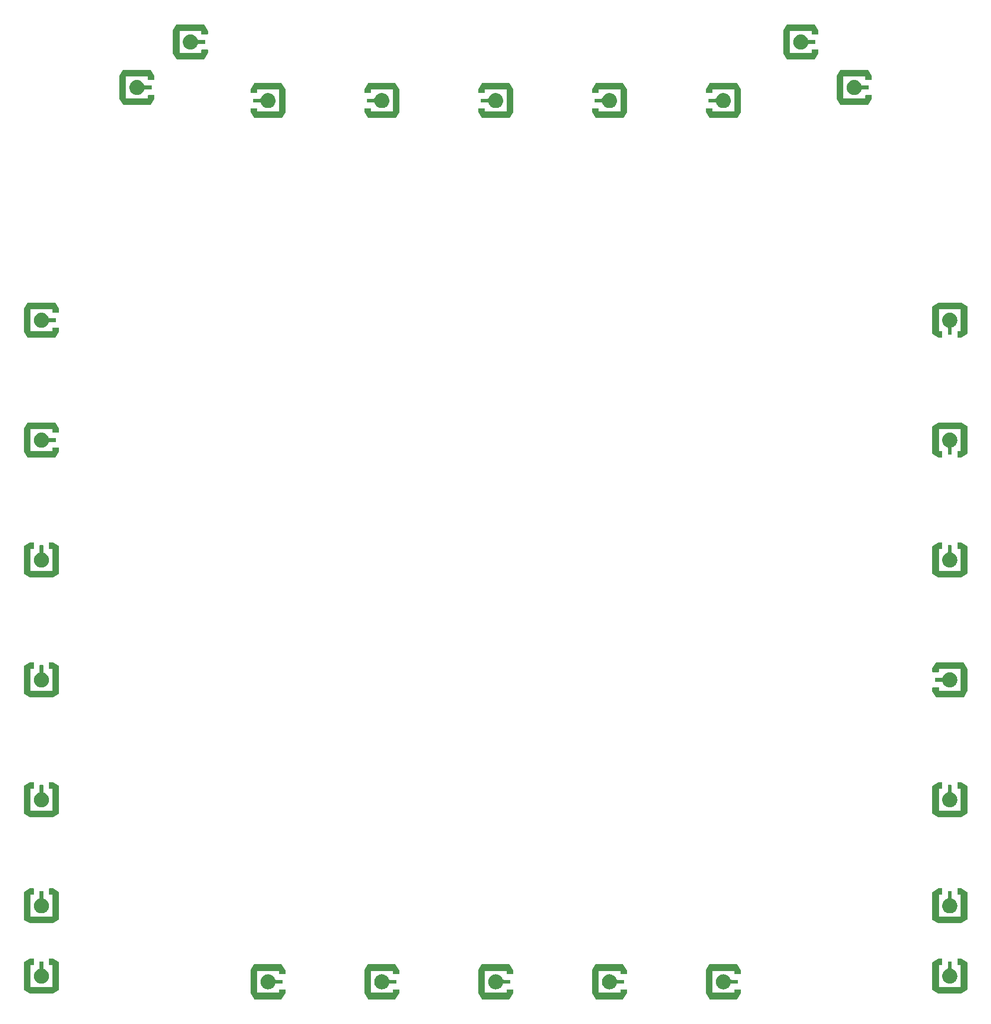
<source format=gbr>
G04 #@! TF.GenerationSoftware,KiCad,Pcbnew,(5.1.4-0-10_14)*
G04 #@! TF.CreationDate,2019-10-29T07:52:00+01:00*
G04 #@! TF.ProjectId,Buttons_AMPCD,42757474-6f6e-4735-9f41-4d5043442e6b,rev?*
G04 #@! TF.SameCoordinates,Original*
G04 #@! TF.FileFunction,Paste,Top*
G04 #@! TF.FilePolarity,Positive*
%FSLAX46Y46*%
G04 Gerber Fmt 4.6, Leading zero omitted, Abs format (unit mm)*
G04 Created by KiCad (PCBNEW (5.1.4-0-10_14)) date 2019-10-29 07:52:00*
%MOMM*%
%LPD*%
G04 APERTURE LIST*
%ADD10C,0.608000*%
%ADD11C,0.100000*%
%ADD12C,0.640000*%
G04 APERTURE END LIST*
D10*
X18147000Y-173637000D03*
D11*
G36*
X16777841Y-173736368D02*
G01*
X16782109Y-173722299D01*
X16789040Y-173709332D01*
X16798367Y-173697967D01*
X16812813Y-173686688D01*
X17828813Y-173077088D01*
X17842101Y-173070796D01*
X17856361Y-173067217D01*
X17867400Y-173066400D01*
X18375400Y-173066400D01*
X18390032Y-173067841D01*
X18404101Y-173072109D01*
X18417068Y-173079040D01*
X18428433Y-173088367D01*
X18431415Y-173092000D01*
X18451000Y-173092000D01*
X18451000Y-174182000D01*
X17891600Y-174182000D01*
X17891600Y-177892400D01*
X21602400Y-177892400D01*
X21602400Y-174181600D01*
X21118600Y-174181600D01*
X21103968Y-174180159D01*
X21089899Y-174175891D01*
X21076932Y-174168960D01*
X21065567Y-174159633D01*
X21056240Y-174148268D01*
X21049309Y-174135301D01*
X21045041Y-174121232D01*
X21043600Y-174106600D01*
X21043600Y-173141400D01*
X21045041Y-173126768D01*
X21049309Y-173112699D01*
X21056240Y-173099732D01*
X21065567Y-173088367D01*
X21076932Y-173079040D01*
X21089899Y-173072109D01*
X21103968Y-173067841D01*
X21118600Y-173066400D01*
X21626600Y-173066400D01*
X21641232Y-173067841D01*
X21655301Y-173072109D01*
X21665187Y-173077088D01*
X22681187Y-173686688D01*
X22692992Y-173695452D01*
X22702861Y-173706350D01*
X22710414Y-173718964D01*
X22715361Y-173732810D01*
X22717600Y-173751000D01*
X22717600Y-178323000D01*
X22716159Y-178337632D01*
X22711891Y-178351701D01*
X22704960Y-178364668D01*
X22695633Y-178376033D01*
X22681187Y-178387312D01*
X21665187Y-178996912D01*
X21651899Y-179003204D01*
X21637639Y-179006783D01*
X21626600Y-179007600D01*
X17816600Y-179007600D01*
X17801968Y-179006159D01*
X17787899Y-179001891D01*
X17779022Y-178997507D01*
X16813822Y-178438707D01*
X16801882Y-178430129D01*
X16791844Y-178419386D01*
X16784095Y-178406891D01*
X16778932Y-178393125D01*
X16776400Y-178373800D01*
X16776400Y-173751000D01*
X16777841Y-173736368D01*
X16777841Y-173736368D01*
G37*
D12*
X19747000Y-174787000D03*
D11*
G36*
X18481024Y-175849210D02*
G01*
X18505527Y-175726027D01*
X18541986Y-175605839D01*
X18590049Y-175489803D01*
X18649255Y-175379037D01*
X18719033Y-175274607D01*
X18798710Y-175177520D01*
X18887520Y-175088710D01*
X18984607Y-175009033D01*
X19089037Y-174939255D01*
X19199803Y-174880049D01*
X19315839Y-174831986D01*
X19418000Y-174800995D01*
X19418000Y-173624000D01*
X19418003Y-173623507D01*
X19418002Y-173623476D01*
X19418004Y-173623445D01*
X19418007Y-173622953D01*
X19418225Y-173619489D01*
X19418411Y-173616160D01*
X19418450Y-173615907D01*
X19418467Y-173615640D01*
X19419017Y-173612247D01*
X19419403Y-173609749D01*
X19419441Y-173609368D01*
X19419485Y-173609223D01*
X19419532Y-173608919D01*
X19419597Y-173608665D01*
X19419639Y-173608407D01*
X19420501Y-173605144D01*
X19421354Y-173601822D01*
X19421445Y-173601572D01*
X19421511Y-173601322D01*
X19422680Y-173598179D01*
X19423614Y-173595611D01*
X19423709Y-173595299D01*
X19423768Y-173595188D01*
X19423860Y-173594936D01*
X19423975Y-173594696D01*
X19424065Y-173594454D01*
X19425538Y-173591433D01*
X19427000Y-173588382D01*
X19427000Y-173562000D01*
X19450859Y-173562000D01*
X19451189Y-173561757D01*
X19451332Y-173561640D01*
X19451391Y-173561609D01*
X19451496Y-173561531D01*
X19451722Y-173561396D01*
X19451933Y-173561243D01*
X19454853Y-173559530D01*
X19457790Y-173557779D01*
X19458028Y-173557667D01*
X19458253Y-173557535D01*
X19461336Y-173556110D01*
X19464190Y-173554767D01*
X19464299Y-173554709D01*
X19464341Y-173554696D01*
X19464420Y-173554659D01*
X19464666Y-173554571D01*
X19464905Y-173554461D01*
X19468165Y-173553325D01*
X19471323Y-173552201D01*
X19471571Y-173552139D01*
X19471824Y-173552051D01*
X19475175Y-173551240D01*
X19478313Y-173550458D01*
X19478368Y-173550441D01*
X19478388Y-173550439D01*
X19478432Y-173550428D01*
X19478690Y-173550390D01*
X19478946Y-173550328D01*
X19482302Y-173549857D01*
X19485681Y-173549358D01*
X19485947Y-173549345D01*
X19486203Y-173549309D01*
X19489565Y-173549168D01*
X19493000Y-173549000D01*
X20001000Y-173549000D01*
X20001493Y-173549003D01*
X20001524Y-173549002D01*
X20001555Y-173549004D01*
X20002047Y-173549007D01*
X20005511Y-173549225D01*
X20008840Y-173549411D01*
X20009093Y-173549450D01*
X20009360Y-173549467D01*
X20012753Y-173550017D01*
X20015251Y-173550403D01*
X20015632Y-173550441D01*
X20015777Y-173550485D01*
X20016081Y-173550532D01*
X20016335Y-173550597D01*
X20016593Y-173550639D01*
X20019856Y-173551501D01*
X20023178Y-173552354D01*
X20023428Y-173552445D01*
X20023678Y-173552511D01*
X20026821Y-173553680D01*
X20029389Y-173554614D01*
X20029701Y-173554709D01*
X20029812Y-173554768D01*
X20030064Y-173554860D01*
X20030304Y-173554975D01*
X20030546Y-173555065D01*
X20033567Y-173556538D01*
X20036672Y-173558026D01*
X20036898Y-173558163D01*
X20037132Y-173558277D01*
X20040067Y-173560082D01*
X20042417Y-173561506D01*
X20042668Y-173561640D01*
X20042751Y-173561708D01*
X20042939Y-173561822D01*
X20043142Y-173561974D01*
X20043184Y-173562000D01*
X20067000Y-173562000D01*
X20067000Y-173588419D01*
X20067221Y-173588790D01*
X20067333Y-173589028D01*
X20067465Y-173589253D01*
X20068890Y-173592336D01*
X20070233Y-173595190D01*
X20070291Y-173595299D01*
X20070304Y-173595341D01*
X20070341Y-173595420D01*
X20070429Y-173595666D01*
X20070539Y-173595905D01*
X20071675Y-173599165D01*
X20072799Y-173602323D01*
X20072861Y-173602571D01*
X20072949Y-173602824D01*
X20073760Y-173606175D01*
X20074542Y-173609313D01*
X20074559Y-173609368D01*
X20074561Y-173609388D01*
X20074572Y-173609432D01*
X20074610Y-173609690D01*
X20074672Y-173609946D01*
X20075143Y-173613302D01*
X20075642Y-173616681D01*
X20075655Y-173616947D01*
X20075691Y-173617203D01*
X20075832Y-173620565D01*
X20076000Y-173624000D01*
X20076000Y-174800995D01*
X20178161Y-174831986D01*
X20294197Y-174880049D01*
X20404963Y-174939255D01*
X20509393Y-175009033D01*
X20606480Y-175088710D01*
X20695290Y-175177520D01*
X20774967Y-175274607D01*
X20844745Y-175379037D01*
X20903951Y-175489803D01*
X20952014Y-175605839D01*
X20988473Y-175726027D01*
X21012976Y-175849210D01*
X21025286Y-175974202D01*
X21025286Y-176099798D01*
X21012976Y-176224790D01*
X20988473Y-176347973D01*
X20952014Y-176468161D01*
X20903951Y-176584197D01*
X20844745Y-176694963D01*
X20774967Y-176799393D01*
X20695290Y-176896480D01*
X20606480Y-176985290D01*
X20509393Y-177064967D01*
X20404963Y-177134745D01*
X20294197Y-177193951D01*
X20178161Y-177242014D01*
X20057973Y-177278473D01*
X19934790Y-177302976D01*
X19809798Y-177315286D01*
X19684202Y-177315286D01*
X19559210Y-177302976D01*
X19436027Y-177278473D01*
X19315839Y-177242014D01*
X19199803Y-177193951D01*
X19089037Y-177134745D01*
X18984607Y-177064967D01*
X18887520Y-176985290D01*
X18798710Y-176896480D01*
X18719033Y-176799393D01*
X18649255Y-176694963D01*
X18590049Y-176584197D01*
X18541986Y-176468161D01*
X18505527Y-176347973D01*
X18481024Y-176224790D01*
X18468714Y-176099798D01*
X18468714Y-175974202D01*
X18481024Y-175849210D01*
X18481024Y-175849210D01*
G37*
D12*
X19747000Y-186697000D03*
D11*
G36*
X18481024Y-187759210D02*
G01*
X18505527Y-187636027D01*
X18541986Y-187515839D01*
X18590049Y-187399803D01*
X18649255Y-187289037D01*
X18719033Y-187184607D01*
X18798710Y-187087520D01*
X18887520Y-186998710D01*
X18984607Y-186919033D01*
X19089037Y-186849255D01*
X19199803Y-186790049D01*
X19315839Y-186741986D01*
X19418000Y-186710995D01*
X19418000Y-185534000D01*
X19418003Y-185533507D01*
X19418002Y-185533476D01*
X19418004Y-185533445D01*
X19418007Y-185532953D01*
X19418225Y-185529489D01*
X19418411Y-185526160D01*
X19418450Y-185525907D01*
X19418467Y-185525640D01*
X19419017Y-185522247D01*
X19419403Y-185519749D01*
X19419441Y-185519368D01*
X19419485Y-185519223D01*
X19419532Y-185518919D01*
X19419597Y-185518665D01*
X19419639Y-185518407D01*
X19420501Y-185515144D01*
X19421354Y-185511822D01*
X19421445Y-185511572D01*
X19421511Y-185511322D01*
X19422680Y-185508179D01*
X19423614Y-185505611D01*
X19423709Y-185505299D01*
X19423768Y-185505188D01*
X19423860Y-185504936D01*
X19423975Y-185504696D01*
X19424065Y-185504454D01*
X19425538Y-185501433D01*
X19427000Y-185498382D01*
X19427000Y-185472000D01*
X19450859Y-185472000D01*
X19451189Y-185471757D01*
X19451332Y-185471640D01*
X19451391Y-185471609D01*
X19451496Y-185471531D01*
X19451722Y-185471396D01*
X19451933Y-185471243D01*
X19454853Y-185469530D01*
X19457790Y-185467779D01*
X19458028Y-185467667D01*
X19458253Y-185467535D01*
X19461336Y-185466110D01*
X19464190Y-185464767D01*
X19464299Y-185464709D01*
X19464341Y-185464696D01*
X19464420Y-185464659D01*
X19464666Y-185464571D01*
X19464905Y-185464461D01*
X19468165Y-185463325D01*
X19471323Y-185462201D01*
X19471571Y-185462139D01*
X19471824Y-185462051D01*
X19475175Y-185461240D01*
X19478313Y-185460458D01*
X19478368Y-185460441D01*
X19478388Y-185460439D01*
X19478432Y-185460428D01*
X19478690Y-185460390D01*
X19478946Y-185460328D01*
X19482302Y-185459857D01*
X19485681Y-185459358D01*
X19485947Y-185459345D01*
X19486203Y-185459309D01*
X19489565Y-185459168D01*
X19493000Y-185459000D01*
X20001000Y-185459000D01*
X20001493Y-185459003D01*
X20001524Y-185459002D01*
X20001555Y-185459004D01*
X20002047Y-185459007D01*
X20005511Y-185459225D01*
X20008840Y-185459411D01*
X20009093Y-185459450D01*
X20009360Y-185459467D01*
X20012753Y-185460017D01*
X20015251Y-185460403D01*
X20015632Y-185460441D01*
X20015777Y-185460485D01*
X20016081Y-185460532D01*
X20016335Y-185460597D01*
X20016593Y-185460639D01*
X20019856Y-185461501D01*
X20023178Y-185462354D01*
X20023428Y-185462445D01*
X20023678Y-185462511D01*
X20026821Y-185463680D01*
X20029389Y-185464614D01*
X20029701Y-185464709D01*
X20029812Y-185464768D01*
X20030064Y-185464860D01*
X20030304Y-185464975D01*
X20030546Y-185465065D01*
X20033567Y-185466538D01*
X20036672Y-185468026D01*
X20036898Y-185468163D01*
X20037132Y-185468277D01*
X20040067Y-185470082D01*
X20042417Y-185471506D01*
X20042668Y-185471640D01*
X20042751Y-185471708D01*
X20042939Y-185471822D01*
X20043142Y-185471974D01*
X20043184Y-185472000D01*
X20067000Y-185472000D01*
X20067000Y-185498419D01*
X20067221Y-185498790D01*
X20067333Y-185499028D01*
X20067465Y-185499253D01*
X20068890Y-185502336D01*
X20070233Y-185505190D01*
X20070291Y-185505299D01*
X20070304Y-185505341D01*
X20070341Y-185505420D01*
X20070429Y-185505666D01*
X20070539Y-185505905D01*
X20071675Y-185509165D01*
X20072799Y-185512323D01*
X20072861Y-185512571D01*
X20072949Y-185512824D01*
X20073760Y-185516175D01*
X20074542Y-185519313D01*
X20074559Y-185519368D01*
X20074561Y-185519388D01*
X20074572Y-185519432D01*
X20074610Y-185519690D01*
X20074672Y-185519946D01*
X20075143Y-185523302D01*
X20075642Y-185526681D01*
X20075655Y-185526947D01*
X20075691Y-185527203D01*
X20075832Y-185530565D01*
X20076000Y-185534000D01*
X20076000Y-186710995D01*
X20178161Y-186741986D01*
X20294197Y-186790049D01*
X20404963Y-186849255D01*
X20509393Y-186919033D01*
X20606480Y-186998710D01*
X20695290Y-187087520D01*
X20774967Y-187184607D01*
X20844745Y-187289037D01*
X20903951Y-187399803D01*
X20952014Y-187515839D01*
X20988473Y-187636027D01*
X21012976Y-187759210D01*
X21025286Y-187884202D01*
X21025286Y-188009798D01*
X21012976Y-188134790D01*
X20988473Y-188257973D01*
X20952014Y-188378161D01*
X20903951Y-188494197D01*
X20844745Y-188604963D01*
X20774967Y-188709393D01*
X20695290Y-188806480D01*
X20606480Y-188895290D01*
X20509393Y-188974967D01*
X20404963Y-189044745D01*
X20294197Y-189103951D01*
X20178161Y-189152014D01*
X20057973Y-189188473D01*
X19934790Y-189212976D01*
X19809798Y-189225286D01*
X19684202Y-189225286D01*
X19559210Y-189212976D01*
X19436027Y-189188473D01*
X19315839Y-189152014D01*
X19199803Y-189103951D01*
X19089037Y-189044745D01*
X18984607Y-188974967D01*
X18887520Y-188895290D01*
X18798710Y-188806480D01*
X18719033Y-188709393D01*
X18649255Y-188604963D01*
X18590049Y-188494197D01*
X18541986Y-188378161D01*
X18505527Y-188257973D01*
X18481024Y-188134790D01*
X18468714Y-188009798D01*
X18468714Y-187884202D01*
X18481024Y-187759210D01*
X18481024Y-187759210D01*
G37*
D10*
X18147000Y-185547000D03*
D11*
G36*
X16777841Y-185646368D02*
G01*
X16782109Y-185632299D01*
X16789040Y-185619332D01*
X16798367Y-185607967D01*
X16812813Y-185596688D01*
X17828813Y-184987088D01*
X17842101Y-184980796D01*
X17856361Y-184977217D01*
X17867400Y-184976400D01*
X18375400Y-184976400D01*
X18390032Y-184977841D01*
X18404101Y-184982109D01*
X18417068Y-184989040D01*
X18428433Y-184998367D01*
X18431415Y-185002000D01*
X18451000Y-185002000D01*
X18451000Y-186092000D01*
X17891600Y-186092000D01*
X17891600Y-189802400D01*
X21602400Y-189802400D01*
X21602400Y-186091600D01*
X21118600Y-186091600D01*
X21103968Y-186090159D01*
X21089899Y-186085891D01*
X21076932Y-186078960D01*
X21065567Y-186069633D01*
X21056240Y-186058268D01*
X21049309Y-186045301D01*
X21045041Y-186031232D01*
X21043600Y-186016600D01*
X21043600Y-185051400D01*
X21045041Y-185036768D01*
X21049309Y-185022699D01*
X21056240Y-185009732D01*
X21065567Y-184998367D01*
X21076932Y-184989040D01*
X21089899Y-184982109D01*
X21103968Y-184977841D01*
X21118600Y-184976400D01*
X21626600Y-184976400D01*
X21641232Y-184977841D01*
X21655301Y-184982109D01*
X21665187Y-184987088D01*
X22681187Y-185596688D01*
X22692992Y-185605452D01*
X22702861Y-185616350D01*
X22710414Y-185628964D01*
X22715361Y-185642810D01*
X22717600Y-185661000D01*
X22717600Y-190233000D01*
X22716159Y-190247632D01*
X22711891Y-190261701D01*
X22704960Y-190274668D01*
X22695633Y-190286033D01*
X22681187Y-190297312D01*
X21665187Y-190906912D01*
X21651899Y-190913204D01*
X21637639Y-190916783D01*
X21626600Y-190917600D01*
X17816600Y-190917600D01*
X17801968Y-190916159D01*
X17787899Y-190911891D01*
X17779022Y-190907507D01*
X16813822Y-190348707D01*
X16801882Y-190340129D01*
X16791844Y-190329386D01*
X16784095Y-190316891D01*
X16778932Y-190303125D01*
X16776400Y-190283800D01*
X16776400Y-185661000D01*
X16777841Y-185646368D01*
X16777841Y-185646368D01*
G37*
D10*
X172197000Y-173637000D03*
D11*
G36*
X170827841Y-173736368D02*
G01*
X170832109Y-173722299D01*
X170839040Y-173709332D01*
X170848367Y-173697967D01*
X170862813Y-173686688D01*
X171878813Y-173077088D01*
X171892101Y-173070796D01*
X171906361Y-173067217D01*
X171917400Y-173066400D01*
X172425400Y-173066400D01*
X172440032Y-173067841D01*
X172454101Y-173072109D01*
X172467068Y-173079040D01*
X172478433Y-173088367D01*
X172481415Y-173092000D01*
X172501000Y-173092000D01*
X172501000Y-174182000D01*
X171941600Y-174182000D01*
X171941600Y-177892400D01*
X175652400Y-177892400D01*
X175652400Y-174181600D01*
X175168600Y-174181600D01*
X175153968Y-174180159D01*
X175139899Y-174175891D01*
X175126932Y-174168960D01*
X175115567Y-174159633D01*
X175106240Y-174148268D01*
X175099309Y-174135301D01*
X175095041Y-174121232D01*
X175093600Y-174106600D01*
X175093600Y-173141400D01*
X175095041Y-173126768D01*
X175099309Y-173112699D01*
X175106240Y-173099732D01*
X175115567Y-173088367D01*
X175126932Y-173079040D01*
X175139899Y-173072109D01*
X175153968Y-173067841D01*
X175168600Y-173066400D01*
X175676600Y-173066400D01*
X175691232Y-173067841D01*
X175705301Y-173072109D01*
X175715187Y-173077088D01*
X176731187Y-173686688D01*
X176742992Y-173695452D01*
X176752861Y-173706350D01*
X176760414Y-173718964D01*
X176765361Y-173732810D01*
X176767600Y-173751000D01*
X176767600Y-178323000D01*
X176766159Y-178337632D01*
X176761891Y-178351701D01*
X176754960Y-178364668D01*
X176745633Y-178376033D01*
X176731187Y-178387312D01*
X175715187Y-178996912D01*
X175701899Y-179003204D01*
X175687639Y-179006783D01*
X175676600Y-179007600D01*
X171866600Y-179007600D01*
X171851968Y-179006159D01*
X171837899Y-179001891D01*
X171829022Y-178997507D01*
X170863822Y-178438707D01*
X170851882Y-178430129D01*
X170841844Y-178419386D01*
X170834095Y-178406891D01*
X170828932Y-178393125D01*
X170826400Y-178373800D01*
X170826400Y-173751000D01*
X170827841Y-173736368D01*
X170827841Y-173736368D01*
G37*
D12*
X173797000Y-174787000D03*
D11*
G36*
X172531024Y-175849210D02*
G01*
X172555527Y-175726027D01*
X172591986Y-175605839D01*
X172640049Y-175489803D01*
X172699255Y-175379037D01*
X172769033Y-175274607D01*
X172848710Y-175177520D01*
X172937520Y-175088710D01*
X173034607Y-175009033D01*
X173139037Y-174939255D01*
X173249803Y-174880049D01*
X173365839Y-174831986D01*
X173468000Y-174800995D01*
X173468000Y-173624000D01*
X173468003Y-173623507D01*
X173468002Y-173623476D01*
X173468004Y-173623445D01*
X173468007Y-173622953D01*
X173468225Y-173619489D01*
X173468411Y-173616160D01*
X173468450Y-173615907D01*
X173468467Y-173615640D01*
X173469017Y-173612247D01*
X173469403Y-173609749D01*
X173469441Y-173609368D01*
X173469485Y-173609223D01*
X173469532Y-173608919D01*
X173469597Y-173608665D01*
X173469639Y-173608407D01*
X173470501Y-173605144D01*
X173471354Y-173601822D01*
X173471445Y-173601572D01*
X173471511Y-173601322D01*
X173472680Y-173598179D01*
X173473614Y-173595611D01*
X173473709Y-173595299D01*
X173473768Y-173595188D01*
X173473860Y-173594936D01*
X173473975Y-173594696D01*
X173474065Y-173594454D01*
X173475538Y-173591433D01*
X173477000Y-173588382D01*
X173477000Y-173562000D01*
X173500859Y-173562000D01*
X173501189Y-173561757D01*
X173501332Y-173561640D01*
X173501391Y-173561609D01*
X173501496Y-173561531D01*
X173501722Y-173561396D01*
X173501933Y-173561243D01*
X173504853Y-173559530D01*
X173507790Y-173557779D01*
X173508028Y-173557667D01*
X173508253Y-173557535D01*
X173511336Y-173556110D01*
X173514190Y-173554767D01*
X173514299Y-173554709D01*
X173514341Y-173554696D01*
X173514420Y-173554659D01*
X173514666Y-173554571D01*
X173514905Y-173554461D01*
X173518165Y-173553325D01*
X173521323Y-173552201D01*
X173521571Y-173552139D01*
X173521824Y-173552051D01*
X173525175Y-173551240D01*
X173528313Y-173550458D01*
X173528368Y-173550441D01*
X173528388Y-173550439D01*
X173528432Y-173550428D01*
X173528690Y-173550390D01*
X173528946Y-173550328D01*
X173532302Y-173549857D01*
X173535681Y-173549358D01*
X173535947Y-173549345D01*
X173536203Y-173549309D01*
X173539565Y-173549168D01*
X173543000Y-173549000D01*
X174051000Y-173549000D01*
X174051493Y-173549003D01*
X174051524Y-173549002D01*
X174051555Y-173549004D01*
X174052047Y-173549007D01*
X174055511Y-173549225D01*
X174058840Y-173549411D01*
X174059093Y-173549450D01*
X174059360Y-173549467D01*
X174062753Y-173550017D01*
X174065251Y-173550403D01*
X174065632Y-173550441D01*
X174065777Y-173550485D01*
X174066081Y-173550532D01*
X174066335Y-173550597D01*
X174066593Y-173550639D01*
X174069856Y-173551501D01*
X174073178Y-173552354D01*
X174073428Y-173552445D01*
X174073678Y-173552511D01*
X174076821Y-173553680D01*
X174079389Y-173554614D01*
X174079701Y-173554709D01*
X174079812Y-173554768D01*
X174080064Y-173554860D01*
X174080304Y-173554975D01*
X174080546Y-173555065D01*
X174083567Y-173556538D01*
X174086672Y-173558026D01*
X174086898Y-173558163D01*
X174087132Y-173558277D01*
X174090067Y-173560082D01*
X174092417Y-173561506D01*
X174092668Y-173561640D01*
X174092751Y-173561708D01*
X174092939Y-173561822D01*
X174093142Y-173561974D01*
X174093184Y-173562000D01*
X174117000Y-173562000D01*
X174117000Y-173588419D01*
X174117221Y-173588790D01*
X174117333Y-173589028D01*
X174117465Y-173589253D01*
X174118890Y-173592336D01*
X174120233Y-173595190D01*
X174120291Y-173595299D01*
X174120304Y-173595341D01*
X174120341Y-173595420D01*
X174120429Y-173595666D01*
X174120539Y-173595905D01*
X174121675Y-173599165D01*
X174122799Y-173602323D01*
X174122861Y-173602571D01*
X174122949Y-173602824D01*
X174123760Y-173606175D01*
X174124542Y-173609313D01*
X174124559Y-173609368D01*
X174124561Y-173609388D01*
X174124572Y-173609432D01*
X174124610Y-173609690D01*
X174124672Y-173609946D01*
X174125143Y-173613302D01*
X174125642Y-173616681D01*
X174125655Y-173616947D01*
X174125691Y-173617203D01*
X174125832Y-173620565D01*
X174126000Y-173624000D01*
X174126000Y-174800995D01*
X174228161Y-174831986D01*
X174344197Y-174880049D01*
X174454963Y-174939255D01*
X174559393Y-175009033D01*
X174656480Y-175088710D01*
X174745290Y-175177520D01*
X174824967Y-175274607D01*
X174894745Y-175379037D01*
X174953951Y-175489803D01*
X175002014Y-175605839D01*
X175038473Y-175726027D01*
X175062976Y-175849210D01*
X175075286Y-175974202D01*
X175075286Y-176099798D01*
X175062976Y-176224790D01*
X175038473Y-176347973D01*
X175002014Y-176468161D01*
X174953951Y-176584197D01*
X174894745Y-176694963D01*
X174824967Y-176799393D01*
X174745290Y-176896480D01*
X174656480Y-176985290D01*
X174559393Y-177064967D01*
X174454963Y-177134745D01*
X174344197Y-177193951D01*
X174228161Y-177242014D01*
X174107973Y-177278473D01*
X173984790Y-177302976D01*
X173859798Y-177315286D01*
X173734202Y-177315286D01*
X173609210Y-177302976D01*
X173486027Y-177278473D01*
X173365839Y-177242014D01*
X173249803Y-177193951D01*
X173139037Y-177134745D01*
X173034607Y-177064967D01*
X172937520Y-176985290D01*
X172848710Y-176896480D01*
X172769033Y-176799393D01*
X172699255Y-176694963D01*
X172640049Y-176584197D01*
X172591986Y-176468161D01*
X172555527Y-176347973D01*
X172531024Y-176224790D01*
X172518714Y-176099798D01*
X172518714Y-175974202D01*
X172531024Y-175849210D01*
X172531024Y-175849210D01*
G37*
D12*
X173797000Y-186697000D03*
D11*
G36*
X172531024Y-187759210D02*
G01*
X172555527Y-187636027D01*
X172591986Y-187515839D01*
X172640049Y-187399803D01*
X172699255Y-187289037D01*
X172769033Y-187184607D01*
X172848710Y-187087520D01*
X172937520Y-186998710D01*
X173034607Y-186919033D01*
X173139037Y-186849255D01*
X173249803Y-186790049D01*
X173365839Y-186741986D01*
X173468000Y-186710995D01*
X173468000Y-185534000D01*
X173468003Y-185533507D01*
X173468002Y-185533476D01*
X173468004Y-185533445D01*
X173468007Y-185532953D01*
X173468225Y-185529489D01*
X173468411Y-185526160D01*
X173468450Y-185525907D01*
X173468467Y-185525640D01*
X173469017Y-185522247D01*
X173469403Y-185519749D01*
X173469441Y-185519368D01*
X173469485Y-185519223D01*
X173469532Y-185518919D01*
X173469597Y-185518665D01*
X173469639Y-185518407D01*
X173470501Y-185515144D01*
X173471354Y-185511822D01*
X173471445Y-185511572D01*
X173471511Y-185511322D01*
X173472680Y-185508179D01*
X173473614Y-185505611D01*
X173473709Y-185505299D01*
X173473768Y-185505188D01*
X173473860Y-185504936D01*
X173473975Y-185504696D01*
X173474065Y-185504454D01*
X173475538Y-185501433D01*
X173477000Y-185498382D01*
X173477000Y-185472000D01*
X173500859Y-185472000D01*
X173501189Y-185471757D01*
X173501332Y-185471640D01*
X173501391Y-185471609D01*
X173501496Y-185471531D01*
X173501722Y-185471396D01*
X173501933Y-185471243D01*
X173504853Y-185469530D01*
X173507790Y-185467779D01*
X173508028Y-185467667D01*
X173508253Y-185467535D01*
X173511336Y-185466110D01*
X173514190Y-185464767D01*
X173514299Y-185464709D01*
X173514341Y-185464696D01*
X173514420Y-185464659D01*
X173514666Y-185464571D01*
X173514905Y-185464461D01*
X173518165Y-185463325D01*
X173521323Y-185462201D01*
X173521571Y-185462139D01*
X173521824Y-185462051D01*
X173525175Y-185461240D01*
X173528313Y-185460458D01*
X173528368Y-185460441D01*
X173528388Y-185460439D01*
X173528432Y-185460428D01*
X173528690Y-185460390D01*
X173528946Y-185460328D01*
X173532302Y-185459857D01*
X173535681Y-185459358D01*
X173535947Y-185459345D01*
X173536203Y-185459309D01*
X173539565Y-185459168D01*
X173543000Y-185459000D01*
X174051000Y-185459000D01*
X174051493Y-185459003D01*
X174051524Y-185459002D01*
X174051555Y-185459004D01*
X174052047Y-185459007D01*
X174055511Y-185459225D01*
X174058840Y-185459411D01*
X174059093Y-185459450D01*
X174059360Y-185459467D01*
X174062753Y-185460017D01*
X174065251Y-185460403D01*
X174065632Y-185460441D01*
X174065777Y-185460485D01*
X174066081Y-185460532D01*
X174066335Y-185460597D01*
X174066593Y-185460639D01*
X174069856Y-185461501D01*
X174073178Y-185462354D01*
X174073428Y-185462445D01*
X174073678Y-185462511D01*
X174076821Y-185463680D01*
X174079389Y-185464614D01*
X174079701Y-185464709D01*
X174079812Y-185464768D01*
X174080064Y-185464860D01*
X174080304Y-185464975D01*
X174080546Y-185465065D01*
X174083567Y-185466538D01*
X174086672Y-185468026D01*
X174086898Y-185468163D01*
X174087132Y-185468277D01*
X174090067Y-185470082D01*
X174092417Y-185471506D01*
X174092668Y-185471640D01*
X174092751Y-185471708D01*
X174092939Y-185471822D01*
X174093142Y-185471974D01*
X174093184Y-185472000D01*
X174117000Y-185472000D01*
X174117000Y-185498419D01*
X174117221Y-185498790D01*
X174117333Y-185499028D01*
X174117465Y-185499253D01*
X174118890Y-185502336D01*
X174120233Y-185505190D01*
X174120291Y-185505299D01*
X174120304Y-185505341D01*
X174120341Y-185505420D01*
X174120429Y-185505666D01*
X174120539Y-185505905D01*
X174121675Y-185509165D01*
X174122799Y-185512323D01*
X174122861Y-185512571D01*
X174122949Y-185512824D01*
X174123760Y-185516175D01*
X174124542Y-185519313D01*
X174124559Y-185519368D01*
X174124561Y-185519388D01*
X174124572Y-185519432D01*
X174124610Y-185519690D01*
X174124672Y-185519946D01*
X174125143Y-185523302D01*
X174125642Y-185526681D01*
X174125655Y-185526947D01*
X174125691Y-185527203D01*
X174125832Y-185530565D01*
X174126000Y-185534000D01*
X174126000Y-186710995D01*
X174228161Y-186741986D01*
X174344197Y-186790049D01*
X174454963Y-186849255D01*
X174559393Y-186919033D01*
X174656480Y-186998710D01*
X174745290Y-187087520D01*
X174824967Y-187184607D01*
X174894745Y-187289037D01*
X174953951Y-187399803D01*
X175002014Y-187515839D01*
X175038473Y-187636027D01*
X175062976Y-187759210D01*
X175075286Y-187884202D01*
X175075286Y-188009798D01*
X175062976Y-188134790D01*
X175038473Y-188257973D01*
X175002014Y-188378161D01*
X174953951Y-188494197D01*
X174894745Y-188604963D01*
X174824967Y-188709393D01*
X174745290Y-188806480D01*
X174656480Y-188895290D01*
X174559393Y-188974967D01*
X174454963Y-189044745D01*
X174344197Y-189103951D01*
X174228161Y-189152014D01*
X174107973Y-189188473D01*
X173984790Y-189212976D01*
X173859798Y-189225286D01*
X173734202Y-189225286D01*
X173609210Y-189212976D01*
X173486027Y-189188473D01*
X173365839Y-189152014D01*
X173249803Y-189103951D01*
X173139037Y-189044745D01*
X173034607Y-188974967D01*
X172937520Y-188895290D01*
X172848710Y-188806480D01*
X172769033Y-188709393D01*
X172699255Y-188604963D01*
X172640049Y-188494197D01*
X172591986Y-188378161D01*
X172555527Y-188257973D01*
X172531024Y-188134790D01*
X172518714Y-188009798D01*
X172518714Y-187884202D01*
X172531024Y-187759210D01*
X172531024Y-187759210D01*
G37*
D10*
X172197000Y-185547000D03*
D11*
G36*
X170827841Y-185646368D02*
G01*
X170832109Y-185632299D01*
X170839040Y-185619332D01*
X170848367Y-185607967D01*
X170862813Y-185596688D01*
X171878813Y-184987088D01*
X171892101Y-184980796D01*
X171906361Y-184977217D01*
X171917400Y-184976400D01*
X172425400Y-184976400D01*
X172440032Y-184977841D01*
X172454101Y-184982109D01*
X172467068Y-184989040D01*
X172478433Y-184998367D01*
X172481415Y-185002000D01*
X172501000Y-185002000D01*
X172501000Y-186092000D01*
X171941600Y-186092000D01*
X171941600Y-189802400D01*
X175652400Y-189802400D01*
X175652400Y-186091600D01*
X175168600Y-186091600D01*
X175153968Y-186090159D01*
X175139899Y-186085891D01*
X175126932Y-186078960D01*
X175115567Y-186069633D01*
X175106240Y-186058268D01*
X175099309Y-186045301D01*
X175095041Y-186031232D01*
X175093600Y-186016600D01*
X175093600Y-185051400D01*
X175095041Y-185036768D01*
X175099309Y-185022699D01*
X175106240Y-185009732D01*
X175115567Y-184998367D01*
X175126932Y-184989040D01*
X175139899Y-184982109D01*
X175153968Y-184977841D01*
X175168600Y-184976400D01*
X175676600Y-184976400D01*
X175691232Y-184977841D01*
X175705301Y-184982109D01*
X175715187Y-184987088D01*
X176731187Y-185596688D01*
X176742992Y-185605452D01*
X176752861Y-185616350D01*
X176760414Y-185628964D01*
X176765361Y-185642810D01*
X176767600Y-185661000D01*
X176767600Y-190233000D01*
X176766159Y-190247632D01*
X176761891Y-190261701D01*
X176754960Y-190274668D01*
X176745633Y-190286033D01*
X176731187Y-190297312D01*
X175715187Y-190906912D01*
X175701899Y-190913204D01*
X175687639Y-190916783D01*
X175676600Y-190917600D01*
X171866600Y-190917600D01*
X171851968Y-190916159D01*
X171837899Y-190911891D01*
X171829022Y-190907507D01*
X170863822Y-190348707D01*
X170851882Y-190340129D01*
X170841844Y-190329386D01*
X170834095Y-190316891D01*
X170828932Y-190303125D01*
X170826400Y-190283800D01*
X170826400Y-185661000D01*
X170827841Y-185646368D01*
X170827841Y-185646368D01*
G37*
D12*
X149777000Y-29607000D03*
D11*
G36*
X148714790Y-28341024D02*
G01*
X148837973Y-28365527D01*
X148958161Y-28401986D01*
X149074197Y-28450049D01*
X149184963Y-28509255D01*
X149289393Y-28579033D01*
X149386480Y-28658710D01*
X149475290Y-28747520D01*
X149554967Y-28844607D01*
X149624745Y-28949037D01*
X149683951Y-29059803D01*
X149732014Y-29175839D01*
X149763005Y-29278000D01*
X150940000Y-29278000D01*
X150940493Y-29278003D01*
X150940524Y-29278002D01*
X150940555Y-29278004D01*
X150941047Y-29278007D01*
X150944511Y-29278225D01*
X150947840Y-29278411D01*
X150948093Y-29278450D01*
X150948360Y-29278467D01*
X150951753Y-29279017D01*
X150954251Y-29279403D01*
X150954632Y-29279441D01*
X150954777Y-29279485D01*
X150955081Y-29279532D01*
X150955335Y-29279597D01*
X150955593Y-29279639D01*
X150958856Y-29280501D01*
X150962178Y-29281354D01*
X150962428Y-29281445D01*
X150962678Y-29281511D01*
X150965821Y-29282680D01*
X150968389Y-29283614D01*
X150968701Y-29283709D01*
X150968812Y-29283768D01*
X150969064Y-29283860D01*
X150969304Y-29283975D01*
X150969546Y-29284065D01*
X150972567Y-29285538D01*
X150975618Y-29287000D01*
X151002000Y-29287000D01*
X151002000Y-29310859D01*
X151002243Y-29311189D01*
X151002360Y-29311332D01*
X151002391Y-29311391D01*
X151002469Y-29311496D01*
X151002604Y-29311722D01*
X151002757Y-29311933D01*
X151004470Y-29314853D01*
X151006221Y-29317790D01*
X151006333Y-29318028D01*
X151006465Y-29318253D01*
X151007890Y-29321336D01*
X151009233Y-29324190D01*
X151009291Y-29324299D01*
X151009304Y-29324341D01*
X151009341Y-29324420D01*
X151009429Y-29324666D01*
X151009539Y-29324905D01*
X151010675Y-29328165D01*
X151011799Y-29331323D01*
X151011861Y-29331571D01*
X151011949Y-29331824D01*
X151012760Y-29335175D01*
X151013542Y-29338313D01*
X151013559Y-29338368D01*
X151013561Y-29338388D01*
X151013572Y-29338432D01*
X151013610Y-29338690D01*
X151013672Y-29338946D01*
X151014143Y-29342302D01*
X151014642Y-29345681D01*
X151014655Y-29345947D01*
X151014691Y-29346203D01*
X151014832Y-29349565D01*
X151015000Y-29353000D01*
X151015000Y-29861000D01*
X151014997Y-29861493D01*
X151014998Y-29861524D01*
X151014996Y-29861555D01*
X151014993Y-29862047D01*
X151014775Y-29865511D01*
X151014589Y-29868840D01*
X151014550Y-29869093D01*
X151014533Y-29869360D01*
X151013983Y-29872753D01*
X151013597Y-29875251D01*
X151013559Y-29875632D01*
X151013515Y-29875777D01*
X151013468Y-29876081D01*
X151013403Y-29876335D01*
X151013361Y-29876593D01*
X151012499Y-29879856D01*
X151011646Y-29883178D01*
X151011555Y-29883428D01*
X151011489Y-29883678D01*
X151010320Y-29886821D01*
X151009386Y-29889389D01*
X151009291Y-29889701D01*
X151009232Y-29889812D01*
X151009140Y-29890064D01*
X151009025Y-29890304D01*
X151008935Y-29890546D01*
X151007462Y-29893567D01*
X151005974Y-29896672D01*
X151005837Y-29896898D01*
X151005723Y-29897132D01*
X151003918Y-29900067D01*
X151002494Y-29902417D01*
X151002360Y-29902668D01*
X151002292Y-29902751D01*
X151002178Y-29902939D01*
X151002026Y-29903142D01*
X151002000Y-29903184D01*
X151002000Y-29927000D01*
X150975581Y-29927000D01*
X150975210Y-29927221D01*
X150974972Y-29927333D01*
X150974747Y-29927465D01*
X150971664Y-29928890D01*
X150968810Y-29930233D01*
X150968701Y-29930291D01*
X150968659Y-29930304D01*
X150968580Y-29930341D01*
X150968334Y-29930429D01*
X150968095Y-29930539D01*
X150964835Y-29931675D01*
X150961677Y-29932799D01*
X150961429Y-29932861D01*
X150961176Y-29932949D01*
X150957825Y-29933760D01*
X150954687Y-29934542D01*
X150954632Y-29934559D01*
X150954612Y-29934561D01*
X150954568Y-29934572D01*
X150954310Y-29934610D01*
X150954054Y-29934672D01*
X150950698Y-29935143D01*
X150947319Y-29935642D01*
X150947053Y-29935655D01*
X150946797Y-29935691D01*
X150943435Y-29935832D01*
X150940000Y-29936000D01*
X149763005Y-29936000D01*
X149732014Y-30038161D01*
X149683951Y-30154197D01*
X149624745Y-30264963D01*
X149554967Y-30369393D01*
X149475290Y-30466480D01*
X149386480Y-30555290D01*
X149289393Y-30634967D01*
X149184963Y-30704745D01*
X149074197Y-30763951D01*
X148958161Y-30812014D01*
X148837973Y-30848473D01*
X148714790Y-30872976D01*
X148589798Y-30885286D01*
X148464202Y-30885286D01*
X148339210Y-30872976D01*
X148216027Y-30848473D01*
X148095839Y-30812014D01*
X147979803Y-30763951D01*
X147869037Y-30704745D01*
X147764607Y-30634967D01*
X147667520Y-30555290D01*
X147578710Y-30466480D01*
X147499033Y-30369393D01*
X147429255Y-30264963D01*
X147370049Y-30154197D01*
X147321986Y-30038161D01*
X147285527Y-29917973D01*
X147261024Y-29794790D01*
X147248714Y-29669798D01*
X147248714Y-29544202D01*
X147261024Y-29419210D01*
X147285527Y-29296027D01*
X147321986Y-29175839D01*
X147370049Y-29059803D01*
X147429255Y-28949037D01*
X147499033Y-28844607D01*
X147578710Y-28747520D01*
X147667520Y-28658710D01*
X147764607Y-28579033D01*
X147869037Y-28509255D01*
X147979803Y-28450049D01*
X148095839Y-28401986D01*
X148216027Y-28365527D01*
X148339210Y-28341024D01*
X148464202Y-28328714D01*
X148589798Y-28328714D01*
X148714790Y-28341024D01*
X148714790Y-28341024D01*
G37*
D10*
X150927000Y-28007000D03*
D11*
G36*
X150827632Y-26637841D02*
G01*
X150841701Y-26642109D01*
X150854668Y-26649040D01*
X150866033Y-26658367D01*
X150877312Y-26672813D01*
X151486912Y-27688813D01*
X151493204Y-27702101D01*
X151496783Y-27716361D01*
X151497600Y-27727400D01*
X151497600Y-28235400D01*
X151496159Y-28250032D01*
X151491891Y-28264101D01*
X151484960Y-28277068D01*
X151475633Y-28288433D01*
X151472000Y-28291415D01*
X151472000Y-28311000D01*
X150382000Y-28311000D01*
X150382000Y-27751600D01*
X146671600Y-27751600D01*
X146671600Y-31462400D01*
X150382400Y-31462400D01*
X150382400Y-30978600D01*
X150383841Y-30963968D01*
X150388109Y-30949899D01*
X150395040Y-30936932D01*
X150404367Y-30925567D01*
X150415732Y-30916240D01*
X150428699Y-30909309D01*
X150442768Y-30905041D01*
X150457400Y-30903600D01*
X151422600Y-30903600D01*
X151437232Y-30905041D01*
X151451301Y-30909309D01*
X151464268Y-30916240D01*
X151475633Y-30925567D01*
X151484960Y-30936932D01*
X151491891Y-30949899D01*
X151496159Y-30963968D01*
X151497600Y-30978600D01*
X151497600Y-31486600D01*
X151496159Y-31501232D01*
X151491891Y-31515301D01*
X151486912Y-31525187D01*
X150877312Y-32541187D01*
X150868548Y-32552992D01*
X150857650Y-32562861D01*
X150845036Y-32570414D01*
X150831190Y-32575361D01*
X150813000Y-32577600D01*
X146241000Y-32577600D01*
X146226368Y-32576159D01*
X146212299Y-32571891D01*
X146199332Y-32564960D01*
X146187967Y-32555633D01*
X146176688Y-32541187D01*
X145567088Y-31525187D01*
X145560796Y-31511899D01*
X145557217Y-31497639D01*
X145556400Y-31486600D01*
X145556400Y-27676600D01*
X145557841Y-27661968D01*
X145562109Y-27647899D01*
X145566493Y-27639022D01*
X146125293Y-26673822D01*
X146133871Y-26661882D01*
X146144614Y-26651844D01*
X146157109Y-26644095D01*
X146170875Y-26638932D01*
X146190200Y-26636400D01*
X150813000Y-26636400D01*
X150827632Y-26637841D01*
X150827632Y-26637841D01*
G37*
D10*
X159997000Y-35727000D03*
D11*
G36*
X159897632Y-34357841D02*
G01*
X159911701Y-34362109D01*
X159924668Y-34369040D01*
X159936033Y-34378367D01*
X159947312Y-34392813D01*
X160556912Y-35408813D01*
X160563204Y-35422101D01*
X160566783Y-35436361D01*
X160567600Y-35447400D01*
X160567600Y-35955400D01*
X160566159Y-35970032D01*
X160561891Y-35984101D01*
X160554960Y-35997068D01*
X160545633Y-36008433D01*
X160542000Y-36011415D01*
X160542000Y-36031000D01*
X159452000Y-36031000D01*
X159452000Y-35471600D01*
X155741600Y-35471600D01*
X155741600Y-39182400D01*
X159452400Y-39182400D01*
X159452400Y-38698600D01*
X159453841Y-38683968D01*
X159458109Y-38669899D01*
X159465040Y-38656932D01*
X159474367Y-38645567D01*
X159485732Y-38636240D01*
X159498699Y-38629309D01*
X159512768Y-38625041D01*
X159527400Y-38623600D01*
X160492600Y-38623600D01*
X160507232Y-38625041D01*
X160521301Y-38629309D01*
X160534268Y-38636240D01*
X160545633Y-38645567D01*
X160554960Y-38656932D01*
X160561891Y-38669899D01*
X160566159Y-38683968D01*
X160567600Y-38698600D01*
X160567600Y-39206600D01*
X160566159Y-39221232D01*
X160561891Y-39235301D01*
X160556912Y-39245187D01*
X159947312Y-40261187D01*
X159938548Y-40272992D01*
X159927650Y-40282861D01*
X159915036Y-40290414D01*
X159901190Y-40295361D01*
X159883000Y-40297600D01*
X155311000Y-40297600D01*
X155296368Y-40296159D01*
X155282299Y-40291891D01*
X155269332Y-40284960D01*
X155257967Y-40275633D01*
X155246688Y-40261187D01*
X154637088Y-39245187D01*
X154630796Y-39231899D01*
X154627217Y-39217639D01*
X154626400Y-39206600D01*
X154626400Y-35396600D01*
X154627841Y-35381968D01*
X154632109Y-35367899D01*
X154636493Y-35359022D01*
X155195293Y-34393822D01*
X155203871Y-34381882D01*
X155214614Y-34371844D01*
X155227109Y-34364095D01*
X155240875Y-34358932D01*
X155260200Y-34356400D01*
X159883000Y-34356400D01*
X159897632Y-34357841D01*
X159897632Y-34357841D01*
G37*
D12*
X158847000Y-37327000D03*
D11*
G36*
X157784790Y-36061024D02*
G01*
X157907973Y-36085527D01*
X158028161Y-36121986D01*
X158144197Y-36170049D01*
X158254963Y-36229255D01*
X158359393Y-36299033D01*
X158456480Y-36378710D01*
X158545290Y-36467520D01*
X158624967Y-36564607D01*
X158694745Y-36669037D01*
X158753951Y-36779803D01*
X158802014Y-36895839D01*
X158833005Y-36998000D01*
X160010000Y-36998000D01*
X160010493Y-36998003D01*
X160010524Y-36998002D01*
X160010555Y-36998004D01*
X160011047Y-36998007D01*
X160014511Y-36998225D01*
X160017840Y-36998411D01*
X160018093Y-36998450D01*
X160018360Y-36998467D01*
X160021753Y-36999017D01*
X160024251Y-36999403D01*
X160024632Y-36999441D01*
X160024777Y-36999485D01*
X160025081Y-36999532D01*
X160025335Y-36999597D01*
X160025593Y-36999639D01*
X160028856Y-37000501D01*
X160032178Y-37001354D01*
X160032428Y-37001445D01*
X160032678Y-37001511D01*
X160035821Y-37002680D01*
X160038389Y-37003614D01*
X160038701Y-37003709D01*
X160038812Y-37003768D01*
X160039064Y-37003860D01*
X160039304Y-37003975D01*
X160039546Y-37004065D01*
X160042567Y-37005538D01*
X160045618Y-37007000D01*
X160072000Y-37007000D01*
X160072000Y-37030859D01*
X160072243Y-37031189D01*
X160072360Y-37031332D01*
X160072391Y-37031391D01*
X160072469Y-37031496D01*
X160072604Y-37031722D01*
X160072757Y-37031933D01*
X160074470Y-37034853D01*
X160076221Y-37037790D01*
X160076333Y-37038028D01*
X160076465Y-37038253D01*
X160077890Y-37041336D01*
X160079233Y-37044190D01*
X160079291Y-37044299D01*
X160079304Y-37044341D01*
X160079341Y-37044420D01*
X160079429Y-37044666D01*
X160079539Y-37044905D01*
X160080675Y-37048165D01*
X160081799Y-37051323D01*
X160081861Y-37051571D01*
X160081949Y-37051824D01*
X160082760Y-37055175D01*
X160083542Y-37058313D01*
X160083559Y-37058368D01*
X160083561Y-37058388D01*
X160083572Y-37058432D01*
X160083610Y-37058690D01*
X160083672Y-37058946D01*
X160084143Y-37062302D01*
X160084642Y-37065681D01*
X160084655Y-37065947D01*
X160084691Y-37066203D01*
X160084832Y-37069565D01*
X160085000Y-37073000D01*
X160085000Y-37581000D01*
X160084997Y-37581493D01*
X160084998Y-37581524D01*
X160084996Y-37581555D01*
X160084993Y-37582047D01*
X160084775Y-37585511D01*
X160084589Y-37588840D01*
X160084550Y-37589093D01*
X160084533Y-37589360D01*
X160083983Y-37592753D01*
X160083597Y-37595251D01*
X160083559Y-37595632D01*
X160083515Y-37595777D01*
X160083468Y-37596081D01*
X160083403Y-37596335D01*
X160083361Y-37596593D01*
X160082499Y-37599856D01*
X160081646Y-37603178D01*
X160081555Y-37603428D01*
X160081489Y-37603678D01*
X160080320Y-37606821D01*
X160079386Y-37609389D01*
X160079291Y-37609701D01*
X160079232Y-37609812D01*
X160079140Y-37610064D01*
X160079025Y-37610304D01*
X160078935Y-37610546D01*
X160077462Y-37613567D01*
X160075974Y-37616672D01*
X160075837Y-37616898D01*
X160075723Y-37617132D01*
X160073918Y-37620067D01*
X160072494Y-37622417D01*
X160072360Y-37622668D01*
X160072292Y-37622751D01*
X160072178Y-37622939D01*
X160072026Y-37623142D01*
X160072000Y-37623184D01*
X160072000Y-37647000D01*
X160045581Y-37647000D01*
X160045210Y-37647221D01*
X160044972Y-37647333D01*
X160044747Y-37647465D01*
X160041664Y-37648890D01*
X160038810Y-37650233D01*
X160038701Y-37650291D01*
X160038659Y-37650304D01*
X160038580Y-37650341D01*
X160038334Y-37650429D01*
X160038095Y-37650539D01*
X160034835Y-37651675D01*
X160031677Y-37652799D01*
X160031429Y-37652861D01*
X160031176Y-37652949D01*
X160027825Y-37653760D01*
X160024687Y-37654542D01*
X160024632Y-37654559D01*
X160024612Y-37654561D01*
X160024568Y-37654572D01*
X160024310Y-37654610D01*
X160024054Y-37654672D01*
X160020698Y-37655143D01*
X160017319Y-37655642D01*
X160017053Y-37655655D01*
X160016797Y-37655691D01*
X160013435Y-37655832D01*
X160010000Y-37656000D01*
X158833005Y-37656000D01*
X158802014Y-37758161D01*
X158753951Y-37874197D01*
X158694745Y-37984963D01*
X158624967Y-38089393D01*
X158545290Y-38186480D01*
X158456480Y-38275290D01*
X158359393Y-38354967D01*
X158254963Y-38424745D01*
X158144197Y-38483951D01*
X158028161Y-38532014D01*
X157907973Y-38568473D01*
X157784790Y-38592976D01*
X157659798Y-38605286D01*
X157534202Y-38605286D01*
X157409210Y-38592976D01*
X157286027Y-38568473D01*
X157165839Y-38532014D01*
X157049803Y-38483951D01*
X156939037Y-38424745D01*
X156834607Y-38354967D01*
X156737520Y-38275290D01*
X156648710Y-38186480D01*
X156569033Y-38089393D01*
X156499255Y-37984963D01*
X156440049Y-37874197D01*
X156391986Y-37758161D01*
X156355527Y-37637973D01*
X156331024Y-37514790D01*
X156318714Y-37389798D01*
X156318714Y-37264202D01*
X156331024Y-37139210D01*
X156355527Y-37016027D01*
X156391986Y-36895839D01*
X156440049Y-36779803D01*
X156499255Y-36669037D01*
X156569033Y-36564607D01*
X156648710Y-36467520D01*
X156737520Y-36378710D01*
X156834607Y-36299033D01*
X156939037Y-36229255D01*
X157049803Y-36170049D01*
X157165839Y-36121986D01*
X157286027Y-36085527D01*
X157409210Y-36061024D01*
X157534202Y-36048714D01*
X157659798Y-36048714D01*
X157784790Y-36061024D01*
X157784790Y-36061024D01*
G37*
D12*
X46267000Y-29607000D03*
D11*
G36*
X45204790Y-28341024D02*
G01*
X45327973Y-28365527D01*
X45448161Y-28401986D01*
X45564197Y-28450049D01*
X45674963Y-28509255D01*
X45779393Y-28579033D01*
X45876480Y-28658710D01*
X45965290Y-28747520D01*
X46044967Y-28844607D01*
X46114745Y-28949037D01*
X46173951Y-29059803D01*
X46222014Y-29175839D01*
X46253005Y-29278000D01*
X47430000Y-29278000D01*
X47430493Y-29278003D01*
X47430524Y-29278002D01*
X47430555Y-29278004D01*
X47431047Y-29278007D01*
X47434511Y-29278225D01*
X47437840Y-29278411D01*
X47438093Y-29278450D01*
X47438360Y-29278467D01*
X47441753Y-29279017D01*
X47444251Y-29279403D01*
X47444632Y-29279441D01*
X47444777Y-29279485D01*
X47445081Y-29279532D01*
X47445335Y-29279597D01*
X47445593Y-29279639D01*
X47448856Y-29280501D01*
X47452178Y-29281354D01*
X47452428Y-29281445D01*
X47452678Y-29281511D01*
X47455821Y-29282680D01*
X47458389Y-29283614D01*
X47458701Y-29283709D01*
X47458812Y-29283768D01*
X47459064Y-29283860D01*
X47459304Y-29283975D01*
X47459546Y-29284065D01*
X47462567Y-29285538D01*
X47465618Y-29287000D01*
X47492000Y-29287000D01*
X47492000Y-29310859D01*
X47492243Y-29311189D01*
X47492360Y-29311332D01*
X47492391Y-29311391D01*
X47492469Y-29311496D01*
X47492604Y-29311722D01*
X47492757Y-29311933D01*
X47494470Y-29314853D01*
X47496221Y-29317790D01*
X47496333Y-29318028D01*
X47496465Y-29318253D01*
X47497890Y-29321336D01*
X47499233Y-29324190D01*
X47499291Y-29324299D01*
X47499304Y-29324341D01*
X47499341Y-29324420D01*
X47499429Y-29324666D01*
X47499539Y-29324905D01*
X47500675Y-29328165D01*
X47501799Y-29331323D01*
X47501861Y-29331571D01*
X47501949Y-29331824D01*
X47502760Y-29335175D01*
X47503542Y-29338313D01*
X47503559Y-29338368D01*
X47503561Y-29338388D01*
X47503572Y-29338432D01*
X47503610Y-29338690D01*
X47503672Y-29338946D01*
X47504143Y-29342302D01*
X47504642Y-29345681D01*
X47504655Y-29345947D01*
X47504691Y-29346203D01*
X47504832Y-29349565D01*
X47505000Y-29353000D01*
X47505000Y-29861000D01*
X47504997Y-29861493D01*
X47504998Y-29861524D01*
X47504996Y-29861555D01*
X47504993Y-29862047D01*
X47504775Y-29865511D01*
X47504589Y-29868840D01*
X47504550Y-29869093D01*
X47504533Y-29869360D01*
X47503983Y-29872753D01*
X47503597Y-29875251D01*
X47503559Y-29875632D01*
X47503515Y-29875777D01*
X47503468Y-29876081D01*
X47503403Y-29876335D01*
X47503361Y-29876593D01*
X47502499Y-29879856D01*
X47501646Y-29883178D01*
X47501555Y-29883428D01*
X47501489Y-29883678D01*
X47500320Y-29886821D01*
X47499386Y-29889389D01*
X47499291Y-29889701D01*
X47499232Y-29889812D01*
X47499140Y-29890064D01*
X47499025Y-29890304D01*
X47498935Y-29890546D01*
X47497462Y-29893567D01*
X47495974Y-29896672D01*
X47495837Y-29896898D01*
X47495723Y-29897132D01*
X47493918Y-29900067D01*
X47492494Y-29902417D01*
X47492360Y-29902668D01*
X47492292Y-29902751D01*
X47492178Y-29902939D01*
X47492026Y-29903142D01*
X47492000Y-29903184D01*
X47492000Y-29927000D01*
X47465581Y-29927000D01*
X47465210Y-29927221D01*
X47464972Y-29927333D01*
X47464747Y-29927465D01*
X47461664Y-29928890D01*
X47458810Y-29930233D01*
X47458701Y-29930291D01*
X47458659Y-29930304D01*
X47458580Y-29930341D01*
X47458334Y-29930429D01*
X47458095Y-29930539D01*
X47454835Y-29931675D01*
X47451677Y-29932799D01*
X47451429Y-29932861D01*
X47451176Y-29932949D01*
X47447825Y-29933760D01*
X47444687Y-29934542D01*
X47444632Y-29934559D01*
X47444612Y-29934561D01*
X47444568Y-29934572D01*
X47444310Y-29934610D01*
X47444054Y-29934672D01*
X47440698Y-29935143D01*
X47437319Y-29935642D01*
X47437053Y-29935655D01*
X47436797Y-29935691D01*
X47433435Y-29935832D01*
X47430000Y-29936000D01*
X46253005Y-29936000D01*
X46222014Y-30038161D01*
X46173951Y-30154197D01*
X46114745Y-30264963D01*
X46044967Y-30369393D01*
X45965290Y-30466480D01*
X45876480Y-30555290D01*
X45779393Y-30634967D01*
X45674963Y-30704745D01*
X45564197Y-30763951D01*
X45448161Y-30812014D01*
X45327973Y-30848473D01*
X45204790Y-30872976D01*
X45079798Y-30885286D01*
X44954202Y-30885286D01*
X44829210Y-30872976D01*
X44706027Y-30848473D01*
X44585839Y-30812014D01*
X44469803Y-30763951D01*
X44359037Y-30704745D01*
X44254607Y-30634967D01*
X44157520Y-30555290D01*
X44068710Y-30466480D01*
X43989033Y-30369393D01*
X43919255Y-30264963D01*
X43860049Y-30154197D01*
X43811986Y-30038161D01*
X43775527Y-29917973D01*
X43751024Y-29794790D01*
X43738714Y-29669798D01*
X43738714Y-29544202D01*
X43751024Y-29419210D01*
X43775527Y-29296027D01*
X43811986Y-29175839D01*
X43860049Y-29059803D01*
X43919255Y-28949037D01*
X43989033Y-28844607D01*
X44068710Y-28747520D01*
X44157520Y-28658710D01*
X44254607Y-28579033D01*
X44359037Y-28509255D01*
X44469803Y-28450049D01*
X44585839Y-28401986D01*
X44706027Y-28365527D01*
X44829210Y-28341024D01*
X44954202Y-28328714D01*
X45079798Y-28328714D01*
X45204790Y-28341024D01*
X45204790Y-28341024D01*
G37*
D10*
X47417000Y-28007000D03*
D11*
G36*
X47317632Y-26637841D02*
G01*
X47331701Y-26642109D01*
X47344668Y-26649040D01*
X47356033Y-26658367D01*
X47367312Y-26672813D01*
X47976912Y-27688813D01*
X47983204Y-27702101D01*
X47986783Y-27716361D01*
X47987600Y-27727400D01*
X47987600Y-28235400D01*
X47986159Y-28250032D01*
X47981891Y-28264101D01*
X47974960Y-28277068D01*
X47965633Y-28288433D01*
X47962000Y-28291415D01*
X47962000Y-28311000D01*
X46872000Y-28311000D01*
X46872000Y-27751600D01*
X43161600Y-27751600D01*
X43161600Y-31462400D01*
X46872400Y-31462400D01*
X46872400Y-30978600D01*
X46873841Y-30963968D01*
X46878109Y-30949899D01*
X46885040Y-30936932D01*
X46894367Y-30925567D01*
X46905732Y-30916240D01*
X46918699Y-30909309D01*
X46932768Y-30905041D01*
X46947400Y-30903600D01*
X47912600Y-30903600D01*
X47927232Y-30905041D01*
X47941301Y-30909309D01*
X47954268Y-30916240D01*
X47965633Y-30925567D01*
X47974960Y-30936932D01*
X47981891Y-30949899D01*
X47986159Y-30963968D01*
X47987600Y-30978600D01*
X47987600Y-31486600D01*
X47986159Y-31501232D01*
X47981891Y-31515301D01*
X47976912Y-31525187D01*
X47367312Y-32541187D01*
X47358548Y-32552992D01*
X47347650Y-32562861D01*
X47335036Y-32570414D01*
X47321190Y-32575361D01*
X47303000Y-32577600D01*
X42731000Y-32577600D01*
X42716368Y-32576159D01*
X42702299Y-32571891D01*
X42689332Y-32564960D01*
X42677967Y-32555633D01*
X42666688Y-32541187D01*
X42057088Y-31525187D01*
X42050796Y-31511899D01*
X42047217Y-31497639D01*
X42046400Y-31486600D01*
X42046400Y-27676600D01*
X42047841Y-27661968D01*
X42052109Y-27647899D01*
X42056493Y-27639022D01*
X42615293Y-26673822D01*
X42623871Y-26661882D01*
X42634614Y-26651844D01*
X42647109Y-26644095D01*
X42660875Y-26638932D01*
X42680200Y-26636400D01*
X47303000Y-26636400D01*
X47317632Y-26637841D01*
X47317632Y-26637841D01*
G37*
D10*
X38347000Y-35727000D03*
D11*
G36*
X38247632Y-34357841D02*
G01*
X38261701Y-34362109D01*
X38274668Y-34369040D01*
X38286033Y-34378367D01*
X38297312Y-34392813D01*
X38906912Y-35408813D01*
X38913204Y-35422101D01*
X38916783Y-35436361D01*
X38917600Y-35447400D01*
X38917600Y-35955400D01*
X38916159Y-35970032D01*
X38911891Y-35984101D01*
X38904960Y-35997068D01*
X38895633Y-36008433D01*
X38892000Y-36011415D01*
X38892000Y-36031000D01*
X37802000Y-36031000D01*
X37802000Y-35471600D01*
X34091600Y-35471600D01*
X34091600Y-39182400D01*
X37802400Y-39182400D01*
X37802400Y-38698600D01*
X37803841Y-38683968D01*
X37808109Y-38669899D01*
X37815040Y-38656932D01*
X37824367Y-38645567D01*
X37835732Y-38636240D01*
X37848699Y-38629309D01*
X37862768Y-38625041D01*
X37877400Y-38623600D01*
X38842600Y-38623600D01*
X38857232Y-38625041D01*
X38871301Y-38629309D01*
X38884268Y-38636240D01*
X38895633Y-38645567D01*
X38904960Y-38656932D01*
X38911891Y-38669899D01*
X38916159Y-38683968D01*
X38917600Y-38698600D01*
X38917600Y-39206600D01*
X38916159Y-39221232D01*
X38911891Y-39235301D01*
X38906912Y-39245187D01*
X38297312Y-40261187D01*
X38288548Y-40272992D01*
X38277650Y-40282861D01*
X38265036Y-40290414D01*
X38251190Y-40295361D01*
X38233000Y-40297600D01*
X33661000Y-40297600D01*
X33646368Y-40296159D01*
X33632299Y-40291891D01*
X33619332Y-40284960D01*
X33607967Y-40275633D01*
X33596688Y-40261187D01*
X32987088Y-39245187D01*
X32980796Y-39231899D01*
X32977217Y-39217639D01*
X32976400Y-39206600D01*
X32976400Y-35396600D01*
X32977841Y-35381968D01*
X32982109Y-35367899D01*
X32986493Y-35359022D01*
X33545293Y-34393822D01*
X33553871Y-34381882D01*
X33564614Y-34371844D01*
X33577109Y-34364095D01*
X33590875Y-34358932D01*
X33610200Y-34356400D01*
X38233000Y-34356400D01*
X38247632Y-34357841D01*
X38247632Y-34357841D01*
G37*
D12*
X37197000Y-37327000D03*
D11*
G36*
X36134790Y-36061024D02*
G01*
X36257973Y-36085527D01*
X36378161Y-36121986D01*
X36494197Y-36170049D01*
X36604963Y-36229255D01*
X36709393Y-36299033D01*
X36806480Y-36378710D01*
X36895290Y-36467520D01*
X36974967Y-36564607D01*
X37044745Y-36669037D01*
X37103951Y-36779803D01*
X37152014Y-36895839D01*
X37183005Y-36998000D01*
X38360000Y-36998000D01*
X38360493Y-36998003D01*
X38360524Y-36998002D01*
X38360555Y-36998004D01*
X38361047Y-36998007D01*
X38364511Y-36998225D01*
X38367840Y-36998411D01*
X38368093Y-36998450D01*
X38368360Y-36998467D01*
X38371753Y-36999017D01*
X38374251Y-36999403D01*
X38374632Y-36999441D01*
X38374777Y-36999485D01*
X38375081Y-36999532D01*
X38375335Y-36999597D01*
X38375593Y-36999639D01*
X38378856Y-37000501D01*
X38382178Y-37001354D01*
X38382428Y-37001445D01*
X38382678Y-37001511D01*
X38385821Y-37002680D01*
X38388389Y-37003614D01*
X38388701Y-37003709D01*
X38388812Y-37003768D01*
X38389064Y-37003860D01*
X38389304Y-37003975D01*
X38389546Y-37004065D01*
X38392567Y-37005538D01*
X38395618Y-37007000D01*
X38422000Y-37007000D01*
X38422000Y-37030859D01*
X38422243Y-37031189D01*
X38422360Y-37031332D01*
X38422391Y-37031391D01*
X38422469Y-37031496D01*
X38422604Y-37031722D01*
X38422757Y-37031933D01*
X38424470Y-37034853D01*
X38426221Y-37037790D01*
X38426333Y-37038028D01*
X38426465Y-37038253D01*
X38427890Y-37041336D01*
X38429233Y-37044190D01*
X38429291Y-37044299D01*
X38429304Y-37044341D01*
X38429341Y-37044420D01*
X38429429Y-37044666D01*
X38429539Y-37044905D01*
X38430675Y-37048165D01*
X38431799Y-37051323D01*
X38431861Y-37051571D01*
X38431949Y-37051824D01*
X38432760Y-37055175D01*
X38433542Y-37058313D01*
X38433559Y-37058368D01*
X38433561Y-37058388D01*
X38433572Y-37058432D01*
X38433610Y-37058690D01*
X38433672Y-37058946D01*
X38434143Y-37062302D01*
X38434642Y-37065681D01*
X38434655Y-37065947D01*
X38434691Y-37066203D01*
X38434832Y-37069565D01*
X38435000Y-37073000D01*
X38435000Y-37581000D01*
X38434997Y-37581493D01*
X38434998Y-37581524D01*
X38434996Y-37581555D01*
X38434993Y-37582047D01*
X38434775Y-37585511D01*
X38434589Y-37588840D01*
X38434550Y-37589093D01*
X38434533Y-37589360D01*
X38433983Y-37592753D01*
X38433597Y-37595251D01*
X38433559Y-37595632D01*
X38433515Y-37595777D01*
X38433468Y-37596081D01*
X38433403Y-37596335D01*
X38433361Y-37596593D01*
X38432499Y-37599856D01*
X38431646Y-37603178D01*
X38431555Y-37603428D01*
X38431489Y-37603678D01*
X38430320Y-37606821D01*
X38429386Y-37609389D01*
X38429291Y-37609701D01*
X38429232Y-37609812D01*
X38429140Y-37610064D01*
X38429025Y-37610304D01*
X38428935Y-37610546D01*
X38427462Y-37613567D01*
X38425974Y-37616672D01*
X38425837Y-37616898D01*
X38425723Y-37617132D01*
X38423918Y-37620067D01*
X38422494Y-37622417D01*
X38422360Y-37622668D01*
X38422292Y-37622751D01*
X38422178Y-37622939D01*
X38422026Y-37623142D01*
X38422000Y-37623184D01*
X38422000Y-37647000D01*
X38395581Y-37647000D01*
X38395210Y-37647221D01*
X38394972Y-37647333D01*
X38394747Y-37647465D01*
X38391664Y-37648890D01*
X38388810Y-37650233D01*
X38388701Y-37650291D01*
X38388659Y-37650304D01*
X38388580Y-37650341D01*
X38388334Y-37650429D01*
X38388095Y-37650539D01*
X38384835Y-37651675D01*
X38381677Y-37652799D01*
X38381429Y-37652861D01*
X38381176Y-37652949D01*
X38377825Y-37653760D01*
X38374687Y-37654542D01*
X38374632Y-37654559D01*
X38374612Y-37654561D01*
X38374568Y-37654572D01*
X38374310Y-37654610D01*
X38374054Y-37654672D01*
X38370698Y-37655143D01*
X38367319Y-37655642D01*
X38367053Y-37655655D01*
X38366797Y-37655691D01*
X38363435Y-37655832D01*
X38360000Y-37656000D01*
X37183005Y-37656000D01*
X37152014Y-37758161D01*
X37103951Y-37874197D01*
X37044745Y-37984963D01*
X36974967Y-38089393D01*
X36895290Y-38186480D01*
X36806480Y-38275290D01*
X36709393Y-38354967D01*
X36604963Y-38424745D01*
X36494197Y-38483951D01*
X36378161Y-38532014D01*
X36257973Y-38568473D01*
X36134790Y-38592976D01*
X36009798Y-38605286D01*
X35884202Y-38605286D01*
X35759210Y-38592976D01*
X35636027Y-38568473D01*
X35515839Y-38532014D01*
X35399803Y-38483951D01*
X35289037Y-38424745D01*
X35184607Y-38354967D01*
X35087520Y-38275290D01*
X34998710Y-38186480D01*
X34919033Y-38089393D01*
X34849255Y-37984963D01*
X34790049Y-37874197D01*
X34741986Y-37758161D01*
X34705527Y-37637973D01*
X34681024Y-37514790D01*
X34668714Y-37389798D01*
X34668714Y-37264202D01*
X34681024Y-37139210D01*
X34705527Y-37016027D01*
X34741986Y-36895839D01*
X34790049Y-36779803D01*
X34849255Y-36669037D01*
X34919033Y-36564607D01*
X34998710Y-36467520D01*
X35087520Y-36378710D01*
X35184607Y-36299033D01*
X35289037Y-36229255D01*
X35399803Y-36170049D01*
X35515839Y-36121986D01*
X35636027Y-36085527D01*
X35759210Y-36061024D01*
X35884202Y-36048714D01*
X36009798Y-36048714D01*
X36134790Y-36061024D01*
X36134790Y-36061024D01*
G37*
D10*
X22147000Y-75167000D03*
D11*
G36*
X22047632Y-73797841D02*
G01*
X22061701Y-73802109D01*
X22074668Y-73809040D01*
X22086033Y-73818367D01*
X22097312Y-73832813D01*
X22706912Y-74848813D01*
X22713204Y-74862101D01*
X22716783Y-74876361D01*
X22717600Y-74887400D01*
X22717600Y-75395400D01*
X22716159Y-75410032D01*
X22711891Y-75424101D01*
X22704960Y-75437068D01*
X22695633Y-75448433D01*
X22692000Y-75451415D01*
X22692000Y-75471000D01*
X21602000Y-75471000D01*
X21602000Y-74911600D01*
X17891600Y-74911600D01*
X17891600Y-78622400D01*
X21602400Y-78622400D01*
X21602400Y-78138600D01*
X21603841Y-78123968D01*
X21608109Y-78109899D01*
X21615040Y-78096932D01*
X21624367Y-78085567D01*
X21635732Y-78076240D01*
X21648699Y-78069309D01*
X21662768Y-78065041D01*
X21677400Y-78063600D01*
X22642600Y-78063600D01*
X22657232Y-78065041D01*
X22671301Y-78069309D01*
X22684268Y-78076240D01*
X22695633Y-78085567D01*
X22704960Y-78096932D01*
X22711891Y-78109899D01*
X22716159Y-78123968D01*
X22717600Y-78138600D01*
X22717600Y-78646600D01*
X22716159Y-78661232D01*
X22711891Y-78675301D01*
X22706912Y-78685187D01*
X22097312Y-79701187D01*
X22088548Y-79712992D01*
X22077650Y-79722861D01*
X22065036Y-79730414D01*
X22051190Y-79735361D01*
X22033000Y-79737600D01*
X17461000Y-79737600D01*
X17446368Y-79736159D01*
X17432299Y-79731891D01*
X17419332Y-79724960D01*
X17407967Y-79715633D01*
X17396688Y-79701187D01*
X16787088Y-78685187D01*
X16780796Y-78671899D01*
X16777217Y-78657639D01*
X16776400Y-78646600D01*
X16776400Y-74836600D01*
X16777841Y-74821968D01*
X16782109Y-74807899D01*
X16786493Y-74799022D01*
X17345293Y-73833822D01*
X17353871Y-73821882D01*
X17364614Y-73811844D01*
X17377109Y-73804095D01*
X17390875Y-73798932D01*
X17410200Y-73796400D01*
X22033000Y-73796400D01*
X22047632Y-73797841D01*
X22047632Y-73797841D01*
G37*
D12*
X20997000Y-76767000D03*
D11*
G36*
X19934790Y-75501024D02*
G01*
X20057973Y-75525527D01*
X20178161Y-75561986D01*
X20294197Y-75610049D01*
X20404963Y-75669255D01*
X20509393Y-75739033D01*
X20606480Y-75818710D01*
X20695290Y-75907520D01*
X20774967Y-76004607D01*
X20844745Y-76109037D01*
X20903951Y-76219803D01*
X20952014Y-76335839D01*
X20983005Y-76438000D01*
X22160000Y-76438000D01*
X22160493Y-76438003D01*
X22160524Y-76438002D01*
X22160555Y-76438004D01*
X22161047Y-76438007D01*
X22164511Y-76438225D01*
X22167840Y-76438411D01*
X22168093Y-76438450D01*
X22168360Y-76438467D01*
X22171753Y-76439017D01*
X22174251Y-76439403D01*
X22174632Y-76439441D01*
X22174777Y-76439485D01*
X22175081Y-76439532D01*
X22175335Y-76439597D01*
X22175593Y-76439639D01*
X22178856Y-76440501D01*
X22182178Y-76441354D01*
X22182428Y-76441445D01*
X22182678Y-76441511D01*
X22185821Y-76442680D01*
X22188389Y-76443614D01*
X22188701Y-76443709D01*
X22188812Y-76443768D01*
X22189064Y-76443860D01*
X22189304Y-76443975D01*
X22189546Y-76444065D01*
X22192567Y-76445538D01*
X22195618Y-76447000D01*
X22222000Y-76447000D01*
X22222000Y-76470859D01*
X22222243Y-76471189D01*
X22222360Y-76471332D01*
X22222391Y-76471391D01*
X22222469Y-76471496D01*
X22222604Y-76471722D01*
X22222757Y-76471933D01*
X22224470Y-76474853D01*
X22226221Y-76477790D01*
X22226333Y-76478028D01*
X22226465Y-76478253D01*
X22227890Y-76481336D01*
X22229233Y-76484190D01*
X22229291Y-76484299D01*
X22229304Y-76484341D01*
X22229341Y-76484420D01*
X22229429Y-76484666D01*
X22229539Y-76484905D01*
X22230675Y-76488165D01*
X22231799Y-76491323D01*
X22231861Y-76491571D01*
X22231949Y-76491824D01*
X22232760Y-76495175D01*
X22233542Y-76498313D01*
X22233559Y-76498368D01*
X22233561Y-76498388D01*
X22233572Y-76498432D01*
X22233610Y-76498690D01*
X22233672Y-76498946D01*
X22234143Y-76502302D01*
X22234642Y-76505681D01*
X22234655Y-76505947D01*
X22234691Y-76506203D01*
X22234832Y-76509565D01*
X22235000Y-76513000D01*
X22235000Y-77021000D01*
X22234997Y-77021493D01*
X22234998Y-77021524D01*
X22234996Y-77021555D01*
X22234993Y-77022047D01*
X22234775Y-77025511D01*
X22234589Y-77028840D01*
X22234550Y-77029093D01*
X22234533Y-77029360D01*
X22233983Y-77032753D01*
X22233597Y-77035251D01*
X22233559Y-77035632D01*
X22233515Y-77035777D01*
X22233468Y-77036081D01*
X22233403Y-77036335D01*
X22233361Y-77036593D01*
X22232499Y-77039856D01*
X22231646Y-77043178D01*
X22231555Y-77043428D01*
X22231489Y-77043678D01*
X22230320Y-77046821D01*
X22229386Y-77049389D01*
X22229291Y-77049701D01*
X22229232Y-77049812D01*
X22229140Y-77050064D01*
X22229025Y-77050304D01*
X22228935Y-77050546D01*
X22227462Y-77053567D01*
X22225974Y-77056672D01*
X22225837Y-77056898D01*
X22225723Y-77057132D01*
X22223918Y-77060067D01*
X22222494Y-77062417D01*
X22222360Y-77062668D01*
X22222292Y-77062751D01*
X22222178Y-77062939D01*
X22222026Y-77063142D01*
X22222000Y-77063184D01*
X22222000Y-77087000D01*
X22195581Y-77087000D01*
X22195210Y-77087221D01*
X22194972Y-77087333D01*
X22194747Y-77087465D01*
X22191664Y-77088890D01*
X22188810Y-77090233D01*
X22188701Y-77090291D01*
X22188659Y-77090304D01*
X22188580Y-77090341D01*
X22188334Y-77090429D01*
X22188095Y-77090539D01*
X22184835Y-77091675D01*
X22181677Y-77092799D01*
X22181429Y-77092861D01*
X22181176Y-77092949D01*
X22177825Y-77093760D01*
X22174687Y-77094542D01*
X22174632Y-77094559D01*
X22174612Y-77094561D01*
X22174568Y-77094572D01*
X22174310Y-77094610D01*
X22174054Y-77094672D01*
X22170698Y-77095143D01*
X22167319Y-77095642D01*
X22167053Y-77095655D01*
X22166797Y-77095691D01*
X22163435Y-77095832D01*
X22160000Y-77096000D01*
X20983005Y-77096000D01*
X20952014Y-77198161D01*
X20903951Y-77314197D01*
X20844745Y-77424963D01*
X20774967Y-77529393D01*
X20695290Y-77626480D01*
X20606480Y-77715290D01*
X20509393Y-77794967D01*
X20404963Y-77864745D01*
X20294197Y-77923951D01*
X20178161Y-77972014D01*
X20057973Y-78008473D01*
X19934790Y-78032976D01*
X19809798Y-78045286D01*
X19684202Y-78045286D01*
X19559210Y-78032976D01*
X19436027Y-78008473D01*
X19315839Y-77972014D01*
X19199803Y-77923951D01*
X19089037Y-77864745D01*
X18984607Y-77794967D01*
X18887520Y-77715290D01*
X18798710Y-77626480D01*
X18719033Y-77529393D01*
X18649255Y-77424963D01*
X18590049Y-77314197D01*
X18541986Y-77198161D01*
X18505527Y-77077973D01*
X18481024Y-76954790D01*
X18468714Y-76829798D01*
X18468714Y-76704202D01*
X18481024Y-76579210D01*
X18505527Y-76456027D01*
X18541986Y-76335839D01*
X18590049Y-76219803D01*
X18649255Y-76109037D01*
X18719033Y-76004607D01*
X18798710Y-75907520D01*
X18887520Y-75818710D01*
X18984607Y-75739033D01*
X19089037Y-75669255D01*
X19199803Y-75610049D01*
X19315839Y-75561986D01*
X19436027Y-75525527D01*
X19559210Y-75501024D01*
X19684202Y-75488714D01*
X19809798Y-75488714D01*
X19934790Y-75501024D01*
X19934790Y-75501024D01*
G37*
D12*
X20997000Y-97087000D03*
D11*
G36*
X19934790Y-95821024D02*
G01*
X20057973Y-95845527D01*
X20178161Y-95881986D01*
X20294197Y-95930049D01*
X20404963Y-95989255D01*
X20509393Y-96059033D01*
X20606480Y-96138710D01*
X20695290Y-96227520D01*
X20774967Y-96324607D01*
X20844745Y-96429037D01*
X20903951Y-96539803D01*
X20952014Y-96655839D01*
X20983005Y-96758000D01*
X22160000Y-96758000D01*
X22160493Y-96758003D01*
X22160524Y-96758002D01*
X22160555Y-96758004D01*
X22161047Y-96758007D01*
X22164511Y-96758225D01*
X22167840Y-96758411D01*
X22168093Y-96758450D01*
X22168360Y-96758467D01*
X22171753Y-96759017D01*
X22174251Y-96759403D01*
X22174632Y-96759441D01*
X22174777Y-96759485D01*
X22175081Y-96759532D01*
X22175335Y-96759597D01*
X22175593Y-96759639D01*
X22178856Y-96760501D01*
X22182178Y-96761354D01*
X22182428Y-96761445D01*
X22182678Y-96761511D01*
X22185821Y-96762680D01*
X22188389Y-96763614D01*
X22188701Y-96763709D01*
X22188812Y-96763768D01*
X22189064Y-96763860D01*
X22189304Y-96763975D01*
X22189546Y-96764065D01*
X22192567Y-96765538D01*
X22195618Y-96767000D01*
X22222000Y-96767000D01*
X22222000Y-96790859D01*
X22222243Y-96791189D01*
X22222360Y-96791332D01*
X22222391Y-96791391D01*
X22222469Y-96791496D01*
X22222604Y-96791722D01*
X22222757Y-96791933D01*
X22224470Y-96794853D01*
X22226221Y-96797790D01*
X22226333Y-96798028D01*
X22226465Y-96798253D01*
X22227890Y-96801336D01*
X22229233Y-96804190D01*
X22229291Y-96804299D01*
X22229304Y-96804341D01*
X22229341Y-96804420D01*
X22229429Y-96804666D01*
X22229539Y-96804905D01*
X22230675Y-96808165D01*
X22231799Y-96811323D01*
X22231861Y-96811571D01*
X22231949Y-96811824D01*
X22232760Y-96815175D01*
X22233542Y-96818313D01*
X22233559Y-96818368D01*
X22233561Y-96818388D01*
X22233572Y-96818432D01*
X22233610Y-96818690D01*
X22233672Y-96818946D01*
X22234143Y-96822302D01*
X22234642Y-96825681D01*
X22234655Y-96825947D01*
X22234691Y-96826203D01*
X22234832Y-96829565D01*
X22235000Y-96833000D01*
X22235000Y-97341000D01*
X22234997Y-97341493D01*
X22234998Y-97341524D01*
X22234996Y-97341555D01*
X22234993Y-97342047D01*
X22234775Y-97345511D01*
X22234589Y-97348840D01*
X22234550Y-97349093D01*
X22234533Y-97349360D01*
X22233983Y-97352753D01*
X22233597Y-97355251D01*
X22233559Y-97355632D01*
X22233515Y-97355777D01*
X22233468Y-97356081D01*
X22233403Y-97356335D01*
X22233361Y-97356593D01*
X22232499Y-97359856D01*
X22231646Y-97363178D01*
X22231555Y-97363428D01*
X22231489Y-97363678D01*
X22230320Y-97366821D01*
X22229386Y-97369389D01*
X22229291Y-97369701D01*
X22229232Y-97369812D01*
X22229140Y-97370064D01*
X22229025Y-97370304D01*
X22228935Y-97370546D01*
X22227462Y-97373567D01*
X22225974Y-97376672D01*
X22225837Y-97376898D01*
X22225723Y-97377132D01*
X22223918Y-97380067D01*
X22222494Y-97382417D01*
X22222360Y-97382668D01*
X22222292Y-97382751D01*
X22222178Y-97382939D01*
X22222026Y-97383142D01*
X22222000Y-97383184D01*
X22222000Y-97407000D01*
X22195581Y-97407000D01*
X22195210Y-97407221D01*
X22194972Y-97407333D01*
X22194747Y-97407465D01*
X22191664Y-97408890D01*
X22188810Y-97410233D01*
X22188701Y-97410291D01*
X22188659Y-97410304D01*
X22188580Y-97410341D01*
X22188334Y-97410429D01*
X22188095Y-97410539D01*
X22184835Y-97411675D01*
X22181677Y-97412799D01*
X22181429Y-97412861D01*
X22181176Y-97412949D01*
X22177825Y-97413760D01*
X22174687Y-97414542D01*
X22174632Y-97414559D01*
X22174612Y-97414561D01*
X22174568Y-97414572D01*
X22174310Y-97414610D01*
X22174054Y-97414672D01*
X22170698Y-97415143D01*
X22167319Y-97415642D01*
X22167053Y-97415655D01*
X22166797Y-97415691D01*
X22163435Y-97415832D01*
X22160000Y-97416000D01*
X20983005Y-97416000D01*
X20952014Y-97518161D01*
X20903951Y-97634197D01*
X20844745Y-97744963D01*
X20774967Y-97849393D01*
X20695290Y-97946480D01*
X20606480Y-98035290D01*
X20509393Y-98114967D01*
X20404963Y-98184745D01*
X20294197Y-98243951D01*
X20178161Y-98292014D01*
X20057973Y-98328473D01*
X19934790Y-98352976D01*
X19809798Y-98365286D01*
X19684202Y-98365286D01*
X19559210Y-98352976D01*
X19436027Y-98328473D01*
X19315839Y-98292014D01*
X19199803Y-98243951D01*
X19089037Y-98184745D01*
X18984607Y-98114967D01*
X18887520Y-98035290D01*
X18798710Y-97946480D01*
X18719033Y-97849393D01*
X18649255Y-97744963D01*
X18590049Y-97634197D01*
X18541986Y-97518161D01*
X18505527Y-97397973D01*
X18481024Y-97274790D01*
X18468714Y-97149798D01*
X18468714Y-97024202D01*
X18481024Y-96899210D01*
X18505527Y-96776027D01*
X18541986Y-96655839D01*
X18590049Y-96539803D01*
X18649255Y-96429037D01*
X18719033Y-96324607D01*
X18798710Y-96227520D01*
X18887520Y-96138710D01*
X18984607Y-96059033D01*
X19089037Y-95989255D01*
X19199803Y-95930049D01*
X19315839Y-95881986D01*
X19436027Y-95845527D01*
X19559210Y-95821024D01*
X19684202Y-95808714D01*
X19809798Y-95808714D01*
X19934790Y-95821024D01*
X19934790Y-95821024D01*
G37*
D10*
X22147000Y-95487000D03*
D11*
G36*
X22047632Y-94117841D02*
G01*
X22061701Y-94122109D01*
X22074668Y-94129040D01*
X22086033Y-94138367D01*
X22097312Y-94152813D01*
X22706912Y-95168813D01*
X22713204Y-95182101D01*
X22716783Y-95196361D01*
X22717600Y-95207400D01*
X22717600Y-95715400D01*
X22716159Y-95730032D01*
X22711891Y-95744101D01*
X22704960Y-95757068D01*
X22695633Y-95768433D01*
X22692000Y-95771415D01*
X22692000Y-95791000D01*
X21602000Y-95791000D01*
X21602000Y-95231600D01*
X17891600Y-95231600D01*
X17891600Y-98942400D01*
X21602400Y-98942400D01*
X21602400Y-98458600D01*
X21603841Y-98443968D01*
X21608109Y-98429899D01*
X21615040Y-98416932D01*
X21624367Y-98405567D01*
X21635732Y-98396240D01*
X21648699Y-98389309D01*
X21662768Y-98385041D01*
X21677400Y-98383600D01*
X22642600Y-98383600D01*
X22657232Y-98385041D01*
X22671301Y-98389309D01*
X22684268Y-98396240D01*
X22695633Y-98405567D01*
X22704960Y-98416932D01*
X22711891Y-98429899D01*
X22716159Y-98443968D01*
X22717600Y-98458600D01*
X22717600Y-98966600D01*
X22716159Y-98981232D01*
X22711891Y-98995301D01*
X22706912Y-99005187D01*
X22097312Y-100021187D01*
X22088548Y-100032992D01*
X22077650Y-100042861D01*
X22065036Y-100050414D01*
X22051190Y-100055361D01*
X22033000Y-100057600D01*
X17461000Y-100057600D01*
X17446368Y-100056159D01*
X17432299Y-100051891D01*
X17419332Y-100044960D01*
X17407967Y-100035633D01*
X17396688Y-100021187D01*
X16787088Y-99005187D01*
X16780796Y-98991899D01*
X16777217Y-98977639D01*
X16776400Y-98966600D01*
X16776400Y-95156600D01*
X16777841Y-95141968D01*
X16782109Y-95127899D01*
X16786493Y-95119022D01*
X17345293Y-94153822D01*
X17353871Y-94141882D01*
X17364614Y-94131844D01*
X17377109Y-94124095D01*
X17390875Y-94118932D01*
X17410200Y-94116400D01*
X22033000Y-94116400D01*
X22047632Y-94117841D01*
X22047632Y-94117841D01*
G37*
D12*
X19747000Y-116157000D03*
D11*
G36*
X18481024Y-117219210D02*
G01*
X18505527Y-117096027D01*
X18541986Y-116975839D01*
X18590049Y-116859803D01*
X18649255Y-116749037D01*
X18719033Y-116644607D01*
X18798710Y-116547520D01*
X18887520Y-116458710D01*
X18984607Y-116379033D01*
X19089037Y-116309255D01*
X19199803Y-116250049D01*
X19315839Y-116201986D01*
X19418000Y-116170995D01*
X19418000Y-114994000D01*
X19418003Y-114993507D01*
X19418002Y-114993476D01*
X19418004Y-114993445D01*
X19418007Y-114992953D01*
X19418225Y-114989489D01*
X19418411Y-114986160D01*
X19418450Y-114985907D01*
X19418467Y-114985640D01*
X19419017Y-114982247D01*
X19419403Y-114979749D01*
X19419441Y-114979368D01*
X19419485Y-114979223D01*
X19419532Y-114978919D01*
X19419597Y-114978665D01*
X19419639Y-114978407D01*
X19420501Y-114975144D01*
X19421354Y-114971822D01*
X19421445Y-114971572D01*
X19421511Y-114971322D01*
X19422680Y-114968179D01*
X19423614Y-114965611D01*
X19423709Y-114965299D01*
X19423768Y-114965188D01*
X19423860Y-114964936D01*
X19423975Y-114964696D01*
X19424065Y-114964454D01*
X19425538Y-114961433D01*
X19427000Y-114958382D01*
X19427000Y-114932000D01*
X19450859Y-114932000D01*
X19451189Y-114931757D01*
X19451332Y-114931640D01*
X19451391Y-114931609D01*
X19451496Y-114931531D01*
X19451722Y-114931396D01*
X19451933Y-114931243D01*
X19454853Y-114929530D01*
X19457790Y-114927779D01*
X19458028Y-114927667D01*
X19458253Y-114927535D01*
X19461336Y-114926110D01*
X19464190Y-114924767D01*
X19464299Y-114924709D01*
X19464341Y-114924696D01*
X19464420Y-114924659D01*
X19464666Y-114924571D01*
X19464905Y-114924461D01*
X19468165Y-114923325D01*
X19471323Y-114922201D01*
X19471571Y-114922139D01*
X19471824Y-114922051D01*
X19475175Y-114921240D01*
X19478313Y-114920458D01*
X19478368Y-114920441D01*
X19478388Y-114920439D01*
X19478432Y-114920428D01*
X19478690Y-114920390D01*
X19478946Y-114920328D01*
X19482302Y-114919857D01*
X19485681Y-114919358D01*
X19485947Y-114919345D01*
X19486203Y-114919309D01*
X19489565Y-114919168D01*
X19493000Y-114919000D01*
X20001000Y-114919000D01*
X20001493Y-114919003D01*
X20001524Y-114919002D01*
X20001555Y-114919004D01*
X20002047Y-114919007D01*
X20005511Y-114919225D01*
X20008840Y-114919411D01*
X20009093Y-114919450D01*
X20009360Y-114919467D01*
X20012753Y-114920017D01*
X20015251Y-114920403D01*
X20015632Y-114920441D01*
X20015777Y-114920485D01*
X20016081Y-114920532D01*
X20016335Y-114920597D01*
X20016593Y-114920639D01*
X20019856Y-114921501D01*
X20023178Y-114922354D01*
X20023428Y-114922445D01*
X20023678Y-114922511D01*
X20026821Y-114923680D01*
X20029389Y-114924614D01*
X20029701Y-114924709D01*
X20029812Y-114924768D01*
X20030064Y-114924860D01*
X20030304Y-114924975D01*
X20030546Y-114925065D01*
X20033567Y-114926538D01*
X20036672Y-114928026D01*
X20036898Y-114928163D01*
X20037132Y-114928277D01*
X20040067Y-114930082D01*
X20042417Y-114931506D01*
X20042668Y-114931640D01*
X20042751Y-114931708D01*
X20042939Y-114931822D01*
X20043142Y-114931974D01*
X20043184Y-114932000D01*
X20067000Y-114932000D01*
X20067000Y-114958419D01*
X20067221Y-114958790D01*
X20067333Y-114959028D01*
X20067465Y-114959253D01*
X20068890Y-114962336D01*
X20070233Y-114965190D01*
X20070291Y-114965299D01*
X20070304Y-114965341D01*
X20070341Y-114965420D01*
X20070429Y-114965666D01*
X20070539Y-114965905D01*
X20071675Y-114969165D01*
X20072799Y-114972323D01*
X20072861Y-114972571D01*
X20072949Y-114972824D01*
X20073760Y-114976175D01*
X20074542Y-114979313D01*
X20074559Y-114979368D01*
X20074561Y-114979388D01*
X20074572Y-114979432D01*
X20074610Y-114979690D01*
X20074672Y-114979946D01*
X20075143Y-114983302D01*
X20075642Y-114986681D01*
X20075655Y-114986947D01*
X20075691Y-114987203D01*
X20075832Y-114990565D01*
X20076000Y-114994000D01*
X20076000Y-116170995D01*
X20178161Y-116201986D01*
X20294197Y-116250049D01*
X20404963Y-116309255D01*
X20509393Y-116379033D01*
X20606480Y-116458710D01*
X20695290Y-116547520D01*
X20774967Y-116644607D01*
X20844745Y-116749037D01*
X20903951Y-116859803D01*
X20952014Y-116975839D01*
X20988473Y-117096027D01*
X21012976Y-117219210D01*
X21025286Y-117344202D01*
X21025286Y-117469798D01*
X21012976Y-117594790D01*
X20988473Y-117717973D01*
X20952014Y-117838161D01*
X20903951Y-117954197D01*
X20844745Y-118064963D01*
X20774967Y-118169393D01*
X20695290Y-118266480D01*
X20606480Y-118355290D01*
X20509393Y-118434967D01*
X20404963Y-118504745D01*
X20294197Y-118563951D01*
X20178161Y-118612014D01*
X20057973Y-118648473D01*
X19934790Y-118672976D01*
X19809798Y-118685286D01*
X19684202Y-118685286D01*
X19559210Y-118672976D01*
X19436027Y-118648473D01*
X19315839Y-118612014D01*
X19199803Y-118563951D01*
X19089037Y-118504745D01*
X18984607Y-118434967D01*
X18887520Y-118355290D01*
X18798710Y-118266480D01*
X18719033Y-118169393D01*
X18649255Y-118064963D01*
X18590049Y-117954197D01*
X18541986Y-117838161D01*
X18505527Y-117717973D01*
X18481024Y-117594790D01*
X18468714Y-117469798D01*
X18468714Y-117344202D01*
X18481024Y-117219210D01*
X18481024Y-117219210D01*
G37*
D10*
X18147000Y-115007000D03*
D11*
G36*
X16777841Y-115106368D02*
G01*
X16782109Y-115092299D01*
X16789040Y-115079332D01*
X16798367Y-115067967D01*
X16812813Y-115056688D01*
X17828813Y-114447088D01*
X17842101Y-114440796D01*
X17856361Y-114437217D01*
X17867400Y-114436400D01*
X18375400Y-114436400D01*
X18390032Y-114437841D01*
X18404101Y-114442109D01*
X18417068Y-114449040D01*
X18428433Y-114458367D01*
X18431415Y-114462000D01*
X18451000Y-114462000D01*
X18451000Y-115552000D01*
X17891600Y-115552000D01*
X17891600Y-119262400D01*
X21602400Y-119262400D01*
X21602400Y-115551600D01*
X21118600Y-115551600D01*
X21103968Y-115550159D01*
X21089899Y-115545891D01*
X21076932Y-115538960D01*
X21065567Y-115529633D01*
X21056240Y-115518268D01*
X21049309Y-115505301D01*
X21045041Y-115491232D01*
X21043600Y-115476600D01*
X21043600Y-114511400D01*
X21045041Y-114496768D01*
X21049309Y-114482699D01*
X21056240Y-114469732D01*
X21065567Y-114458367D01*
X21076932Y-114449040D01*
X21089899Y-114442109D01*
X21103968Y-114437841D01*
X21118600Y-114436400D01*
X21626600Y-114436400D01*
X21641232Y-114437841D01*
X21655301Y-114442109D01*
X21665187Y-114447088D01*
X22681187Y-115056688D01*
X22692992Y-115065452D01*
X22702861Y-115076350D01*
X22710414Y-115088964D01*
X22715361Y-115102810D01*
X22717600Y-115121000D01*
X22717600Y-119693000D01*
X22716159Y-119707632D01*
X22711891Y-119721701D01*
X22704960Y-119734668D01*
X22695633Y-119746033D01*
X22681187Y-119757312D01*
X21665187Y-120366912D01*
X21651899Y-120373204D01*
X21637639Y-120376783D01*
X21626600Y-120377600D01*
X17816600Y-120377600D01*
X17801968Y-120376159D01*
X17787899Y-120371891D01*
X17779022Y-120367507D01*
X16813822Y-119808707D01*
X16801882Y-119800129D01*
X16791844Y-119789386D01*
X16784095Y-119776891D01*
X16778932Y-119763125D01*
X16776400Y-119743800D01*
X16776400Y-115121000D01*
X16777841Y-115106368D01*
X16777841Y-115106368D01*
G37*
D10*
X18147000Y-135327000D03*
D11*
G36*
X16777841Y-135426368D02*
G01*
X16782109Y-135412299D01*
X16789040Y-135399332D01*
X16798367Y-135387967D01*
X16812813Y-135376688D01*
X17828813Y-134767088D01*
X17842101Y-134760796D01*
X17856361Y-134757217D01*
X17867400Y-134756400D01*
X18375400Y-134756400D01*
X18390032Y-134757841D01*
X18404101Y-134762109D01*
X18417068Y-134769040D01*
X18428433Y-134778367D01*
X18431415Y-134782000D01*
X18451000Y-134782000D01*
X18451000Y-135872000D01*
X17891600Y-135872000D01*
X17891600Y-139582400D01*
X21602400Y-139582400D01*
X21602400Y-135871600D01*
X21118600Y-135871600D01*
X21103968Y-135870159D01*
X21089899Y-135865891D01*
X21076932Y-135858960D01*
X21065567Y-135849633D01*
X21056240Y-135838268D01*
X21049309Y-135825301D01*
X21045041Y-135811232D01*
X21043600Y-135796600D01*
X21043600Y-134831400D01*
X21045041Y-134816768D01*
X21049309Y-134802699D01*
X21056240Y-134789732D01*
X21065567Y-134778367D01*
X21076932Y-134769040D01*
X21089899Y-134762109D01*
X21103968Y-134757841D01*
X21118600Y-134756400D01*
X21626600Y-134756400D01*
X21641232Y-134757841D01*
X21655301Y-134762109D01*
X21665187Y-134767088D01*
X22681187Y-135376688D01*
X22692992Y-135385452D01*
X22702861Y-135396350D01*
X22710414Y-135408964D01*
X22715361Y-135422810D01*
X22717600Y-135441000D01*
X22717600Y-140013000D01*
X22716159Y-140027632D01*
X22711891Y-140041701D01*
X22704960Y-140054668D01*
X22695633Y-140066033D01*
X22681187Y-140077312D01*
X21665187Y-140686912D01*
X21651899Y-140693204D01*
X21637639Y-140696783D01*
X21626600Y-140697600D01*
X17816600Y-140697600D01*
X17801968Y-140696159D01*
X17787899Y-140691891D01*
X17779022Y-140687507D01*
X16813822Y-140128707D01*
X16801882Y-140120129D01*
X16791844Y-140109386D01*
X16784095Y-140096891D01*
X16778932Y-140083125D01*
X16776400Y-140063800D01*
X16776400Y-135441000D01*
X16777841Y-135426368D01*
X16777841Y-135426368D01*
G37*
D12*
X19747000Y-136477000D03*
D11*
G36*
X18481024Y-137539210D02*
G01*
X18505527Y-137416027D01*
X18541986Y-137295839D01*
X18590049Y-137179803D01*
X18649255Y-137069037D01*
X18719033Y-136964607D01*
X18798710Y-136867520D01*
X18887520Y-136778710D01*
X18984607Y-136699033D01*
X19089037Y-136629255D01*
X19199803Y-136570049D01*
X19315839Y-136521986D01*
X19418000Y-136490995D01*
X19418000Y-135314000D01*
X19418003Y-135313507D01*
X19418002Y-135313476D01*
X19418004Y-135313445D01*
X19418007Y-135312953D01*
X19418225Y-135309489D01*
X19418411Y-135306160D01*
X19418450Y-135305907D01*
X19418467Y-135305640D01*
X19419017Y-135302247D01*
X19419403Y-135299749D01*
X19419441Y-135299368D01*
X19419485Y-135299223D01*
X19419532Y-135298919D01*
X19419597Y-135298665D01*
X19419639Y-135298407D01*
X19420501Y-135295144D01*
X19421354Y-135291822D01*
X19421445Y-135291572D01*
X19421511Y-135291322D01*
X19422680Y-135288179D01*
X19423614Y-135285611D01*
X19423709Y-135285299D01*
X19423768Y-135285188D01*
X19423860Y-135284936D01*
X19423975Y-135284696D01*
X19424065Y-135284454D01*
X19425538Y-135281433D01*
X19427000Y-135278382D01*
X19427000Y-135252000D01*
X19450859Y-135252000D01*
X19451189Y-135251757D01*
X19451332Y-135251640D01*
X19451391Y-135251609D01*
X19451496Y-135251531D01*
X19451722Y-135251396D01*
X19451933Y-135251243D01*
X19454853Y-135249530D01*
X19457790Y-135247779D01*
X19458028Y-135247667D01*
X19458253Y-135247535D01*
X19461336Y-135246110D01*
X19464190Y-135244767D01*
X19464299Y-135244709D01*
X19464341Y-135244696D01*
X19464420Y-135244659D01*
X19464666Y-135244571D01*
X19464905Y-135244461D01*
X19468165Y-135243325D01*
X19471323Y-135242201D01*
X19471571Y-135242139D01*
X19471824Y-135242051D01*
X19475175Y-135241240D01*
X19478313Y-135240458D01*
X19478368Y-135240441D01*
X19478388Y-135240439D01*
X19478432Y-135240428D01*
X19478690Y-135240390D01*
X19478946Y-135240328D01*
X19482302Y-135239857D01*
X19485681Y-135239358D01*
X19485947Y-135239345D01*
X19486203Y-135239309D01*
X19489565Y-135239168D01*
X19493000Y-135239000D01*
X20001000Y-135239000D01*
X20001493Y-135239003D01*
X20001524Y-135239002D01*
X20001555Y-135239004D01*
X20002047Y-135239007D01*
X20005511Y-135239225D01*
X20008840Y-135239411D01*
X20009093Y-135239450D01*
X20009360Y-135239467D01*
X20012753Y-135240017D01*
X20015251Y-135240403D01*
X20015632Y-135240441D01*
X20015777Y-135240485D01*
X20016081Y-135240532D01*
X20016335Y-135240597D01*
X20016593Y-135240639D01*
X20019856Y-135241501D01*
X20023178Y-135242354D01*
X20023428Y-135242445D01*
X20023678Y-135242511D01*
X20026821Y-135243680D01*
X20029389Y-135244614D01*
X20029701Y-135244709D01*
X20029812Y-135244768D01*
X20030064Y-135244860D01*
X20030304Y-135244975D01*
X20030546Y-135245065D01*
X20033567Y-135246538D01*
X20036672Y-135248026D01*
X20036898Y-135248163D01*
X20037132Y-135248277D01*
X20040067Y-135250082D01*
X20042417Y-135251506D01*
X20042668Y-135251640D01*
X20042751Y-135251708D01*
X20042939Y-135251822D01*
X20043142Y-135251974D01*
X20043184Y-135252000D01*
X20067000Y-135252000D01*
X20067000Y-135278419D01*
X20067221Y-135278790D01*
X20067333Y-135279028D01*
X20067465Y-135279253D01*
X20068890Y-135282336D01*
X20070233Y-135285190D01*
X20070291Y-135285299D01*
X20070304Y-135285341D01*
X20070341Y-135285420D01*
X20070429Y-135285666D01*
X20070539Y-135285905D01*
X20071675Y-135289165D01*
X20072799Y-135292323D01*
X20072861Y-135292571D01*
X20072949Y-135292824D01*
X20073760Y-135296175D01*
X20074542Y-135299313D01*
X20074559Y-135299368D01*
X20074561Y-135299388D01*
X20074572Y-135299432D01*
X20074610Y-135299690D01*
X20074672Y-135299946D01*
X20075143Y-135303302D01*
X20075642Y-135306681D01*
X20075655Y-135306947D01*
X20075691Y-135307203D01*
X20075832Y-135310565D01*
X20076000Y-135314000D01*
X20076000Y-136490995D01*
X20178161Y-136521986D01*
X20294197Y-136570049D01*
X20404963Y-136629255D01*
X20509393Y-136699033D01*
X20606480Y-136778710D01*
X20695290Y-136867520D01*
X20774967Y-136964607D01*
X20844745Y-137069037D01*
X20903951Y-137179803D01*
X20952014Y-137295839D01*
X20988473Y-137416027D01*
X21012976Y-137539210D01*
X21025286Y-137664202D01*
X21025286Y-137789798D01*
X21012976Y-137914790D01*
X20988473Y-138037973D01*
X20952014Y-138158161D01*
X20903951Y-138274197D01*
X20844745Y-138384963D01*
X20774967Y-138489393D01*
X20695290Y-138586480D01*
X20606480Y-138675290D01*
X20509393Y-138754967D01*
X20404963Y-138824745D01*
X20294197Y-138883951D01*
X20178161Y-138932014D01*
X20057973Y-138968473D01*
X19934790Y-138992976D01*
X19809798Y-139005286D01*
X19684202Y-139005286D01*
X19559210Y-138992976D01*
X19436027Y-138968473D01*
X19315839Y-138932014D01*
X19199803Y-138883951D01*
X19089037Y-138824745D01*
X18984607Y-138754967D01*
X18887520Y-138675290D01*
X18798710Y-138586480D01*
X18719033Y-138489393D01*
X18649255Y-138384963D01*
X18590049Y-138274197D01*
X18541986Y-138158161D01*
X18505527Y-138037973D01*
X18481024Y-137914790D01*
X18468714Y-137789798D01*
X18468714Y-137664202D01*
X18481024Y-137539210D01*
X18481024Y-137539210D01*
G37*
D10*
X18147000Y-155647000D03*
D11*
G36*
X16777841Y-155746368D02*
G01*
X16782109Y-155732299D01*
X16789040Y-155719332D01*
X16798367Y-155707967D01*
X16812813Y-155696688D01*
X17828813Y-155087088D01*
X17842101Y-155080796D01*
X17856361Y-155077217D01*
X17867400Y-155076400D01*
X18375400Y-155076400D01*
X18390032Y-155077841D01*
X18404101Y-155082109D01*
X18417068Y-155089040D01*
X18428433Y-155098367D01*
X18431415Y-155102000D01*
X18451000Y-155102000D01*
X18451000Y-156192000D01*
X17891600Y-156192000D01*
X17891600Y-159902400D01*
X21602400Y-159902400D01*
X21602400Y-156191600D01*
X21118600Y-156191600D01*
X21103968Y-156190159D01*
X21089899Y-156185891D01*
X21076932Y-156178960D01*
X21065567Y-156169633D01*
X21056240Y-156158268D01*
X21049309Y-156145301D01*
X21045041Y-156131232D01*
X21043600Y-156116600D01*
X21043600Y-155151400D01*
X21045041Y-155136768D01*
X21049309Y-155122699D01*
X21056240Y-155109732D01*
X21065567Y-155098367D01*
X21076932Y-155089040D01*
X21089899Y-155082109D01*
X21103968Y-155077841D01*
X21118600Y-155076400D01*
X21626600Y-155076400D01*
X21641232Y-155077841D01*
X21655301Y-155082109D01*
X21665187Y-155087088D01*
X22681187Y-155696688D01*
X22692992Y-155705452D01*
X22702861Y-155716350D01*
X22710414Y-155728964D01*
X22715361Y-155742810D01*
X22717600Y-155761000D01*
X22717600Y-160333000D01*
X22716159Y-160347632D01*
X22711891Y-160361701D01*
X22704960Y-160374668D01*
X22695633Y-160386033D01*
X22681187Y-160397312D01*
X21665187Y-161006912D01*
X21651899Y-161013204D01*
X21637639Y-161016783D01*
X21626600Y-161017600D01*
X17816600Y-161017600D01*
X17801968Y-161016159D01*
X17787899Y-161011891D01*
X17779022Y-161007507D01*
X16813822Y-160448707D01*
X16801882Y-160440129D01*
X16791844Y-160429386D01*
X16784095Y-160416891D01*
X16778932Y-160403125D01*
X16776400Y-160383800D01*
X16776400Y-155761000D01*
X16777841Y-155746368D01*
X16777841Y-155746368D01*
G37*
D12*
X19747000Y-156797000D03*
D11*
G36*
X18481024Y-157859210D02*
G01*
X18505527Y-157736027D01*
X18541986Y-157615839D01*
X18590049Y-157499803D01*
X18649255Y-157389037D01*
X18719033Y-157284607D01*
X18798710Y-157187520D01*
X18887520Y-157098710D01*
X18984607Y-157019033D01*
X19089037Y-156949255D01*
X19199803Y-156890049D01*
X19315839Y-156841986D01*
X19418000Y-156810995D01*
X19418000Y-155634000D01*
X19418003Y-155633507D01*
X19418002Y-155633476D01*
X19418004Y-155633445D01*
X19418007Y-155632953D01*
X19418225Y-155629489D01*
X19418411Y-155626160D01*
X19418450Y-155625907D01*
X19418467Y-155625640D01*
X19419017Y-155622247D01*
X19419403Y-155619749D01*
X19419441Y-155619368D01*
X19419485Y-155619223D01*
X19419532Y-155618919D01*
X19419597Y-155618665D01*
X19419639Y-155618407D01*
X19420501Y-155615144D01*
X19421354Y-155611822D01*
X19421445Y-155611572D01*
X19421511Y-155611322D01*
X19422680Y-155608179D01*
X19423614Y-155605611D01*
X19423709Y-155605299D01*
X19423768Y-155605188D01*
X19423860Y-155604936D01*
X19423975Y-155604696D01*
X19424065Y-155604454D01*
X19425538Y-155601433D01*
X19427000Y-155598382D01*
X19427000Y-155572000D01*
X19450859Y-155572000D01*
X19451189Y-155571757D01*
X19451332Y-155571640D01*
X19451391Y-155571609D01*
X19451496Y-155571531D01*
X19451722Y-155571396D01*
X19451933Y-155571243D01*
X19454853Y-155569530D01*
X19457790Y-155567779D01*
X19458028Y-155567667D01*
X19458253Y-155567535D01*
X19461336Y-155566110D01*
X19464190Y-155564767D01*
X19464299Y-155564709D01*
X19464341Y-155564696D01*
X19464420Y-155564659D01*
X19464666Y-155564571D01*
X19464905Y-155564461D01*
X19468165Y-155563325D01*
X19471323Y-155562201D01*
X19471571Y-155562139D01*
X19471824Y-155562051D01*
X19475175Y-155561240D01*
X19478313Y-155560458D01*
X19478368Y-155560441D01*
X19478388Y-155560439D01*
X19478432Y-155560428D01*
X19478690Y-155560390D01*
X19478946Y-155560328D01*
X19482302Y-155559857D01*
X19485681Y-155559358D01*
X19485947Y-155559345D01*
X19486203Y-155559309D01*
X19489565Y-155559168D01*
X19493000Y-155559000D01*
X20001000Y-155559000D01*
X20001493Y-155559003D01*
X20001524Y-155559002D01*
X20001555Y-155559004D01*
X20002047Y-155559007D01*
X20005511Y-155559225D01*
X20008840Y-155559411D01*
X20009093Y-155559450D01*
X20009360Y-155559467D01*
X20012753Y-155560017D01*
X20015251Y-155560403D01*
X20015632Y-155560441D01*
X20015777Y-155560485D01*
X20016081Y-155560532D01*
X20016335Y-155560597D01*
X20016593Y-155560639D01*
X20019856Y-155561501D01*
X20023178Y-155562354D01*
X20023428Y-155562445D01*
X20023678Y-155562511D01*
X20026821Y-155563680D01*
X20029389Y-155564614D01*
X20029701Y-155564709D01*
X20029812Y-155564768D01*
X20030064Y-155564860D01*
X20030304Y-155564975D01*
X20030546Y-155565065D01*
X20033567Y-155566538D01*
X20036672Y-155568026D01*
X20036898Y-155568163D01*
X20037132Y-155568277D01*
X20040067Y-155570082D01*
X20042417Y-155571506D01*
X20042668Y-155571640D01*
X20042751Y-155571708D01*
X20042939Y-155571822D01*
X20043142Y-155571974D01*
X20043184Y-155572000D01*
X20067000Y-155572000D01*
X20067000Y-155598419D01*
X20067221Y-155598790D01*
X20067333Y-155599028D01*
X20067465Y-155599253D01*
X20068890Y-155602336D01*
X20070233Y-155605190D01*
X20070291Y-155605299D01*
X20070304Y-155605341D01*
X20070341Y-155605420D01*
X20070429Y-155605666D01*
X20070539Y-155605905D01*
X20071675Y-155609165D01*
X20072799Y-155612323D01*
X20072861Y-155612571D01*
X20072949Y-155612824D01*
X20073760Y-155616175D01*
X20074542Y-155619313D01*
X20074559Y-155619368D01*
X20074561Y-155619388D01*
X20074572Y-155619432D01*
X20074610Y-155619690D01*
X20074672Y-155619946D01*
X20075143Y-155623302D01*
X20075642Y-155626681D01*
X20075655Y-155626947D01*
X20075691Y-155627203D01*
X20075832Y-155630565D01*
X20076000Y-155634000D01*
X20076000Y-156810995D01*
X20178161Y-156841986D01*
X20294197Y-156890049D01*
X20404963Y-156949255D01*
X20509393Y-157019033D01*
X20606480Y-157098710D01*
X20695290Y-157187520D01*
X20774967Y-157284607D01*
X20844745Y-157389037D01*
X20903951Y-157499803D01*
X20952014Y-157615839D01*
X20988473Y-157736027D01*
X21012976Y-157859210D01*
X21025286Y-157984202D01*
X21025286Y-158109798D01*
X21012976Y-158234790D01*
X20988473Y-158357973D01*
X20952014Y-158478161D01*
X20903951Y-158594197D01*
X20844745Y-158704963D01*
X20774967Y-158809393D01*
X20695290Y-158906480D01*
X20606480Y-158995290D01*
X20509393Y-159074967D01*
X20404963Y-159144745D01*
X20294197Y-159203951D01*
X20178161Y-159252014D01*
X20057973Y-159288473D01*
X19934790Y-159312976D01*
X19809798Y-159325286D01*
X19684202Y-159325286D01*
X19559210Y-159312976D01*
X19436027Y-159288473D01*
X19315839Y-159252014D01*
X19199803Y-159203951D01*
X19089037Y-159144745D01*
X18984607Y-159074967D01*
X18887520Y-158995290D01*
X18798710Y-158906480D01*
X18719033Y-158809393D01*
X18649255Y-158704963D01*
X18590049Y-158594197D01*
X18541986Y-158478161D01*
X18505527Y-158357973D01*
X18481024Y-158234790D01*
X18468714Y-158109798D01*
X18468714Y-157984202D01*
X18481024Y-157859210D01*
X18481024Y-157859210D01*
G37*
D12*
X59417000Y-188917000D03*
D11*
G36*
X58354790Y-187651024D02*
G01*
X58477973Y-187675527D01*
X58598161Y-187711986D01*
X58714197Y-187760049D01*
X58824963Y-187819255D01*
X58929393Y-187889033D01*
X59026480Y-187968710D01*
X59115290Y-188057520D01*
X59194967Y-188154607D01*
X59264745Y-188259037D01*
X59323951Y-188369803D01*
X59372014Y-188485839D01*
X59403005Y-188588000D01*
X60580000Y-188588000D01*
X60580493Y-188588003D01*
X60580524Y-188588002D01*
X60580555Y-188588004D01*
X60581047Y-188588007D01*
X60584511Y-188588225D01*
X60587840Y-188588411D01*
X60588093Y-188588450D01*
X60588360Y-188588467D01*
X60591753Y-188589017D01*
X60594251Y-188589403D01*
X60594632Y-188589441D01*
X60594777Y-188589485D01*
X60595081Y-188589532D01*
X60595335Y-188589597D01*
X60595593Y-188589639D01*
X60598856Y-188590501D01*
X60602178Y-188591354D01*
X60602428Y-188591445D01*
X60602678Y-188591511D01*
X60605821Y-188592680D01*
X60608389Y-188593614D01*
X60608701Y-188593709D01*
X60608812Y-188593768D01*
X60609064Y-188593860D01*
X60609304Y-188593975D01*
X60609546Y-188594065D01*
X60612567Y-188595538D01*
X60615618Y-188597000D01*
X60642000Y-188597000D01*
X60642000Y-188620859D01*
X60642243Y-188621189D01*
X60642360Y-188621332D01*
X60642391Y-188621391D01*
X60642469Y-188621496D01*
X60642604Y-188621722D01*
X60642757Y-188621933D01*
X60644470Y-188624853D01*
X60646221Y-188627790D01*
X60646333Y-188628028D01*
X60646465Y-188628253D01*
X60647890Y-188631336D01*
X60649233Y-188634190D01*
X60649291Y-188634299D01*
X60649304Y-188634341D01*
X60649341Y-188634420D01*
X60649429Y-188634666D01*
X60649539Y-188634905D01*
X60650675Y-188638165D01*
X60651799Y-188641323D01*
X60651861Y-188641571D01*
X60651949Y-188641824D01*
X60652760Y-188645175D01*
X60653542Y-188648313D01*
X60653559Y-188648368D01*
X60653561Y-188648388D01*
X60653572Y-188648432D01*
X60653610Y-188648690D01*
X60653672Y-188648946D01*
X60654143Y-188652302D01*
X60654642Y-188655681D01*
X60654655Y-188655947D01*
X60654691Y-188656203D01*
X60654832Y-188659565D01*
X60655000Y-188663000D01*
X60655000Y-189171000D01*
X60654997Y-189171493D01*
X60654998Y-189171524D01*
X60654996Y-189171555D01*
X60654993Y-189172047D01*
X60654775Y-189175511D01*
X60654589Y-189178840D01*
X60654550Y-189179093D01*
X60654533Y-189179360D01*
X60653983Y-189182753D01*
X60653597Y-189185251D01*
X60653559Y-189185632D01*
X60653515Y-189185777D01*
X60653468Y-189186081D01*
X60653403Y-189186335D01*
X60653361Y-189186593D01*
X60652499Y-189189856D01*
X60651646Y-189193178D01*
X60651555Y-189193428D01*
X60651489Y-189193678D01*
X60650320Y-189196821D01*
X60649386Y-189199389D01*
X60649291Y-189199701D01*
X60649232Y-189199812D01*
X60649140Y-189200064D01*
X60649025Y-189200304D01*
X60648935Y-189200546D01*
X60647462Y-189203567D01*
X60645974Y-189206672D01*
X60645837Y-189206898D01*
X60645723Y-189207132D01*
X60643918Y-189210067D01*
X60642494Y-189212417D01*
X60642360Y-189212668D01*
X60642292Y-189212751D01*
X60642178Y-189212939D01*
X60642026Y-189213142D01*
X60642000Y-189213184D01*
X60642000Y-189237000D01*
X60615581Y-189237000D01*
X60615210Y-189237221D01*
X60614972Y-189237333D01*
X60614747Y-189237465D01*
X60611664Y-189238890D01*
X60608810Y-189240233D01*
X60608701Y-189240291D01*
X60608659Y-189240304D01*
X60608580Y-189240341D01*
X60608334Y-189240429D01*
X60608095Y-189240539D01*
X60604835Y-189241675D01*
X60601677Y-189242799D01*
X60601429Y-189242861D01*
X60601176Y-189242949D01*
X60597825Y-189243760D01*
X60594687Y-189244542D01*
X60594632Y-189244559D01*
X60594612Y-189244561D01*
X60594568Y-189244572D01*
X60594310Y-189244610D01*
X60594054Y-189244672D01*
X60590698Y-189245143D01*
X60587319Y-189245642D01*
X60587053Y-189245655D01*
X60586797Y-189245691D01*
X60583435Y-189245832D01*
X60580000Y-189246000D01*
X59403005Y-189246000D01*
X59372014Y-189348161D01*
X59323951Y-189464197D01*
X59264745Y-189574963D01*
X59194967Y-189679393D01*
X59115290Y-189776480D01*
X59026480Y-189865290D01*
X58929393Y-189944967D01*
X58824963Y-190014745D01*
X58714197Y-190073951D01*
X58598161Y-190122014D01*
X58477973Y-190158473D01*
X58354790Y-190182976D01*
X58229798Y-190195286D01*
X58104202Y-190195286D01*
X57979210Y-190182976D01*
X57856027Y-190158473D01*
X57735839Y-190122014D01*
X57619803Y-190073951D01*
X57509037Y-190014745D01*
X57404607Y-189944967D01*
X57307520Y-189865290D01*
X57218710Y-189776480D01*
X57139033Y-189679393D01*
X57069255Y-189574963D01*
X57010049Y-189464197D01*
X56961986Y-189348161D01*
X56925527Y-189227973D01*
X56901024Y-189104790D01*
X56888714Y-188979798D01*
X56888714Y-188854202D01*
X56901024Y-188729210D01*
X56925527Y-188606027D01*
X56961986Y-188485839D01*
X57010049Y-188369803D01*
X57069255Y-188259037D01*
X57139033Y-188154607D01*
X57218710Y-188057520D01*
X57307520Y-187968710D01*
X57404607Y-187889033D01*
X57509037Y-187819255D01*
X57619803Y-187760049D01*
X57735839Y-187711986D01*
X57856027Y-187675527D01*
X57979210Y-187651024D01*
X58104202Y-187638714D01*
X58229798Y-187638714D01*
X58354790Y-187651024D01*
X58354790Y-187651024D01*
G37*
D10*
X60567000Y-187317000D03*
D11*
G36*
X60467632Y-185947841D02*
G01*
X60481701Y-185952109D01*
X60494668Y-185959040D01*
X60506033Y-185968367D01*
X60517312Y-185982813D01*
X61126912Y-186998813D01*
X61133204Y-187012101D01*
X61136783Y-187026361D01*
X61137600Y-187037400D01*
X61137600Y-187545400D01*
X61136159Y-187560032D01*
X61131891Y-187574101D01*
X61124960Y-187587068D01*
X61115633Y-187598433D01*
X61112000Y-187601415D01*
X61112000Y-187621000D01*
X60022000Y-187621000D01*
X60022000Y-187061600D01*
X56311600Y-187061600D01*
X56311600Y-190772400D01*
X60022400Y-190772400D01*
X60022400Y-190288600D01*
X60023841Y-190273968D01*
X60028109Y-190259899D01*
X60035040Y-190246932D01*
X60044367Y-190235567D01*
X60055732Y-190226240D01*
X60068699Y-190219309D01*
X60082768Y-190215041D01*
X60097400Y-190213600D01*
X61062600Y-190213600D01*
X61077232Y-190215041D01*
X61091301Y-190219309D01*
X61104268Y-190226240D01*
X61115633Y-190235567D01*
X61124960Y-190246932D01*
X61131891Y-190259899D01*
X61136159Y-190273968D01*
X61137600Y-190288600D01*
X61137600Y-190796600D01*
X61136159Y-190811232D01*
X61131891Y-190825301D01*
X61126912Y-190835187D01*
X60517312Y-191851187D01*
X60508548Y-191862992D01*
X60497650Y-191872861D01*
X60485036Y-191880414D01*
X60471190Y-191885361D01*
X60453000Y-191887600D01*
X55881000Y-191887600D01*
X55866368Y-191886159D01*
X55852299Y-191881891D01*
X55839332Y-191874960D01*
X55827967Y-191865633D01*
X55816688Y-191851187D01*
X55207088Y-190835187D01*
X55200796Y-190821899D01*
X55197217Y-190807639D01*
X55196400Y-190796600D01*
X55196400Y-186986600D01*
X55197841Y-186971968D01*
X55202109Y-186957899D01*
X55206493Y-186949022D01*
X55765293Y-185983822D01*
X55773871Y-185971882D01*
X55784614Y-185961844D01*
X55797109Y-185954095D01*
X55810875Y-185948932D01*
X55830200Y-185946400D01*
X60453000Y-185946400D01*
X60467632Y-185947841D01*
X60467632Y-185947841D01*
G37*
D10*
X79867000Y-187317000D03*
D11*
G36*
X79767632Y-185947841D02*
G01*
X79781701Y-185952109D01*
X79794668Y-185959040D01*
X79806033Y-185968367D01*
X79817312Y-185982813D01*
X80426912Y-186998813D01*
X80433204Y-187012101D01*
X80436783Y-187026361D01*
X80437600Y-187037400D01*
X80437600Y-187545400D01*
X80436159Y-187560032D01*
X80431891Y-187574101D01*
X80424960Y-187587068D01*
X80415633Y-187598433D01*
X80412000Y-187601415D01*
X80412000Y-187621000D01*
X79322000Y-187621000D01*
X79322000Y-187061600D01*
X75611600Y-187061600D01*
X75611600Y-190772400D01*
X79322400Y-190772400D01*
X79322400Y-190288600D01*
X79323841Y-190273968D01*
X79328109Y-190259899D01*
X79335040Y-190246932D01*
X79344367Y-190235567D01*
X79355732Y-190226240D01*
X79368699Y-190219309D01*
X79382768Y-190215041D01*
X79397400Y-190213600D01*
X80362600Y-190213600D01*
X80377232Y-190215041D01*
X80391301Y-190219309D01*
X80404268Y-190226240D01*
X80415633Y-190235567D01*
X80424960Y-190246932D01*
X80431891Y-190259899D01*
X80436159Y-190273968D01*
X80437600Y-190288600D01*
X80437600Y-190796600D01*
X80436159Y-190811232D01*
X80431891Y-190825301D01*
X80426912Y-190835187D01*
X79817312Y-191851187D01*
X79808548Y-191862992D01*
X79797650Y-191872861D01*
X79785036Y-191880414D01*
X79771190Y-191885361D01*
X79753000Y-191887600D01*
X75181000Y-191887600D01*
X75166368Y-191886159D01*
X75152299Y-191881891D01*
X75139332Y-191874960D01*
X75127967Y-191865633D01*
X75116688Y-191851187D01*
X74507088Y-190835187D01*
X74500796Y-190821899D01*
X74497217Y-190807639D01*
X74496400Y-190796600D01*
X74496400Y-186986600D01*
X74497841Y-186971968D01*
X74502109Y-186957899D01*
X74506493Y-186949022D01*
X75065293Y-185983822D01*
X75073871Y-185971882D01*
X75084614Y-185961844D01*
X75097109Y-185954095D01*
X75110875Y-185948932D01*
X75130200Y-185946400D01*
X79753000Y-185946400D01*
X79767632Y-185947841D01*
X79767632Y-185947841D01*
G37*
D12*
X78717000Y-188917000D03*
D11*
G36*
X77654790Y-187651024D02*
G01*
X77777973Y-187675527D01*
X77898161Y-187711986D01*
X78014197Y-187760049D01*
X78124963Y-187819255D01*
X78229393Y-187889033D01*
X78326480Y-187968710D01*
X78415290Y-188057520D01*
X78494967Y-188154607D01*
X78564745Y-188259037D01*
X78623951Y-188369803D01*
X78672014Y-188485839D01*
X78703005Y-188588000D01*
X79880000Y-188588000D01*
X79880493Y-188588003D01*
X79880524Y-188588002D01*
X79880555Y-188588004D01*
X79881047Y-188588007D01*
X79884511Y-188588225D01*
X79887840Y-188588411D01*
X79888093Y-188588450D01*
X79888360Y-188588467D01*
X79891753Y-188589017D01*
X79894251Y-188589403D01*
X79894632Y-188589441D01*
X79894777Y-188589485D01*
X79895081Y-188589532D01*
X79895335Y-188589597D01*
X79895593Y-188589639D01*
X79898856Y-188590501D01*
X79902178Y-188591354D01*
X79902428Y-188591445D01*
X79902678Y-188591511D01*
X79905821Y-188592680D01*
X79908389Y-188593614D01*
X79908701Y-188593709D01*
X79908812Y-188593768D01*
X79909064Y-188593860D01*
X79909304Y-188593975D01*
X79909546Y-188594065D01*
X79912567Y-188595538D01*
X79915618Y-188597000D01*
X79942000Y-188597000D01*
X79942000Y-188620859D01*
X79942243Y-188621189D01*
X79942360Y-188621332D01*
X79942391Y-188621391D01*
X79942469Y-188621496D01*
X79942604Y-188621722D01*
X79942757Y-188621933D01*
X79944470Y-188624853D01*
X79946221Y-188627790D01*
X79946333Y-188628028D01*
X79946465Y-188628253D01*
X79947890Y-188631336D01*
X79949233Y-188634190D01*
X79949291Y-188634299D01*
X79949304Y-188634341D01*
X79949341Y-188634420D01*
X79949429Y-188634666D01*
X79949539Y-188634905D01*
X79950675Y-188638165D01*
X79951799Y-188641323D01*
X79951861Y-188641571D01*
X79951949Y-188641824D01*
X79952760Y-188645175D01*
X79953542Y-188648313D01*
X79953559Y-188648368D01*
X79953561Y-188648388D01*
X79953572Y-188648432D01*
X79953610Y-188648690D01*
X79953672Y-188648946D01*
X79954143Y-188652302D01*
X79954642Y-188655681D01*
X79954655Y-188655947D01*
X79954691Y-188656203D01*
X79954832Y-188659565D01*
X79955000Y-188663000D01*
X79955000Y-189171000D01*
X79954997Y-189171493D01*
X79954998Y-189171524D01*
X79954996Y-189171555D01*
X79954993Y-189172047D01*
X79954775Y-189175511D01*
X79954589Y-189178840D01*
X79954550Y-189179093D01*
X79954533Y-189179360D01*
X79953983Y-189182753D01*
X79953597Y-189185251D01*
X79953559Y-189185632D01*
X79953515Y-189185777D01*
X79953468Y-189186081D01*
X79953403Y-189186335D01*
X79953361Y-189186593D01*
X79952499Y-189189856D01*
X79951646Y-189193178D01*
X79951555Y-189193428D01*
X79951489Y-189193678D01*
X79950320Y-189196821D01*
X79949386Y-189199389D01*
X79949291Y-189199701D01*
X79949232Y-189199812D01*
X79949140Y-189200064D01*
X79949025Y-189200304D01*
X79948935Y-189200546D01*
X79947462Y-189203567D01*
X79945974Y-189206672D01*
X79945837Y-189206898D01*
X79945723Y-189207132D01*
X79943918Y-189210067D01*
X79942494Y-189212417D01*
X79942360Y-189212668D01*
X79942292Y-189212751D01*
X79942178Y-189212939D01*
X79942026Y-189213142D01*
X79942000Y-189213184D01*
X79942000Y-189237000D01*
X79915581Y-189237000D01*
X79915210Y-189237221D01*
X79914972Y-189237333D01*
X79914747Y-189237465D01*
X79911664Y-189238890D01*
X79908810Y-189240233D01*
X79908701Y-189240291D01*
X79908659Y-189240304D01*
X79908580Y-189240341D01*
X79908334Y-189240429D01*
X79908095Y-189240539D01*
X79904835Y-189241675D01*
X79901677Y-189242799D01*
X79901429Y-189242861D01*
X79901176Y-189242949D01*
X79897825Y-189243760D01*
X79894687Y-189244542D01*
X79894632Y-189244559D01*
X79894612Y-189244561D01*
X79894568Y-189244572D01*
X79894310Y-189244610D01*
X79894054Y-189244672D01*
X79890698Y-189245143D01*
X79887319Y-189245642D01*
X79887053Y-189245655D01*
X79886797Y-189245691D01*
X79883435Y-189245832D01*
X79880000Y-189246000D01*
X78703005Y-189246000D01*
X78672014Y-189348161D01*
X78623951Y-189464197D01*
X78564745Y-189574963D01*
X78494967Y-189679393D01*
X78415290Y-189776480D01*
X78326480Y-189865290D01*
X78229393Y-189944967D01*
X78124963Y-190014745D01*
X78014197Y-190073951D01*
X77898161Y-190122014D01*
X77777973Y-190158473D01*
X77654790Y-190182976D01*
X77529798Y-190195286D01*
X77404202Y-190195286D01*
X77279210Y-190182976D01*
X77156027Y-190158473D01*
X77035839Y-190122014D01*
X76919803Y-190073951D01*
X76809037Y-190014745D01*
X76704607Y-189944967D01*
X76607520Y-189865290D01*
X76518710Y-189776480D01*
X76439033Y-189679393D01*
X76369255Y-189574963D01*
X76310049Y-189464197D01*
X76261986Y-189348161D01*
X76225527Y-189227973D01*
X76201024Y-189104790D01*
X76188714Y-188979798D01*
X76188714Y-188854202D01*
X76201024Y-188729210D01*
X76225527Y-188606027D01*
X76261986Y-188485839D01*
X76310049Y-188369803D01*
X76369255Y-188259037D01*
X76439033Y-188154607D01*
X76518710Y-188057520D01*
X76607520Y-187968710D01*
X76704607Y-187889033D01*
X76809037Y-187819255D01*
X76919803Y-187760049D01*
X77035839Y-187711986D01*
X77156027Y-187675527D01*
X77279210Y-187651024D01*
X77404202Y-187638714D01*
X77529798Y-187638714D01*
X77654790Y-187651024D01*
X77654790Y-187651024D01*
G37*
D12*
X98027000Y-188917000D03*
D11*
G36*
X96964790Y-187651024D02*
G01*
X97087973Y-187675527D01*
X97208161Y-187711986D01*
X97324197Y-187760049D01*
X97434963Y-187819255D01*
X97539393Y-187889033D01*
X97636480Y-187968710D01*
X97725290Y-188057520D01*
X97804967Y-188154607D01*
X97874745Y-188259037D01*
X97933951Y-188369803D01*
X97982014Y-188485839D01*
X98013005Y-188588000D01*
X99190000Y-188588000D01*
X99190493Y-188588003D01*
X99190524Y-188588002D01*
X99190555Y-188588004D01*
X99191047Y-188588007D01*
X99194511Y-188588225D01*
X99197840Y-188588411D01*
X99198093Y-188588450D01*
X99198360Y-188588467D01*
X99201753Y-188589017D01*
X99204251Y-188589403D01*
X99204632Y-188589441D01*
X99204777Y-188589485D01*
X99205081Y-188589532D01*
X99205335Y-188589597D01*
X99205593Y-188589639D01*
X99208856Y-188590501D01*
X99212178Y-188591354D01*
X99212428Y-188591445D01*
X99212678Y-188591511D01*
X99215821Y-188592680D01*
X99218389Y-188593614D01*
X99218701Y-188593709D01*
X99218812Y-188593768D01*
X99219064Y-188593860D01*
X99219304Y-188593975D01*
X99219546Y-188594065D01*
X99222567Y-188595538D01*
X99225618Y-188597000D01*
X99252000Y-188597000D01*
X99252000Y-188620859D01*
X99252243Y-188621189D01*
X99252360Y-188621332D01*
X99252391Y-188621391D01*
X99252469Y-188621496D01*
X99252604Y-188621722D01*
X99252757Y-188621933D01*
X99254470Y-188624853D01*
X99256221Y-188627790D01*
X99256333Y-188628028D01*
X99256465Y-188628253D01*
X99257890Y-188631336D01*
X99259233Y-188634190D01*
X99259291Y-188634299D01*
X99259304Y-188634341D01*
X99259341Y-188634420D01*
X99259429Y-188634666D01*
X99259539Y-188634905D01*
X99260675Y-188638165D01*
X99261799Y-188641323D01*
X99261861Y-188641571D01*
X99261949Y-188641824D01*
X99262760Y-188645175D01*
X99263542Y-188648313D01*
X99263559Y-188648368D01*
X99263561Y-188648388D01*
X99263572Y-188648432D01*
X99263610Y-188648690D01*
X99263672Y-188648946D01*
X99264143Y-188652302D01*
X99264642Y-188655681D01*
X99264655Y-188655947D01*
X99264691Y-188656203D01*
X99264832Y-188659565D01*
X99265000Y-188663000D01*
X99265000Y-189171000D01*
X99264997Y-189171493D01*
X99264998Y-189171524D01*
X99264996Y-189171555D01*
X99264993Y-189172047D01*
X99264775Y-189175511D01*
X99264589Y-189178840D01*
X99264550Y-189179093D01*
X99264533Y-189179360D01*
X99263983Y-189182753D01*
X99263597Y-189185251D01*
X99263559Y-189185632D01*
X99263515Y-189185777D01*
X99263468Y-189186081D01*
X99263403Y-189186335D01*
X99263361Y-189186593D01*
X99262499Y-189189856D01*
X99261646Y-189193178D01*
X99261555Y-189193428D01*
X99261489Y-189193678D01*
X99260320Y-189196821D01*
X99259386Y-189199389D01*
X99259291Y-189199701D01*
X99259232Y-189199812D01*
X99259140Y-189200064D01*
X99259025Y-189200304D01*
X99258935Y-189200546D01*
X99257462Y-189203567D01*
X99255974Y-189206672D01*
X99255837Y-189206898D01*
X99255723Y-189207132D01*
X99253918Y-189210067D01*
X99252494Y-189212417D01*
X99252360Y-189212668D01*
X99252292Y-189212751D01*
X99252178Y-189212939D01*
X99252026Y-189213142D01*
X99252000Y-189213184D01*
X99252000Y-189237000D01*
X99225581Y-189237000D01*
X99225210Y-189237221D01*
X99224972Y-189237333D01*
X99224747Y-189237465D01*
X99221664Y-189238890D01*
X99218810Y-189240233D01*
X99218701Y-189240291D01*
X99218659Y-189240304D01*
X99218580Y-189240341D01*
X99218334Y-189240429D01*
X99218095Y-189240539D01*
X99214835Y-189241675D01*
X99211677Y-189242799D01*
X99211429Y-189242861D01*
X99211176Y-189242949D01*
X99207825Y-189243760D01*
X99204687Y-189244542D01*
X99204632Y-189244559D01*
X99204612Y-189244561D01*
X99204568Y-189244572D01*
X99204310Y-189244610D01*
X99204054Y-189244672D01*
X99200698Y-189245143D01*
X99197319Y-189245642D01*
X99197053Y-189245655D01*
X99196797Y-189245691D01*
X99193435Y-189245832D01*
X99190000Y-189246000D01*
X98013005Y-189246000D01*
X97982014Y-189348161D01*
X97933951Y-189464197D01*
X97874745Y-189574963D01*
X97804967Y-189679393D01*
X97725290Y-189776480D01*
X97636480Y-189865290D01*
X97539393Y-189944967D01*
X97434963Y-190014745D01*
X97324197Y-190073951D01*
X97208161Y-190122014D01*
X97087973Y-190158473D01*
X96964790Y-190182976D01*
X96839798Y-190195286D01*
X96714202Y-190195286D01*
X96589210Y-190182976D01*
X96466027Y-190158473D01*
X96345839Y-190122014D01*
X96229803Y-190073951D01*
X96119037Y-190014745D01*
X96014607Y-189944967D01*
X95917520Y-189865290D01*
X95828710Y-189776480D01*
X95749033Y-189679393D01*
X95679255Y-189574963D01*
X95620049Y-189464197D01*
X95571986Y-189348161D01*
X95535527Y-189227973D01*
X95511024Y-189104790D01*
X95498714Y-188979798D01*
X95498714Y-188854202D01*
X95511024Y-188729210D01*
X95535527Y-188606027D01*
X95571986Y-188485839D01*
X95620049Y-188369803D01*
X95679255Y-188259037D01*
X95749033Y-188154607D01*
X95828710Y-188057520D01*
X95917520Y-187968710D01*
X96014607Y-187889033D01*
X96119037Y-187819255D01*
X96229803Y-187760049D01*
X96345839Y-187711986D01*
X96466027Y-187675527D01*
X96589210Y-187651024D01*
X96714202Y-187638714D01*
X96839798Y-187638714D01*
X96964790Y-187651024D01*
X96964790Y-187651024D01*
G37*
D10*
X99177000Y-187317000D03*
D11*
G36*
X99077632Y-185947841D02*
G01*
X99091701Y-185952109D01*
X99104668Y-185959040D01*
X99116033Y-185968367D01*
X99127312Y-185982813D01*
X99736912Y-186998813D01*
X99743204Y-187012101D01*
X99746783Y-187026361D01*
X99747600Y-187037400D01*
X99747600Y-187545400D01*
X99746159Y-187560032D01*
X99741891Y-187574101D01*
X99734960Y-187587068D01*
X99725633Y-187598433D01*
X99722000Y-187601415D01*
X99722000Y-187621000D01*
X98632000Y-187621000D01*
X98632000Y-187061600D01*
X94921600Y-187061600D01*
X94921600Y-190772400D01*
X98632400Y-190772400D01*
X98632400Y-190288600D01*
X98633841Y-190273968D01*
X98638109Y-190259899D01*
X98645040Y-190246932D01*
X98654367Y-190235567D01*
X98665732Y-190226240D01*
X98678699Y-190219309D01*
X98692768Y-190215041D01*
X98707400Y-190213600D01*
X99672600Y-190213600D01*
X99687232Y-190215041D01*
X99701301Y-190219309D01*
X99714268Y-190226240D01*
X99725633Y-190235567D01*
X99734960Y-190246932D01*
X99741891Y-190259899D01*
X99746159Y-190273968D01*
X99747600Y-190288600D01*
X99747600Y-190796600D01*
X99746159Y-190811232D01*
X99741891Y-190825301D01*
X99736912Y-190835187D01*
X99127312Y-191851187D01*
X99118548Y-191862992D01*
X99107650Y-191872861D01*
X99095036Y-191880414D01*
X99081190Y-191885361D01*
X99063000Y-191887600D01*
X94491000Y-191887600D01*
X94476368Y-191886159D01*
X94462299Y-191881891D01*
X94449332Y-191874960D01*
X94437967Y-191865633D01*
X94426688Y-191851187D01*
X93817088Y-190835187D01*
X93810796Y-190821899D01*
X93807217Y-190807639D01*
X93806400Y-190796600D01*
X93806400Y-186986600D01*
X93807841Y-186971968D01*
X93812109Y-186957899D01*
X93816493Y-186949022D01*
X94375293Y-185983822D01*
X94383871Y-185971882D01*
X94394614Y-185961844D01*
X94407109Y-185954095D01*
X94420875Y-185948932D01*
X94440200Y-185946400D01*
X99063000Y-185946400D01*
X99077632Y-185947841D01*
X99077632Y-185947841D01*
G37*
D10*
X118477000Y-187317000D03*
D11*
G36*
X118377632Y-185947841D02*
G01*
X118391701Y-185952109D01*
X118404668Y-185959040D01*
X118416033Y-185968367D01*
X118427312Y-185982813D01*
X119036912Y-186998813D01*
X119043204Y-187012101D01*
X119046783Y-187026361D01*
X119047600Y-187037400D01*
X119047600Y-187545400D01*
X119046159Y-187560032D01*
X119041891Y-187574101D01*
X119034960Y-187587068D01*
X119025633Y-187598433D01*
X119022000Y-187601415D01*
X119022000Y-187621000D01*
X117932000Y-187621000D01*
X117932000Y-187061600D01*
X114221600Y-187061600D01*
X114221600Y-190772400D01*
X117932400Y-190772400D01*
X117932400Y-190288600D01*
X117933841Y-190273968D01*
X117938109Y-190259899D01*
X117945040Y-190246932D01*
X117954367Y-190235567D01*
X117965732Y-190226240D01*
X117978699Y-190219309D01*
X117992768Y-190215041D01*
X118007400Y-190213600D01*
X118972600Y-190213600D01*
X118987232Y-190215041D01*
X119001301Y-190219309D01*
X119014268Y-190226240D01*
X119025633Y-190235567D01*
X119034960Y-190246932D01*
X119041891Y-190259899D01*
X119046159Y-190273968D01*
X119047600Y-190288600D01*
X119047600Y-190796600D01*
X119046159Y-190811232D01*
X119041891Y-190825301D01*
X119036912Y-190835187D01*
X118427312Y-191851187D01*
X118418548Y-191862992D01*
X118407650Y-191872861D01*
X118395036Y-191880414D01*
X118381190Y-191885361D01*
X118363000Y-191887600D01*
X113791000Y-191887600D01*
X113776368Y-191886159D01*
X113762299Y-191881891D01*
X113749332Y-191874960D01*
X113737967Y-191865633D01*
X113726688Y-191851187D01*
X113117088Y-190835187D01*
X113110796Y-190821899D01*
X113107217Y-190807639D01*
X113106400Y-190796600D01*
X113106400Y-186986600D01*
X113107841Y-186971968D01*
X113112109Y-186957899D01*
X113116493Y-186949022D01*
X113675293Y-185983822D01*
X113683871Y-185971882D01*
X113694614Y-185961844D01*
X113707109Y-185954095D01*
X113720875Y-185948932D01*
X113740200Y-185946400D01*
X118363000Y-185946400D01*
X118377632Y-185947841D01*
X118377632Y-185947841D01*
G37*
D12*
X117327000Y-188917000D03*
D11*
G36*
X116264790Y-187651024D02*
G01*
X116387973Y-187675527D01*
X116508161Y-187711986D01*
X116624197Y-187760049D01*
X116734963Y-187819255D01*
X116839393Y-187889033D01*
X116936480Y-187968710D01*
X117025290Y-188057520D01*
X117104967Y-188154607D01*
X117174745Y-188259037D01*
X117233951Y-188369803D01*
X117282014Y-188485839D01*
X117313005Y-188588000D01*
X118490000Y-188588000D01*
X118490493Y-188588003D01*
X118490524Y-188588002D01*
X118490555Y-188588004D01*
X118491047Y-188588007D01*
X118494511Y-188588225D01*
X118497840Y-188588411D01*
X118498093Y-188588450D01*
X118498360Y-188588467D01*
X118501753Y-188589017D01*
X118504251Y-188589403D01*
X118504632Y-188589441D01*
X118504777Y-188589485D01*
X118505081Y-188589532D01*
X118505335Y-188589597D01*
X118505593Y-188589639D01*
X118508856Y-188590501D01*
X118512178Y-188591354D01*
X118512428Y-188591445D01*
X118512678Y-188591511D01*
X118515821Y-188592680D01*
X118518389Y-188593614D01*
X118518701Y-188593709D01*
X118518812Y-188593768D01*
X118519064Y-188593860D01*
X118519304Y-188593975D01*
X118519546Y-188594065D01*
X118522567Y-188595538D01*
X118525618Y-188597000D01*
X118552000Y-188597000D01*
X118552000Y-188620859D01*
X118552243Y-188621189D01*
X118552360Y-188621332D01*
X118552391Y-188621391D01*
X118552469Y-188621496D01*
X118552604Y-188621722D01*
X118552757Y-188621933D01*
X118554470Y-188624853D01*
X118556221Y-188627790D01*
X118556333Y-188628028D01*
X118556465Y-188628253D01*
X118557890Y-188631336D01*
X118559233Y-188634190D01*
X118559291Y-188634299D01*
X118559304Y-188634341D01*
X118559341Y-188634420D01*
X118559429Y-188634666D01*
X118559539Y-188634905D01*
X118560675Y-188638165D01*
X118561799Y-188641323D01*
X118561861Y-188641571D01*
X118561949Y-188641824D01*
X118562760Y-188645175D01*
X118563542Y-188648313D01*
X118563559Y-188648368D01*
X118563561Y-188648388D01*
X118563572Y-188648432D01*
X118563610Y-188648690D01*
X118563672Y-188648946D01*
X118564143Y-188652302D01*
X118564642Y-188655681D01*
X118564655Y-188655947D01*
X118564691Y-188656203D01*
X118564832Y-188659565D01*
X118565000Y-188663000D01*
X118565000Y-189171000D01*
X118564997Y-189171493D01*
X118564998Y-189171524D01*
X118564996Y-189171555D01*
X118564993Y-189172047D01*
X118564775Y-189175511D01*
X118564589Y-189178840D01*
X118564550Y-189179093D01*
X118564533Y-189179360D01*
X118563983Y-189182753D01*
X118563597Y-189185251D01*
X118563559Y-189185632D01*
X118563515Y-189185777D01*
X118563468Y-189186081D01*
X118563403Y-189186335D01*
X118563361Y-189186593D01*
X118562499Y-189189856D01*
X118561646Y-189193178D01*
X118561555Y-189193428D01*
X118561489Y-189193678D01*
X118560320Y-189196821D01*
X118559386Y-189199389D01*
X118559291Y-189199701D01*
X118559232Y-189199812D01*
X118559140Y-189200064D01*
X118559025Y-189200304D01*
X118558935Y-189200546D01*
X118557462Y-189203567D01*
X118555974Y-189206672D01*
X118555837Y-189206898D01*
X118555723Y-189207132D01*
X118553918Y-189210067D01*
X118552494Y-189212417D01*
X118552360Y-189212668D01*
X118552292Y-189212751D01*
X118552178Y-189212939D01*
X118552026Y-189213142D01*
X118552000Y-189213184D01*
X118552000Y-189237000D01*
X118525581Y-189237000D01*
X118525210Y-189237221D01*
X118524972Y-189237333D01*
X118524747Y-189237465D01*
X118521664Y-189238890D01*
X118518810Y-189240233D01*
X118518701Y-189240291D01*
X118518659Y-189240304D01*
X118518580Y-189240341D01*
X118518334Y-189240429D01*
X118518095Y-189240539D01*
X118514835Y-189241675D01*
X118511677Y-189242799D01*
X118511429Y-189242861D01*
X118511176Y-189242949D01*
X118507825Y-189243760D01*
X118504687Y-189244542D01*
X118504632Y-189244559D01*
X118504612Y-189244561D01*
X118504568Y-189244572D01*
X118504310Y-189244610D01*
X118504054Y-189244672D01*
X118500698Y-189245143D01*
X118497319Y-189245642D01*
X118497053Y-189245655D01*
X118496797Y-189245691D01*
X118493435Y-189245832D01*
X118490000Y-189246000D01*
X117313005Y-189246000D01*
X117282014Y-189348161D01*
X117233951Y-189464197D01*
X117174745Y-189574963D01*
X117104967Y-189679393D01*
X117025290Y-189776480D01*
X116936480Y-189865290D01*
X116839393Y-189944967D01*
X116734963Y-190014745D01*
X116624197Y-190073951D01*
X116508161Y-190122014D01*
X116387973Y-190158473D01*
X116264790Y-190182976D01*
X116139798Y-190195286D01*
X116014202Y-190195286D01*
X115889210Y-190182976D01*
X115766027Y-190158473D01*
X115645839Y-190122014D01*
X115529803Y-190073951D01*
X115419037Y-190014745D01*
X115314607Y-189944967D01*
X115217520Y-189865290D01*
X115128710Y-189776480D01*
X115049033Y-189679393D01*
X114979255Y-189574963D01*
X114920049Y-189464197D01*
X114871986Y-189348161D01*
X114835527Y-189227973D01*
X114811024Y-189104790D01*
X114798714Y-188979798D01*
X114798714Y-188854202D01*
X114811024Y-188729210D01*
X114835527Y-188606027D01*
X114871986Y-188485839D01*
X114920049Y-188369803D01*
X114979255Y-188259037D01*
X115049033Y-188154607D01*
X115128710Y-188057520D01*
X115217520Y-187968710D01*
X115314607Y-187889033D01*
X115419037Y-187819255D01*
X115529803Y-187760049D01*
X115645839Y-187711986D01*
X115766027Y-187675527D01*
X115889210Y-187651024D01*
X116014202Y-187638714D01*
X116139798Y-187638714D01*
X116264790Y-187651024D01*
X116264790Y-187651024D01*
G37*
D12*
X136637000Y-188917000D03*
D11*
G36*
X135574790Y-187651024D02*
G01*
X135697973Y-187675527D01*
X135818161Y-187711986D01*
X135934197Y-187760049D01*
X136044963Y-187819255D01*
X136149393Y-187889033D01*
X136246480Y-187968710D01*
X136335290Y-188057520D01*
X136414967Y-188154607D01*
X136484745Y-188259037D01*
X136543951Y-188369803D01*
X136592014Y-188485839D01*
X136623005Y-188588000D01*
X137800000Y-188588000D01*
X137800493Y-188588003D01*
X137800524Y-188588002D01*
X137800555Y-188588004D01*
X137801047Y-188588007D01*
X137804511Y-188588225D01*
X137807840Y-188588411D01*
X137808093Y-188588450D01*
X137808360Y-188588467D01*
X137811753Y-188589017D01*
X137814251Y-188589403D01*
X137814632Y-188589441D01*
X137814777Y-188589485D01*
X137815081Y-188589532D01*
X137815335Y-188589597D01*
X137815593Y-188589639D01*
X137818856Y-188590501D01*
X137822178Y-188591354D01*
X137822428Y-188591445D01*
X137822678Y-188591511D01*
X137825821Y-188592680D01*
X137828389Y-188593614D01*
X137828701Y-188593709D01*
X137828812Y-188593768D01*
X137829064Y-188593860D01*
X137829304Y-188593975D01*
X137829546Y-188594065D01*
X137832567Y-188595538D01*
X137835618Y-188597000D01*
X137862000Y-188597000D01*
X137862000Y-188620859D01*
X137862243Y-188621189D01*
X137862360Y-188621332D01*
X137862391Y-188621391D01*
X137862469Y-188621496D01*
X137862604Y-188621722D01*
X137862757Y-188621933D01*
X137864470Y-188624853D01*
X137866221Y-188627790D01*
X137866333Y-188628028D01*
X137866465Y-188628253D01*
X137867890Y-188631336D01*
X137869233Y-188634190D01*
X137869291Y-188634299D01*
X137869304Y-188634341D01*
X137869341Y-188634420D01*
X137869429Y-188634666D01*
X137869539Y-188634905D01*
X137870675Y-188638165D01*
X137871799Y-188641323D01*
X137871861Y-188641571D01*
X137871949Y-188641824D01*
X137872760Y-188645175D01*
X137873542Y-188648313D01*
X137873559Y-188648368D01*
X137873561Y-188648388D01*
X137873572Y-188648432D01*
X137873610Y-188648690D01*
X137873672Y-188648946D01*
X137874143Y-188652302D01*
X137874642Y-188655681D01*
X137874655Y-188655947D01*
X137874691Y-188656203D01*
X137874832Y-188659565D01*
X137875000Y-188663000D01*
X137875000Y-189171000D01*
X137874997Y-189171493D01*
X137874998Y-189171524D01*
X137874996Y-189171555D01*
X137874993Y-189172047D01*
X137874775Y-189175511D01*
X137874589Y-189178840D01*
X137874550Y-189179093D01*
X137874533Y-189179360D01*
X137873983Y-189182753D01*
X137873597Y-189185251D01*
X137873559Y-189185632D01*
X137873515Y-189185777D01*
X137873468Y-189186081D01*
X137873403Y-189186335D01*
X137873361Y-189186593D01*
X137872499Y-189189856D01*
X137871646Y-189193178D01*
X137871555Y-189193428D01*
X137871489Y-189193678D01*
X137870320Y-189196821D01*
X137869386Y-189199389D01*
X137869291Y-189199701D01*
X137869232Y-189199812D01*
X137869140Y-189200064D01*
X137869025Y-189200304D01*
X137868935Y-189200546D01*
X137867462Y-189203567D01*
X137865974Y-189206672D01*
X137865837Y-189206898D01*
X137865723Y-189207132D01*
X137863918Y-189210067D01*
X137862494Y-189212417D01*
X137862360Y-189212668D01*
X137862292Y-189212751D01*
X137862178Y-189212939D01*
X137862026Y-189213142D01*
X137862000Y-189213184D01*
X137862000Y-189237000D01*
X137835581Y-189237000D01*
X137835210Y-189237221D01*
X137834972Y-189237333D01*
X137834747Y-189237465D01*
X137831664Y-189238890D01*
X137828810Y-189240233D01*
X137828701Y-189240291D01*
X137828659Y-189240304D01*
X137828580Y-189240341D01*
X137828334Y-189240429D01*
X137828095Y-189240539D01*
X137824835Y-189241675D01*
X137821677Y-189242799D01*
X137821429Y-189242861D01*
X137821176Y-189242949D01*
X137817825Y-189243760D01*
X137814687Y-189244542D01*
X137814632Y-189244559D01*
X137814612Y-189244561D01*
X137814568Y-189244572D01*
X137814310Y-189244610D01*
X137814054Y-189244672D01*
X137810698Y-189245143D01*
X137807319Y-189245642D01*
X137807053Y-189245655D01*
X137806797Y-189245691D01*
X137803435Y-189245832D01*
X137800000Y-189246000D01*
X136623005Y-189246000D01*
X136592014Y-189348161D01*
X136543951Y-189464197D01*
X136484745Y-189574963D01*
X136414967Y-189679393D01*
X136335290Y-189776480D01*
X136246480Y-189865290D01*
X136149393Y-189944967D01*
X136044963Y-190014745D01*
X135934197Y-190073951D01*
X135818161Y-190122014D01*
X135697973Y-190158473D01*
X135574790Y-190182976D01*
X135449798Y-190195286D01*
X135324202Y-190195286D01*
X135199210Y-190182976D01*
X135076027Y-190158473D01*
X134955839Y-190122014D01*
X134839803Y-190073951D01*
X134729037Y-190014745D01*
X134624607Y-189944967D01*
X134527520Y-189865290D01*
X134438710Y-189776480D01*
X134359033Y-189679393D01*
X134289255Y-189574963D01*
X134230049Y-189464197D01*
X134181986Y-189348161D01*
X134145527Y-189227973D01*
X134121024Y-189104790D01*
X134108714Y-188979798D01*
X134108714Y-188854202D01*
X134121024Y-188729210D01*
X134145527Y-188606027D01*
X134181986Y-188485839D01*
X134230049Y-188369803D01*
X134289255Y-188259037D01*
X134359033Y-188154607D01*
X134438710Y-188057520D01*
X134527520Y-187968710D01*
X134624607Y-187889033D01*
X134729037Y-187819255D01*
X134839803Y-187760049D01*
X134955839Y-187711986D01*
X135076027Y-187675527D01*
X135199210Y-187651024D01*
X135324202Y-187638714D01*
X135449798Y-187638714D01*
X135574790Y-187651024D01*
X135574790Y-187651024D01*
G37*
D10*
X137787000Y-187317000D03*
D11*
G36*
X137687632Y-185947841D02*
G01*
X137701701Y-185952109D01*
X137714668Y-185959040D01*
X137726033Y-185968367D01*
X137737312Y-185982813D01*
X138346912Y-186998813D01*
X138353204Y-187012101D01*
X138356783Y-187026361D01*
X138357600Y-187037400D01*
X138357600Y-187545400D01*
X138356159Y-187560032D01*
X138351891Y-187574101D01*
X138344960Y-187587068D01*
X138335633Y-187598433D01*
X138332000Y-187601415D01*
X138332000Y-187621000D01*
X137242000Y-187621000D01*
X137242000Y-187061600D01*
X133531600Y-187061600D01*
X133531600Y-190772400D01*
X137242400Y-190772400D01*
X137242400Y-190288600D01*
X137243841Y-190273968D01*
X137248109Y-190259899D01*
X137255040Y-190246932D01*
X137264367Y-190235567D01*
X137275732Y-190226240D01*
X137288699Y-190219309D01*
X137302768Y-190215041D01*
X137317400Y-190213600D01*
X138282600Y-190213600D01*
X138297232Y-190215041D01*
X138311301Y-190219309D01*
X138324268Y-190226240D01*
X138335633Y-190235567D01*
X138344960Y-190246932D01*
X138351891Y-190259899D01*
X138356159Y-190273968D01*
X138357600Y-190288600D01*
X138357600Y-190796600D01*
X138356159Y-190811232D01*
X138351891Y-190825301D01*
X138346912Y-190835187D01*
X137737312Y-191851187D01*
X137728548Y-191862992D01*
X137717650Y-191872861D01*
X137705036Y-191880414D01*
X137691190Y-191885361D01*
X137673000Y-191887600D01*
X133101000Y-191887600D01*
X133086368Y-191886159D01*
X133072299Y-191881891D01*
X133059332Y-191874960D01*
X133047967Y-191865633D01*
X133036688Y-191851187D01*
X132427088Y-190835187D01*
X132420796Y-190821899D01*
X132417217Y-190807639D01*
X132416400Y-190796600D01*
X132416400Y-186986600D01*
X132417841Y-186971968D01*
X132422109Y-186957899D01*
X132426493Y-186949022D01*
X132985293Y-185983822D01*
X132993871Y-185971882D01*
X133004614Y-185961844D01*
X133017109Y-185954095D01*
X133030875Y-185948932D01*
X133050200Y-185946400D01*
X137673000Y-185946400D01*
X137687632Y-185947841D01*
X137687632Y-185947841D01*
G37*
D12*
X173797000Y-156797000D03*
D11*
G36*
X172531024Y-157859210D02*
G01*
X172555527Y-157736027D01*
X172591986Y-157615839D01*
X172640049Y-157499803D01*
X172699255Y-157389037D01*
X172769033Y-157284607D01*
X172848710Y-157187520D01*
X172937520Y-157098710D01*
X173034607Y-157019033D01*
X173139037Y-156949255D01*
X173249803Y-156890049D01*
X173365839Y-156841986D01*
X173468000Y-156810995D01*
X173468000Y-155634000D01*
X173468003Y-155633507D01*
X173468002Y-155633476D01*
X173468004Y-155633445D01*
X173468007Y-155632953D01*
X173468225Y-155629489D01*
X173468411Y-155626160D01*
X173468450Y-155625907D01*
X173468467Y-155625640D01*
X173469017Y-155622247D01*
X173469403Y-155619749D01*
X173469441Y-155619368D01*
X173469485Y-155619223D01*
X173469532Y-155618919D01*
X173469597Y-155618665D01*
X173469639Y-155618407D01*
X173470501Y-155615144D01*
X173471354Y-155611822D01*
X173471445Y-155611572D01*
X173471511Y-155611322D01*
X173472680Y-155608179D01*
X173473614Y-155605611D01*
X173473709Y-155605299D01*
X173473768Y-155605188D01*
X173473860Y-155604936D01*
X173473975Y-155604696D01*
X173474065Y-155604454D01*
X173475538Y-155601433D01*
X173477000Y-155598382D01*
X173477000Y-155572000D01*
X173500859Y-155572000D01*
X173501189Y-155571757D01*
X173501332Y-155571640D01*
X173501391Y-155571609D01*
X173501496Y-155571531D01*
X173501722Y-155571396D01*
X173501933Y-155571243D01*
X173504853Y-155569530D01*
X173507790Y-155567779D01*
X173508028Y-155567667D01*
X173508253Y-155567535D01*
X173511336Y-155566110D01*
X173514190Y-155564767D01*
X173514299Y-155564709D01*
X173514341Y-155564696D01*
X173514420Y-155564659D01*
X173514666Y-155564571D01*
X173514905Y-155564461D01*
X173518165Y-155563325D01*
X173521323Y-155562201D01*
X173521571Y-155562139D01*
X173521824Y-155562051D01*
X173525175Y-155561240D01*
X173528313Y-155560458D01*
X173528368Y-155560441D01*
X173528388Y-155560439D01*
X173528432Y-155560428D01*
X173528690Y-155560390D01*
X173528946Y-155560328D01*
X173532302Y-155559857D01*
X173535681Y-155559358D01*
X173535947Y-155559345D01*
X173536203Y-155559309D01*
X173539565Y-155559168D01*
X173543000Y-155559000D01*
X174051000Y-155559000D01*
X174051493Y-155559003D01*
X174051524Y-155559002D01*
X174051555Y-155559004D01*
X174052047Y-155559007D01*
X174055511Y-155559225D01*
X174058840Y-155559411D01*
X174059093Y-155559450D01*
X174059360Y-155559467D01*
X174062753Y-155560017D01*
X174065251Y-155560403D01*
X174065632Y-155560441D01*
X174065777Y-155560485D01*
X174066081Y-155560532D01*
X174066335Y-155560597D01*
X174066593Y-155560639D01*
X174069856Y-155561501D01*
X174073178Y-155562354D01*
X174073428Y-155562445D01*
X174073678Y-155562511D01*
X174076821Y-155563680D01*
X174079389Y-155564614D01*
X174079701Y-155564709D01*
X174079812Y-155564768D01*
X174080064Y-155564860D01*
X174080304Y-155564975D01*
X174080546Y-155565065D01*
X174083567Y-155566538D01*
X174086672Y-155568026D01*
X174086898Y-155568163D01*
X174087132Y-155568277D01*
X174090067Y-155570082D01*
X174092417Y-155571506D01*
X174092668Y-155571640D01*
X174092751Y-155571708D01*
X174092939Y-155571822D01*
X174093142Y-155571974D01*
X174093184Y-155572000D01*
X174117000Y-155572000D01*
X174117000Y-155598419D01*
X174117221Y-155598790D01*
X174117333Y-155599028D01*
X174117465Y-155599253D01*
X174118890Y-155602336D01*
X174120233Y-155605190D01*
X174120291Y-155605299D01*
X174120304Y-155605341D01*
X174120341Y-155605420D01*
X174120429Y-155605666D01*
X174120539Y-155605905D01*
X174121675Y-155609165D01*
X174122799Y-155612323D01*
X174122861Y-155612571D01*
X174122949Y-155612824D01*
X174123760Y-155616175D01*
X174124542Y-155619313D01*
X174124559Y-155619368D01*
X174124561Y-155619388D01*
X174124572Y-155619432D01*
X174124610Y-155619690D01*
X174124672Y-155619946D01*
X174125143Y-155623302D01*
X174125642Y-155626681D01*
X174125655Y-155626947D01*
X174125691Y-155627203D01*
X174125832Y-155630565D01*
X174126000Y-155634000D01*
X174126000Y-156810995D01*
X174228161Y-156841986D01*
X174344197Y-156890049D01*
X174454963Y-156949255D01*
X174559393Y-157019033D01*
X174656480Y-157098710D01*
X174745290Y-157187520D01*
X174824967Y-157284607D01*
X174894745Y-157389037D01*
X174953951Y-157499803D01*
X175002014Y-157615839D01*
X175038473Y-157736027D01*
X175062976Y-157859210D01*
X175075286Y-157984202D01*
X175075286Y-158109798D01*
X175062976Y-158234790D01*
X175038473Y-158357973D01*
X175002014Y-158478161D01*
X174953951Y-158594197D01*
X174894745Y-158704963D01*
X174824967Y-158809393D01*
X174745290Y-158906480D01*
X174656480Y-158995290D01*
X174559393Y-159074967D01*
X174454963Y-159144745D01*
X174344197Y-159203951D01*
X174228161Y-159252014D01*
X174107973Y-159288473D01*
X173984790Y-159312976D01*
X173859798Y-159325286D01*
X173734202Y-159325286D01*
X173609210Y-159312976D01*
X173486027Y-159288473D01*
X173365839Y-159252014D01*
X173249803Y-159203951D01*
X173139037Y-159144745D01*
X173034607Y-159074967D01*
X172937520Y-158995290D01*
X172848710Y-158906480D01*
X172769033Y-158809393D01*
X172699255Y-158704963D01*
X172640049Y-158594197D01*
X172591986Y-158478161D01*
X172555527Y-158357973D01*
X172531024Y-158234790D01*
X172518714Y-158109798D01*
X172518714Y-157984202D01*
X172531024Y-157859210D01*
X172531024Y-157859210D01*
G37*
D10*
X172197000Y-155647000D03*
D11*
G36*
X170827841Y-155746368D02*
G01*
X170832109Y-155732299D01*
X170839040Y-155719332D01*
X170848367Y-155707967D01*
X170862813Y-155696688D01*
X171878813Y-155087088D01*
X171892101Y-155080796D01*
X171906361Y-155077217D01*
X171917400Y-155076400D01*
X172425400Y-155076400D01*
X172440032Y-155077841D01*
X172454101Y-155082109D01*
X172467068Y-155089040D01*
X172478433Y-155098367D01*
X172481415Y-155102000D01*
X172501000Y-155102000D01*
X172501000Y-156192000D01*
X171941600Y-156192000D01*
X171941600Y-159902400D01*
X175652400Y-159902400D01*
X175652400Y-156191600D01*
X175168600Y-156191600D01*
X175153968Y-156190159D01*
X175139899Y-156185891D01*
X175126932Y-156178960D01*
X175115567Y-156169633D01*
X175106240Y-156158268D01*
X175099309Y-156145301D01*
X175095041Y-156131232D01*
X175093600Y-156116600D01*
X175093600Y-155151400D01*
X175095041Y-155136768D01*
X175099309Y-155122699D01*
X175106240Y-155109732D01*
X175115567Y-155098367D01*
X175126932Y-155089040D01*
X175139899Y-155082109D01*
X175153968Y-155077841D01*
X175168600Y-155076400D01*
X175676600Y-155076400D01*
X175691232Y-155077841D01*
X175705301Y-155082109D01*
X175715187Y-155087088D01*
X176731187Y-155696688D01*
X176742992Y-155705452D01*
X176752861Y-155716350D01*
X176760414Y-155728964D01*
X176765361Y-155742810D01*
X176767600Y-155761000D01*
X176767600Y-160333000D01*
X176766159Y-160347632D01*
X176761891Y-160361701D01*
X176754960Y-160374668D01*
X176745633Y-160386033D01*
X176731187Y-160397312D01*
X175715187Y-161006912D01*
X175701899Y-161013204D01*
X175687639Y-161016783D01*
X175676600Y-161017600D01*
X171866600Y-161017600D01*
X171851968Y-161016159D01*
X171837899Y-161011891D01*
X171829022Y-161007507D01*
X170863822Y-160448707D01*
X170851882Y-160440129D01*
X170841844Y-160429386D01*
X170834095Y-160416891D01*
X170828932Y-160403125D01*
X170826400Y-160383800D01*
X170826400Y-155761000D01*
X170827841Y-155746368D01*
X170827841Y-155746368D01*
G37*
D10*
X171397000Y-139327000D03*
D11*
G36*
X171496368Y-140696159D02*
G01*
X171482299Y-140691891D01*
X171469332Y-140684960D01*
X171457967Y-140675633D01*
X171446688Y-140661187D01*
X170837088Y-139645187D01*
X170830796Y-139631899D01*
X170827217Y-139617639D01*
X170826400Y-139606600D01*
X170826400Y-139098600D01*
X170827841Y-139083968D01*
X170832109Y-139069899D01*
X170839040Y-139056932D01*
X170848367Y-139045567D01*
X170852000Y-139042585D01*
X170852000Y-139023000D01*
X171942000Y-139023000D01*
X171942000Y-139582400D01*
X175652400Y-139582400D01*
X175652400Y-135871600D01*
X171941600Y-135871600D01*
X171941600Y-136355400D01*
X171940159Y-136370032D01*
X171935891Y-136384101D01*
X171928960Y-136397068D01*
X171919633Y-136408433D01*
X171908268Y-136417760D01*
X171895301Y-136424691D01*
X171881232Y-136428959D01*
X171866600Y-136430400D01*
X170901400Y-136430400D01*
X170886768Y-136428959D01*
X170872699Y-136424691D01*
X170859732Y-136417760D01*
X170848367Y-136408433D01*
X170839040Y-136397068D01*
X170832109Y-136384101D01*
X170827841Y-136370032D01*
X170826400Y-136355400D01*
X170826400Y-135847400D01*
X170827841Y-135832768D01*
X170832109Y-135818699D01*
X170837088Y-135808813D01*
X171446688Y-134792813D01*
X171455452Y-134781008D01*
X171466350Y-134771139D01*
X171478964Y-134763586D01*
X171492810Y-134758639D01*
X171511000Y-134756400D01*
X176083000Y-134756400D01*
X176097632Y-134757841D01*
X176111701Y-134762109D01*
X176124668Y-134769040D01*
X176136033Y-134778367D01*
X176147312Y-134792813D01*
X176756912Y-135808813D01*
X176763204Y-135822101D01*
X176766783Y-135836361D01*
X176767600Y-135847400D01*
X176767600Y-139657400D01*
X176766159Y-139672032D01*
X176761891Y-139686101D01*
X176757507Y-139694978D01*
X176198707Y-140660178D01*
X176190129Y-140672118D01*
X176179386Y-140682156D01*
X176166891Y-140689905D01*
X176153125Y-140695068D01*
X176133800Y-140697600D01*
X171511000Y-140697600D01*
X171496368Y-140696159D01*
X171496368Y-140696159D01*
G37*
D12*
X172547000Y-137727000D03*
D11*
G36*
X173609210Y-138992976D02*
G01*
X173486027Y-138968473D01*
X173365839Y-138932014D01*
X173249803Y-138883951D01*
X173139037Y-138824745D01*
X173034607Y-138754967D01*
X172937520Y-138675290D01*
X172848710Y-138586480D01*
X172769033Y-138489393D01*
X172699255Y-138384963D01*
X172640049Y-138274197D01*
X172591986Y-138158161D01*
X172560995Y-138056000D01*
X171384000Y-138056000D01*
X171383507Y-138055997D01*
X171383476Y-138055998D01*
X171383445Y-138055996D01*
X171382953Y-138055993D01*
X171379489Y-138055775D01*
X171376160Y-138055589D01*
X171375907Y-138055550D01*
X171375640Y-138055533D01*
X171372247Y-138054983D01*
X171369749Y-138054597D01*
X171369368Y-138054559D01*
X171369223Y-138054515D01*
X171368919Y-138054468D01*
X171368665Y-138054403D01*
X171368407Y-138054361D01*
X171365144Y-138053499D01*
X171361822Y-138052646D01*
X171361572Y-138052555D01*
X171361322Y-138052489D01*
X171358179Y-138051320D01*
X171355611Y-138050386D01*
X171355299Y-138050291D01*
X171355188Y-138050232D01*
X171354936Y-138050140D01*
X171354696Y-138050025D01*
X171354454Y-138049935D01*
X171351433Y-138048462D01*
X171348382Y-138047000D01*
X171322000Y-138047000D01*
X171322000Y-138023141D01*
X171321757Y-138022811D01*
X171321640Y-138022668D01*
X171321609Y-138022609D01*
X171321531Y-138022504D01*
X171321396Y-138022278D01*
X171321243Y-138022067D01*
X171319530Y-138019147D01*
X171317779Y-138016210D01*
X171317667Y-138015972D01*
X171317535Y-138015747D01*
X171316110Y-138012664D01*
X171314767Y-138009810D01*
X171314709Y-138009701D01*
X171314696Y-138009659D01*
X171314659Y-138009580D01*
X171314571Y-138009334D01*
X171314461Y-138009095D01*
X171313325Y-138005835D01*
X171312201Y-138002677D01*
X171312139Y-138002429D01*
X171312051Y-138002176D01*
X171311240Y-137998825D01*
X171310458Y-137995687D01*
X171310441Y-137995632D01*
X171310439Y-137995612D01*
X171310428Y-137995568D01*
X171310390Y-137995310D01*
X171310328Y-137995054D01*
X171309857Y-137991698D01*
X171309358Y-137988319D01*
X171309345Y-137988053D01*
X171309309Y-137987797D01*
X171309168Y-137984435D01*
X171309000Y-137981000D01*
X171309000Y-137473000D01*
X171309003Y-137472507D01*
X171309002Y-137472476D01*
X171309004Y-137472445D01*
X171309007Y-137471953D01*
X171309225Y-137468489D01*
X171309411Y-137465160D01*
X171309450Y-137464907D01*
X171309467Y-137464640D01*
X171310017Y-137461247D01*
X171310403Y-137458749D01*
X171310441Y-137458368D01*
X171310485Y-137458223D01*
X171310532Y-137457919D01*
X171310597Y-137457665D01*
X171310639Y-137457407D01*
X171311501Y-137454144D01*
X171312354Y-137450822D01*
X171312445Y-137450572D01*
X171312511Y-137450322D01*
X171313680Y-137447179D01*
X171314614Y-137444611D01*
X171314709Y-137444299D01*
X171314768Y-137444188D01*
X171314860Y-137443936D01*
X171314975Y-137443696D01*
X171315065Y-137443454D01*
X171316538Y-137440433D01*
X171318026Y-137437328D01*
X171318163Y-137437102D01*
X171318277Y-137436868D01*
X171320082Y-137433933D01*
X171321506Y-137431583D01*
X171321640Y-137431332D01*
X171321708Y-137431249D01*
X171321822Y-137431061D01*
X171321974Y-137430858D01*
X171322000Y-137430816D01*
X171322000Y-137407000D01*
X171348419Y-137407000D01*
X171348790Y-137406779D01*
X171349028Y-137406667D01*
X171349253Y-137406535D01*
X171352336Y-137405110D01*
X171355190Y-137403767D01*
X171355299Y-137403709D01*
X171355341Y-137403696D01*
X171355420Y-137403659D01*
X171355666Y-137403571D01*
X171355905Y-137403461D01*
X171359165Y-137402325D01*
X171362323Y-137401201D01*
X171362571Y-137401139D01*
X171362824Y-137401051D01*
X171366175Y-137400240D01*
X171369313Y-137399458D01*
X171369368Y-137399441D01*
X171369388Y-137399439D01*
X171369432Y-137399428D01*
X171369690Y-137399390D01*
X171369946Y-137399328D01*
X171373302Y-137398857D01*
X171376681Y-137398358D01*
X171376947Y-137398345D01*
X171377203Y-137398309D01*
X171380565Y-137398168D01*
X171384000Y-137398000D01*
X172560995Y-137398000D01*
X172591986Y-137295839D01*
X172640049Y-137179803D01*
X172699255Y-137069037D01*
X172769033Y-136964607D01*
X172848710Y-136867520D01*
X172937520Y-136778710D01*
X173034607Y-136699033D01*
X173139037Y-136629255D01*
X173249803Y-136570049D01*
X173365839Y-136521986D01*
X173486027Y-136485527D01*
X173609210Y-136461024D01*
X173734202Y-136448714D01*
X173859798Y-136448714D01*
X173984790Y-136461024D01*
X174107973Y-136485527D01*
X174228161Y-136521986D01*
X174344197Y-136570049D01*
X174454963Y-136629255D01*
X174559393Y-136699033D01*
X174656480Y-136778710D01*
X174745290Y-136867520D01*
X174824967Y-136964607D01*
X174894745Y-137069037D01*
X174953951Y-137179803D01*
X175002014Y-137295839D01*
X175038473Y-137416027D01*
X175062976Y-137539210D01*
X175075286Y-137664202D01*
X175075286Y-137789798D01*
X175062976Y-137914790D01*
X175038473Y-138037973D01*
X175002014Y-138158161D01*
X174953951Y-138274197D01*
X174894745Y-138384963D01*
X174824967Y-138489393D01*
X174745290Y-138586480D01*
X174656480Y-138675290D01*
X174559393Y-138754967D01*
X174454963Y-138824745D01*
X174344197Y-138883951D01*
X174228161Y-138932014D01*
X174107973Y-138968473D01*
X173984790Y-138992976D01*
X173859798Y-139005286D01*
X173734202Y-139005286D01*
X173609210Y-138992976D01*
X173609210Y-138992976D01*
G37*
D12*
X173797000Y-116157000D03*
D11*
G36*
X172531024Y-117219210D02*
G01*
X172555527Y-117096027D01*
X172591986Y-116975839D01*
X172640049Y-116859803D01*
X172699255Y-116749037D01*
X172769033Y-116644607D01*
X172848710Y-116547520D01*
X172937520Y-116458710D01*
X173034607Y-116379033D01*
X173139037Y-116309255D01*
X173249803Y-116250049D01*
X173365839Y-116201986D01*
X173468000Y-116170995D01*
X173468000Y-114994000D01*
X173468003Y-114993507D01*
X173468002Y-114993476D01*
X173468004Y-114993445D01*
X173468007Y-114992953D01*
X173468225Y-114989489D01*
X173468411Y-114986160D01*
X173468450Y-114985907D01*
X173468467Y-114985640D01*
X173469017Y-114982247D01*
X173469403Y-114979749D01*
X173469441Y-114979368D01*
X173469485Y-114979223D01*
X173469532Y-114978919D01*
X173469597Y-114978665D01*
X173469639Y-114978407D01*
X173470501Y-114975144D01*
X173471354Y-114971822D01*
X173471445Y-114971572D01*
X173471511Y-114971322D01*
X173472680Y-114968179D01*
X173473614Y-114965611D01*
X173473709Y-114965299D01*
X173473768Y-114965188D01*
X173473860Y-114964936D01*
X173473975Y-114964696D01*
X173474065Y-114964454D01*
X173475538Y-114961433D01*
X173477000Y-114958382D01*
X173477000Y-114932000D01*
X173500859Y-114932000D01*
X173501189Y-114931757D01*
X173501332Y-114931640D01*
X173501391Y-114931609D01*
X173501496Y-114931531D01*
X173501722Y-114931396D01*
X173501933Y-114931243D01*
X173504853Y-114929530D01*
X173507790Y-114927779D01*
X173508028Y-114927667D01*
X173508253Y-114927535D01*
X173511336Y-114926110D01*
X173514190Y-114924767D01*
X173514299Y-114924709D01*
X173514341Y-114924696D01*
X173514420Y-114924659D01*
X173514666Y-114924571D01*
X173514905Y-114924461D01*
X173518165Y-114923325D01*
X173521323Y-114922201D01*
X173521571Y-114922139D01*
X173521824Y-114922051D01*
X173525175Y-114921240D01*
X173528313Y-114920458D01*
X173528368Y-114920441D01*
X173528388Y-114920439D01*
X173528432Y-114920428D01*
X173528690Y-114920390D01*
X173528946Y-114920328D01*
X173532302Y-114919857D01*
X173535681Y-114919358D01*
X173535947Y-114919345D01*
X173536203Y-114919309D01*
X173539565Y-114919168D01*
X173543000Y-114919000D01*
X174051000Y-114919000D01*
X174051493Y-114919003D01*
X174051524Y-114919002D01*
X174051555Y-114919004D01*
X174052047Y-114919007D01*
X174055511Y-114919225D01*
X174058840Y-114919411D01*
X174059093Y-114919450D01*
X174059360Y-114919467D01*
X174062753Y-114920017D01*
X174065251Y-114920403D01*
X174065632Y-114920441D01*
X174065777Y-114920485D01*
X174066081Y-114920532D01*
X174066335Y-114920597D01*
X174066593Y-114920639D01*
X174069856Y-114921501D01*
X174073178Y-114922354D01*
X174073428Y-114922445D01*
X174073678Y-114922511D01*
X174076821Y-114923680D01*
X174079389Y-114924614D01*
X174079701Y-114924709D01*
X174079812Y-114924768D01*
X174080064Y-114924860D01*
X174080304Y-114924975D01*
X174080546Y-114925065D01*
X174083567Y-114926538D01*
X174086672Y-114928026D01*
X174086898Y-114928163D01*
X174087132Y-114928277D01*
X174090067Y-114930082D01*
X174092417Y-114931506D01*
X174092668Y-114931640D01*
X174092751Y-114931708D01*
X174092939Y-114931822D01*
X174093142Y-114931974D01*
X174093184Y-114932000D01*
X174117000Y-114932000D01*
X174117000Y-114958419D01*
X174117221Y-114958790D01*
X174117333Y-114959028D01*
X174117465Y-114959253D01*
X174118890Y-114962336D01*
X174120233Y-114965190D01*
X174120291Y-114965299D01*
X174120304Y-114965341D01*
X174120341Y-114965420D01*
X174120429Y-114965666D01*
X174120539Y-114965905D01*
X174121675Y-114969165D01*
X174122799Y-114972323D01*
X174122861Y-114972571D01*
X174122949Y-114972824D01*
X174123760Y-114976175D01*
X174124542Y-114979313D01*
X174124559Y-114979368D01*
X174124561Y-114979388D01*
X174124572Y-114979432D01*
X174124610Y-114979690D01*
X174124672Y-114979946D01*
X174125143Y-114983302D01*
X174125642Y-114986681D01*
X174125655Y-114986947D01*
X174125691Y-114987203D01*
X174125832Y-114990565D01*
X174126000Y-114994000D01*
X174126000Y-116170995D01*
X174228161Y-116201986D01*
X174344197Y-116250049D01*
X174454963Y-116309255D01*
X174559393Y-116379033D01*
X174656480Y-116458710D01*
X174745290Y-116547520D01*
X174824967Y-116644607D01*
X174894745Y-116749037D01*
X174953951Y-116859803D01*
X175002014Y-116975839D01*
X175038473Y-117096027D01*
X175062976Y-117219210D01*
X175075286Y-117344202D01*
X175075286Y-117469798D01*
X175062976Y-117594790D01*
X175038473Y-117717973D01*
X175002014Y-117838161D01*
X174953951Y-117954197D01*
X174894745Y-118064963D01*
X174824967Y-118169393D01*
X174745290Y-118266480D01*
X174656480Y-118355290D01*
X174559393Y-118434967D01*
X174454963Y-118504745D01*
X174344197Y-118563951D01*
X174228161Y-118612014D01*
X174107973Y-118648473D01*
X173984790Y-118672976D01*
X173859798Y-118685286D01*
X173734202Y-118685286D01*
X173609210Y-118672976D01*
X173486027Y-118648473D01*
X173365839Y-118612014D01*
X173249803Y-118563951D01*
X173139037Y-118504745D01*
X173034607Y-118434967D01*
X172937520Y-118355290D01*
X172848710Y-118266480D01*
X172769033Y-118169393D01*
X172699255Y-118064963D01*
X172640049Y-117954197D01*
X172591986Y-117838161D01*
X172555527Y-117717973D01*
X172531024Y-117594790D01*
X172518714Y-117469798D01*
X172518714Y-117344202D01*
X172531024Y-117219210D01*
X172531024Y-117219210D01*
G37*
D10*
X172197000Y-115007000D03*
D11*
G36*
X170827841Y-115106368D02*
G01*
X170832109Y-115092299D01*
X170839040Y-115079332D01*
X170848367Y-115067967D01*
X170862813Y-115056688D01*
X171878813Y-114447088D01*
X171892101Y-114440796D01*
X171906361Y-114437217D01*
X171917400Y-114436400D01*
X172425400Y-114436400D01*
X172440032Y-114437841D01*
X172454101Y-114442109D01*
X172467068Y-114449040D01*
X172478433Y-114458367D01*
X172481415Y-114462000D01*
X172501000Y-114462000D01*
X172501000Y-115552000D01*
X171941600Y-115552000D01*
X171941600Y-119262400D01*
X175652400Y-119262400D01*
X175652400Y-115551600D01*
X175168600Y-115551600D01*
X175153968Y-115550159D01*
X175139899Y-115545891D01*
X175126932Y-115538960D01*
X175115567Y-115529633D01*
X175106240Y-115518268D01*
X175099309Y-115505301D01*
X175095041Y-115491232D01*
X175093600Y-115476600D01*
X175093600Y-114511400D01*
X175095041Y-114496768D01*
X175099309Y-114482699D01*
X175106240Y-114469732D01*
X175115567Y-114458367D01*
X175126932Y-114449040D01*
X175139899Y-114442109D01*
X175153968Y-114437841D01*
X175168600Y-114436400D01*
X175676600Y-114436400D01*
X175691232Y-114437841D01*
X175705301Y-114442109D01*
X175715187Y-114447088D01*
X176731187Y-115056688D01*
X176742992Y-115065452D01*
X176752861Y-115076350D01*
X176760414Y-115088964D01*
X176765361Y-115102810D01*
X176767600Y-115121000D01*
X176767600Y-119693000D01*
X176766159Y-119707632D01*
X176761891Y-119721701D01*
X176754960Y-119734668D01*
X176745633Y-119746033D01*
X176731187Y-119757312D01*
X175715187Y-120366912D01*
X175701899Y-120373204D01*
X175687639Y-120376783D01*
X175676600Y-120377600D01*
X171866600Y-120377600D01*
X171851968Y-120376159D01*
X171837899Y-120371891D01*
X171829022Y-120367507D01*
X170863822Y-119808707D01*
X170851882Y-119800129D01*
X170841844Y-119789386D01*
X170834095Y-119776891D01*
X170828932Y-119763125D01*
X170826400Y-119743800D01*
X170826400Y-115121000D01*
X170827841Y-115106368D01*
X170827841Y-115106368D01*
G37*
D12*
X173797000Y-98337000D03*
D11*
G36*
X175062976Y-97274790D02*
G01*
X175038473Y-97397973D01*
X175002014Y-97518161D01*
X174953951Y-97634197D01*
X174894745Y-97744963D01*
X174824967Y-97849393D01*
X174745290Y-97946480D01*
X174656480Y-98035290D01*
X174559393Y-98114967D01*
X174454963Y-98184745D01*
X174344197Y-98243951D01*
X174228161Y-98292014D01*
X174126000Y-98323005D01*
X174126000Y-99500000D01*
X174125997Y-99500493D01*
X174125998Y-99500524D01*
X174125996Y-99500555D01*
X174125993Y-99501047D01*
X174125775Y-99504511D01*
X174125589Y-99507840D01*
X174125550Y-99508093D01*
X174125533Y-99508360D01*
X174124983Y-99511753D01*
X174124597Y-99514251D01*
X174124559Y-99514632D01*
X174124515Y-99514777D01*
X174124468Y-99515081D01*
X174124403Y-99515335D01*
X174124361Y-99515593D01*
X174123499Y-99518856D01*
X174122646Y-99522178D01*
X174122555Y-99522428D01*
X174122489Y-99522678D01*
X174121320Y-99525821D01*
X174120386Y-99528389D01*
X174120291Y-99528701D01*
X174120232Y-99528812D01*
X174120140Y-99529064D01*
X174120025Y-99529304D01*
X174119935Y-99529546D01*
X174118462Y-99532567D01*
X174117000Y-99535618D01*
X174117000Y-99562000D01*
X174093141Y-99562000D01*
X174092811Y-99562243D01*
X174092668Y-99562360D01*
X174092609Y-99562391D01*
X174092504Y-99562469D01*
X174092278Y-99562604D01*
X174092067Y-99562757D01*
X174089147Y-99564470D01*
X174086210Y-99566221D01*
X174085972Y-99566333D01*
X174085747Y-99566465D01*
X174082664Y-99567890D01*
X174079810Y-99569233D01*
X174079701Y-99569291D01*
X174079659Y-99569304D01*
X174079580Y-99569341D01*
X174079334Y-99569429D01*
X174079095Y-99569539D01*
X174075835Y-99570675D01*
X174072677Y-99571799D01*
X174072429Y-99571861D01*
X174072176Y-99571949D01*
X174068825Y-99572760D01*
X174065687Y-99573542D01*
X174065632Y-99573559D01*
X174065612Y-99573561D01*
X174065568Y-99573572D01*
X174065310Y-99573610D01*
X174065054Y-99573672D01*
X174061698Y-99574143D01*
X174058319Y-99574642D01*
X174058053Y-99574655D01*
X174057797Y-99574691D01*
X174054435Y-99574832D01*
X174051000Y-99575000D01*
X173543000Y-99575000D01*
X173542507Y-99574997D01*
X173542476Y-99574998D01*
X173542445Y-99574996D01*
X173541953Y-99574993D01*
X173538489Y-99574775D01*
X173535160Y-99574589D01*
X173534907Y-99574550D01*
X173534640Y-99574533D01*
X173531247Y-99573983D01*
X173528749Y-99573597D01*
X173528368Y-99573559D01*
X173528223Y-99573515D01*
X173527919Y-99573468D01*
X173527665Y-99573403D01*
X173527407Y-99573361D01*
X173524144Y-99572499D01*
X173520822Y-99571646D01*
X173520572Y-99571555D01*
X173520322Y-99571489D01*
X173517179Y-99570320D01*
X173514611Y-99569386D01*
X173514299Y-99569291D01*
X173514188Y-99569232D01*
X173513936Y-99569140D01*
X173513696Y-99569025D01*
X173513454Y-99568935D01*
X173510433Y-99567462D01*
X173507328Y-99565974D01*
X173507102Y-99565837D01*
X173506868Y-99565723D01*
X173503933Y-99563918D01*
X173501583Y-99562494D01*
X173501332Y-99562360D01*
X173501249Y-99562292D01*
X173501061Y-99562178D01*
X173500858Y-99562026D01*
X173500816Y-99562000D01*
X173477000Y-99562000D01*
X173477000Y-99535581D01*
X173476779Y-99535210D01*
X173476667Y-99534972D01*
X173476535Y-99534747D01*
X173475110Y-99531664D01*
X173473767Y-99528810D01*
X173473709Y-99528701D01*
X173473696Y-99528659D01*
X173473659Y-99528580D01*
X173473571Y-99528334D01*
X173473461Y-99528095D01*
X173472325Y-99524835D01*
X173471201Y-99521677D01*
X173471139Y-99521429D01*
X173471051Y-99521176D01*
X173470240Y-99517825D01*
X173469458Y-99514687D01*
X173469441Y-99514632D01*
X173469439Y-99514612D01*
X173469428Y-99514568D01*
X173469390Y-99514310D01*
X173469328Y-99514054D01*
X173468857Y-99510698D01*
X173468358Y-99507319D01*
X173468345Y-99507053D01*
X173468309Y-99506797D01*
X173468168Y-99503435D01*
X173468000Y-99500000D01*
X173468000Y-98323005D01*
X173365839Y-98292014D01*
X173249803Y-98243951D01*
X173139037Y-98184745D01*
X173034607Y-98114967D01*
X172937520Y-98035290D01*
X172848710Y-97946480D01*
X172769033Y-97849393D01*
X172699255Y-97744963D01*
X172640049Y-97634197D01*
X172591986Y-97518161D01*
X172555527Y-97397973D01*
X172531024Y-97274790D01*
X172518714Y-97149798D01*
X172518714Y-97024202D01*
X172531024Y-96899210D01*
X172555527Y-96776027D01*
X172591986Y-96655839D01*
X172640049Y-96539803D01*
X172699255Y-96429037D01*
X172769033Y-96324607D01*
X172848710Y-96227520D01*
X172937520Y-96138710D01*
X173034607Y-96059033D01*
X173139037Y-95989255D01*
X173249803Y-95930049D01*
X173365839Y-95881986D01*
X173486027Y-95845527D01*
X173609210Y-95821024D01*
X173734202Y-95808714D01*
X173859798Y-95808714D01*
X173984790Y-95821024D01*
X174107973Y-95845527D01*
X174228161Y-95881986D01*
X174344197Y-95930049D01*
X174454963Y-95989255D01*
X174559393Y-96059033D01*
X174656480Y-96138710D01*
X174745290Y-96227520D01*
X174824967Y-96324607D01*
X174894745Y-96429037D01*
X174953951Y-96539803D01*
X175002014Y-96655839D01*
X175038473Y-96776027D01*
X175062976Y-96899210D01*
X175075286Y-97024202D01*
X175075286Y-97149798D01*
X175062976Y-97274790D01*
X175062976Y-97274790D01*
G37*
D10*
X175397000Y-99487000D03*
D11*
G36*
X176766159Y-99387632D02*
G01*
X176761891Y-99401701D01*
X176754960Y-99414668D01*
X176745633Y-99426033D01*
X176731187Y-99437312D01*
X175715187Y-100046912D01*
X175701899Y-100053204D01*
X175687639Y-100056783D01*
X175676600Y-100057600D01*
X175168600Y-100057600D01*
X175153968Y-100056159D01*
X175139899Y-100051891D01*
X175126932Y-100044960D01*
X175115567Y-100035633D01*
X175112585Y-100032000D01*
X175093000Y-100032000D01*
X175093000Y-98942000D01*
X175652400Y-98942000D01*
X175652400Y-95231600D01*
X171941600Y-95231600D01*
X171941600Y-98942400D01*
X172425400Y-98942400D01*
X172440032Y-98943841D01*
X172454101Y-98948109D01*
X172467068Y-98955040D01*
X172478433Y-98964367D01*
X172487760Y-98975732D01*
X172494691Y-98988699D01*
X172498959Y-99002768D01*
X172500400Y-99017400D01*
X172500400Y-99982600D01*
X172498959Y-99997232D01*
X172494691Y-100011301D01*
X172487760Y-100024268D01*
X172478433Y-100035633D01*
X172467068Y-100044960D01*
X172454101Y-100051891D01*
X172440032Y-100056159D01*
X172425400Y-100057600D01*
X171917400Y-100057600D01*
X171902768Y-100056159D01*
X171888699Y-100051891D01*
X171878813Y-100046912D01*
X170862813Y-99437312D01*
X170851008Y-99428548D01*
X170841139Y-99417650D01*
X170833586Y-99405036D01*
X170828639Y-99391190D01*
X170826400Y-99373000D01*
X170826400Y-94801000D01*
X170827841Y-94786368D01*
X170832109Y-94772299D01*
X170839040Y-94759332D01*
X170848367Y-94747967D01*
X170862813Y-94736688D01*
X171878813Y-94127088D01*
X171892101Y-94120796D01*
X171906361Y-94117217D01*
X171917400Y-94116400D01*
X175727400Y-94116400D01*
X175742032Y-94117841D01*
X175756101Y-94122109D01*
X175764978Y-94126493D01*
X176730178Y-94685293D01*
X176742118Y-94693871D01*
X176752156Y-94704614D01*
X176759905Y-94717109D01*
X176765068Y-94730875D01*
X176767600Y-94750200D01*
X176767600Y-99373000D01*
X176766159Y-99387632D01*
X176766159Y-99387632D01*
G37*
D10*
X175397000Y-79167000D03*
D11*
G36*
X176766159Y-79067632D02*
G01*
X176761891Y-79081701D01*
X176754960Y-79094668D01*
X176745633Y-79106033D01*
X176731187Y-79117312D01*
X175715187Y-79726912D01*
X175701899Y-79733204D01*
X175687639Y-79736783D01*
X175676600Y-79737600D01*
X175168600Y-79737600D01*
X175153968Y-79736159D01*
X175139899Y-79731891D01*
X175126932Y-79724960D01*
X175115567Y-79715633D01*
X175112585Y-79712000D01*
X175093000Y-79712000D01*
X175093000Y-78622000D01*
X175652400Y-78622000D01*
X175652400Y-74911600D01*
X171941600Y-74911600D01*
X171941600Y-78622400D01*
X172425400Y-78622400D01*
X172440032Y-78623841D01*
X172454101Y-78628109D01*
X172467068Y-78635040D01*
X172478433Y-78644367D01*
X172487760Y-78655732D01*
X172494691Y-78668699D01*
X172498959Y-78682768D01*
X172500400Y-78697400D01*
X172500400Y-79662600D01*
X172498959Y-79677232D01*
X172494691Y-79691301D01*
X172487760Y-79704268D01*
X172478433Y-79715633D01*
X172467068Y-79724960D01*
X172454101Y-79731891D01*
X172440032Y-79736159D01*
X172425400Y-79737600D01*
X171917400Y-79737600D01*
X171902768Y-79736159D01*
X171888699Y-79731891D01*
X171878813Y-79726912D01*
X170862813Y-79117312D01*
X170851008Y-79108548D01*
X170841139Y-79097650D01*
X170833586Y-79085036D01*
X170828639Y-79071190D01*
X170826400Y-79053000D01*
X170826400Y-74481000D01*
X170827841Y-74466368D01*
X170832109Y-74452299D01*
X170839040Y-74439332D01*
X170848367Y-74427967D01*
X170862813Y-74416688D01*
X171878813Y-73807088D01*
X171892101Y-73800796D01*
X171906361Y-73797217D01*
X171917400Y-73796400D01*
X175727400Y-73796400D01*
X175742032Y-73797841D01*
X175756101Y-73802109D01*
X175764978Y-73806493D01*
X176730178Y-74365293D01*
X176742118Y-74373871D01*
X176752156Y-74384614D01*
X176759905Y-74397109D01*
X176765068Y-74410875D01*
X176767600Y-74430200D01*
X176767600Y-79053000D01*
X176766159Y-79067632D01*
X176766159Y-79067632D01*
G37*
D12*
X173797000Y-78017000D03*
D11*
G36*
X175062976Y-76954790D02*
G01*
X175038473Y-77077973D01*
X175002014Y-77198161D01*
X174953951Y-77314197D01*
X174894745Y-77424963D01*
X174824967Y-77529393D01*
X174745290Y-77626480D01*
X174656480Y-77715290D01*
X174559393Y-77794967D01*
X174454963Y-77864745D01*
X174344197Y-77923951D01*
X174228161Y-77972014D01*
X174126000Y-78003005D01*
X174126000Y-79180000D01*
X174125997Y-79180493D01*
X174125998Y-79180524D01*
X174125996Y-79180555D01*
X174125993Y-79181047D01*
X174125775Y-79184511D01*
X174125589Y-79187840D01*
X174125550Y-79188093D01*
X174125533Y-79188360D01*
X174124983Y-79191753D01*
X174124597Y-79194251D01*
X174124559Y-79194632D01*
X174124515Y-79194777D01*
X174124468Y-79195081D01*
X174124403Y-79195335D01*
X174124361Y-79195593D01*
X174123499Y-79198856D01*
X174122646Y-79202178D01*
X174122555Y-79202428D01*
X174122489Y-79202678D01*
X174121320Y-79205821D01*
X174120386Y-79208389D01*
X174120291Y-79208701D01*
X174120232Y-79208812D01*
X174120140Y-79209064D01*
X174120025Y-79209304D01*
X174119935Y-79209546D01*
X174118462Y-79212567D01*
X174117000Y-79215618D01*
X174117000Y-79242000D01*
X174093141Y-79242000D01*
X174092811Y-79242243D01*
X174092668Y-79242360D01*
X174092609Y-79242391D01*
X174092504Y-79242469D01*
X174092278Y-79242604D01*
X174092067Y-79242757D01*
X174089147Y-79244470D01*
X174086210Y-79246221D01*
X174085972Y-79246333D01*
X174085747Y-79246465D01*
X174082664Y-79247890D01*
X174079810Y-79249233D01*
X174079701Y-79249291D01*
X174079659Y-79249304D01*
X174079580Y-79249341D01*
X174079334Y-79249429D01*
X174079095Y-79249539D01*
X174075835Y-79250675D01*
X174072677Y-79251799D01*
X174072429Y-79251861D01*
X174072176Y-79251949D01*
X174068825Y-79252760D01*
X174065687Y-79253542D01*
X174065632Y-79253559D01*
X174065612Y-79253561D01*
X174065568Y-79253572D01*
X174065310Y-79253610D01*
X174065054Y-79253672D01*
X174061698Y-79254143D01*
X174058319Y-79254642D01*
X174058053Y-79254655D01*
X174057797Y-79254691D01*
X174054435Y-79254832D01*
X174051000Y-79255000D01*
X173543000Y-79255000D01*
X173542507Y-79254997D01*
X173542476Y-79254998D01*
X173542445Y-79254996D01*
X173541953Y-79254993D01*
X173538489Y-79254775D01*
X173535160Y-79254589D01*
X173534907Y-79254550D01*
X173534640Y-79254533D01*
X173531247Y-79253983D01*
X173528749Y-79253597D01*
X173528368Y-79253559D01*
X173528223Y-79253515D01*
X173527919Y-79253468D01*
X173527665Y-79253403D01*
X173527407Y-79253361D01*
X173524144Y-79252499D01*
X173520822Y-79251646D01*
X173520572Y-79251555D01*
X173520322Y-79251489D01*
X173517179Y-79250320D01*
X173514611Y-79249386D01*
X173514299Y-79249291D01*
X173514188Y-79249232D01*
X173513936Y-79249140D01*
X173513696Y-79249025D01*
X173513454Y-79248935D01*
X173510433Y-79247462D01*
X173507328Y-79245974D01*
X173507102Y-79245837D01*
X173506868Y-79245723D01*
X173503933Y-79243918D01*
X173501583Y-79242494D01*
X173501332Y-79242360D01*
X173501249Y-79242292D01*
X173501061Y-79242178D01*
X173500858Y-79242026D01*
X173500816Y-79242000D01*
X173477000Y-79242000D01*
X173477000Y-79215581D01*
X173476779Y-79215210D01*
X173476667Y-79214972D01*
X173476535Y-79214747D01*
X173475110Y-79211664D01*
X173473767Y-79208810D01*
X173473709Y-79208701D01*
X173473696Y-79208659D01*
X173473659Y-79208580D01*
X173473571Y-79208334D01*
X173473461Y-79208095D01*
X173472325Y-79204835D01*
X173471201Y-79201677D01*
X173471139Y-79201429D01*
X173471051Y-79201176D01*
X173470240Y-79197825D01*
X173469458Y-79194687D01*
X173469441Y-79194632D01*
X173469439Y-79194612D01*
X173469428Y-79194568D01*
X173469390Y-79194310D01*
X173469328Y-79194054D01*
X173468857Y-79190698D01*
X173468358Y-79187319D01*
X173468345Y-79187053D01*
X173468309Y-79186797D01*
X173468168Y-79183435D01*
X173468000Y-79180000D01*
X173468000Y-78003005D01*
X173365839Y-77972014D01*
X173249803Y-77923951D01*
X173139037Y-77864745D01*
X173034607Y-77794967D01*
X172937520Y-77715290D01*
X172848710Y-77626480D01*
X172769033Y-77529393D01*
X172699255Y-77424963D01*
X172640049Y-77314197D01*
X172591986Y-77198161D01*
X172555527Y-77077973D01*
X172531024Y-76954790D01*
X172518714Y-76829798D01*
X172518714Y-76704202D01*
X172531024Y-76579210D01*
X172555527Y-76456027D01*
X172591986Y-76335839D01*
X172640049Y-76219803D01*
X172699255Y-76109037D01*
X172769033Y-76004607D01*
X172848710Y-75907520D01*
X172937520Y-75818710D01*
X173034607Y-75739033D01*
X173139037Y-75669255D01*
X173249803Y-75610049D01*
X173365839Y-75561986D01*
X173486027Y-75525527D01*
X173609210Y-75501024D01*
X173734202Y-75488714D01*
X173859798Y-75488714D01*
X173984790Y-75501024D01*
X174107973Y-75525527D01*
X174228161Y-75561986D01*
X174344197Y-75610049D01*
X174454963Y-75669255D01*
X174559393Y-75739033D01*
X174656480Y-75818710D01*
X174745290Y-75907520D01*
X174824967Y-76004607D01*
X174894745Y-76109037D01*
X174953951Y-76219803D01*
X175002014Y-76335839D01*
X175038473Y-76456027D01*
X175062976Y-76579210D01*
X175075286Y-76704202D01*
X175075286Y-76829798D01*
X175062976Y-76954790D01*
X175062976Y-76954790D01*
G37*
D10*
X132987000Y-41157000D03*
D11*
G36*
X133086368Y-42526159D02*
G01*
X133072299Y-42521891D01*
X133059332Y-42514960D01*
X133047967Y-42505633D01*
X133036688Y-42491187D01*
X132427088Y-41475187D01*
X132420796Y-41461899D01*
X132417217Y-41447639D01*
X132416400Y-41436600D01*
X132416400Y-40928600D01*
X132417841Y-40913968D01*
X132422109Y-40899899D01*
X132429040Y-40886932D01*
X132438367Y-40875567D01*
X132442000Y-40872585D01*
X132442000Y-40853000D01*
X133532000Y-40853000D01*
X133532000Y-41412400D01*
X137242400Y-41412400D01*
X137242400Y-37701600D01*
X133531600Y-37701600D01*
X133531600Y-38185400D01*
X133530159Y-38200032D01*
X133525891Y-38214101D01*
X133518960Y-38227068D01*
X133509633Y-38238433D01*
X133498268Y-38247760D01*
X133485301Y-38254691D01*
X133471232Y-38258959D01*
X133456600Y-38260400D01*
X132491400Y-38260400D01*
X132476768Y-38258959D01*
X132462699Y-38254691D01*
X132449732Y-38247760D01*
X132438367Y-38238433D01*
X132429040Y-38227068D01*
X132422109Y-38214101D01*
X132417841Y-38200032D01*
X132416400Y-38185400D01*
X132416400Y-37677400D01*
X132417841Y-37662768D01*
X132422109Y-37648699D01*
X132427088Y-37638813D01*
X133036688Y-36622813D01*
X133045452Y-36611008D01*
X133056350Y-36601139D01*
X133068964Y-36593586D01*
X133082810Y-36588639D01*
X133101000Y-36586400D01*
X137673000Y-36586400D01*
X137687632Y-36587841D01*
X137701701Y-36592109D01*
X137714668Y-36599040D01*
X137726033Y-36608367D01*
X137737312Y-36622813D01*
X138346912Y-37638813D01*
X138353204Y-37652101D01*
X138356783Y-37666361D01*
X138357600Y-37677400D01*
X138357600Y-41487400D01*
X138356159Y-41502032D01*
X138351891Y-41516101D01*
X138347507Y-41524978D01*
X137788707Y-42490178D01*
X137780129Y-42502118D01*
X137769386Y-42512156D01*
X137756891Y-42519905D01*
X137743125Y-42525068D01*
X137723800Y-42527600D01*
X133101000Y-42527600D01*
X133086368Y-42526159D01*
X133086368Y-42526159D01*
G37*
D12*
X134137000Y-39557000D03*
D11*
G36*
X135199210Y-40822976D02*
G01*
X135076027Y-40798473D01*
X134955839Y-40762014D01*
X134839803Y-40713951D01*
X134729037Y-40654745D01*
X134624607Y-40584967D01*
X134527520Y-40505290D01*
X134438710Y-40416480D01*
X134359033Y-40319393D01*
X134289255Y-40214963D01*
X134230049Y-40104197D01*
X134181986Y-39988161D01*
X134150995Y-39886000D01*
X132974000Y-39886000D01*
X132973507Y-39885997D01*
X132973476Y-39885998D01*
X132973445Y-39885996D01*
X132972953Y-39885993D01*
X132969489Y-39885775D01*
X132966160Y-39885589D01*
X132965907Y-39885550D01*
X132965640Y-39885533D01*
X132962247Y-39884983D01*
X132959749Y-39884597D01*
X132959368Y-39884559D01*
X132959223Y-39884515D01*
X132958919Y-39884468D01*
X132958665Y-39884403D01*
X132958407Y-39884361D01*
X132955144Y-39883499D01*
X132951822Y-39882646D01*
X132951572Y-39882555D01*
X132951322Y-39882489D01*
X132948179Y-39881320D01*
X132945611Y-39880386D01*
X132945299Y-39880291D01*
X132945188Y-39880232D01*
X132944936Y-39880140D01*
X132944696Y-39880025D01*
X132944454Y-39879935D01*
X132941433Y-39878462D01*
X132938382Y-39877000D01*
X132912000Y-39877000D01*
X132912000Y-39853141D01*
X132911757Y-39852811D01*
X132911640Y-39852668D01*
X132911609Y-39852609D01*
X132911531Y-39852504D01*
X132911396Y-39852278D01*
X132911243Y-39852067D01*
X132909530Y-39849147D01*
X132907779Y-39846210D01*
X132907667Y-39845972D01*
X132907535Y-39845747D01*
X132906110Y-39842664D01*
X132904767Y-39839810D01*
X132904709Y-39839701D01*
X132904696Y-39839659D01*
X132904659Y-39839580D01*
X132904571Y-39839334D01*
X132904461Y-39839095D01*
X132903325Y-39835835D01*
X132902201Y-39832677D01*
X132902139Y-39832429D01*
X132902051Y-39832176D01*
X132901240Y-39828825D01*
X132900458Y-39825687D01*
X132900441Y-39825632D01*
X132900439Y-39825612D01*
X132900428Y-39825568D01*
X132900390Y-39825310D01*
X132900328Y-39825054D01*
X132899857Y-39821698D01*
X132899358Y-39818319D01*
X132899345Y-39818053D01*
X132899309Y-39817797D01*
X132899168Y-39814435D01*
X132899000Y-39811000D01*
X132899000Y-39303000D01*
X132899003Y-39302507D01*
X132899002Y-39302476D01*
X132899004Y-39302445D01*
X132899007Y-39301953D01*
X132899225Y-39298489D01*
X132899411Y-39295160D01*
X132899450Y-39294907D01*
X132899467Y-39294640D01*
X132900017Y-39291247D01*
X132900403Y-39288749D01*
X132900441Y-39288368D01*
X132900485Y-39288223D01*
X132900532Y-39287919D01*
X132900597Y-39287665D01*
X132900639Y-39287407D01*
X132901501Y-39284144D01*
X132902354Y-39280822D01*
X132902445Y-39280572D01*
X132902511Y-39280322D01*
X132903680Y-39277179D01*
X132904614Y-39274611D01*
X132904709Y-39274299D01*
X132904768Y-39274188D01*
X132904860Y-39273936D01*
X132904975Y-39273696D01*
X132905065Y-39273454D01*
X132906538Y-39270433D01*
X132908026Y-39267328D01*
X132908163Y-39267102D01*
X132908277Y-39266868D01*
X132910082Y-39263933D01*
X132911506Y-39261583D01*
X132911640Y-39261332D01*
X132911708Y-39261249D01*
X132911822Y-39261061D01*
X132911974Y-39260858D01*
X132912000Y-39260816D01*
X132912000Y-39237000D01*
X132938419Y-39237000D01*
X132938790Y-39236779D01*
X132939028Y-39236667D01*
X132939253Y-39236535D01*
X132942336Y-39235110D01*
X132945190Y-39233767D01*
X132945299Y-39233709D01*
X132945341Y-39233696D01*
X132945420Y-39233659D01*
X132945666Y-39233571D01*
X132945905Y-39233461D01*
X132949165Y-39232325D01*
X132952323Y-39231201D01*
X132952571Y-39231139D01*
X132952824Y-39231051D01*
X132956175Y-39230240D01*
X132959313Y-39229458D01*
X132959368Y-39229441D01*
X132959388Y-39229439D01*
X132959432Y-39229428D01*
X132959690Y-39229390D01*
X132959946Y-39229328D01*
X132963302Y-39228857D01*
X132966681Y-39228358D01*
X132966947Y-39228345D01*
X132967203Y-39228309D01*
X132970565Y-39228168D01*
X132974000Y-39228000D01*
X134150995Y-39228000D01*
X134181986Y-39125839D01*
X134230049Y-39009803D01*
X134289255Y-38899037D01*
X134359033Y-38794607D01*
X134438710Y-38697520D01*
X134527520Y-38608710D01*
X134624607Y-38529033D01*
X134729037Y-38459255D01*
X134839803Y-38400049D01*
X134955839Y-38351986D01*
X135076027Y-38315527D01*
X135199210Y-38291024D01*
X135324202Y-38278714D01*
X135449798Y-38278714D01*
X135574790Y-38291024D01*
X135697973Y-38315527D01*
X135818161Y-38351986D01*
X135934197Y-38400049D01*
X136044963Y-38459255D01*
X136149393Y-38529033D01*
X136246480Y-38608710D01*
X136335290Y-38697520D01*
X136414967Y-38794607D01*
X136484745Y-38899037D01*
X136543951Y-39009803D01*
X136592014Y-39125839D01*
X136628473Y-39246027D01*
X136652976Y-39369210D01*
X136665286Y-39494202D01*
X136665286Y-39619798D01*
X136652976Y-39744790D01*
X136628473Y-39867973D01*
X136592014Y-39988161D01*
X136543951Y-40104197D01*
X136484745Y-40214963D01*
X136414967Y-40319393D01*
X136335290Y-40416480D01*
X136246480Y-40505290D01*
X136149393Y-40584967D01*
X136044963Y-40654745D01*
X135934197Y-40713951D01*
X135818161Y-40762014D01*
X135697973Y-40798473D01*
X135574790Y-40822976D01*
X135449798Y-40835286D01*
X135324202Y-40835286D01*
X135199210Y-40822976D01*
X135199210Y-40822976D01*
G37*
D12*
X114827000Y-39557000D03*
D11*
G36*
X115889210Y-40822976D02*
G01*
X115766027Y-40798473D01*
X115645839Y-40762014D01*
X115529803Y-40713951D01*
X115419037Y-40654745D01*
X115314607Y-40584967D01*
X115217520Y-40505290D01*
X115128710Y-40416480D01*
X115049033Y-40319393D01*
X114979255Y-40214963D01*
X114920049Y-40104197D01*
X114871986Y-39988161D01*
X114840995Y-39886000D01*
X113664000Y-39886000D01*
X113663507Y-39885997D01*
X113663476Y-39885998D01*
X113663445Y-39885996D01*
X113662953Y-39885993D01*
X113659489Y-39885775D01*
X113656160Y-39885589D01*
X113655907Y-39885550D01*
X113655640Y-39885533D01*
X113652247Y-39884983D01*
X113649749Y-39884597D01*
X113649368Y-39884559D01*
X113649223Y-39884515D01*
X113648919Y-39884468D01*
X113648665Y-39884403D01*
X113648407Y-39884361D01*
X113645144Y-39883499D01*
X113641822Y-39882646D01*
X113641572Y-39882555D01*
X113641322Y-39882489D01*
X113638179Y-39881320D01*
X113635611Y-39880386D01*
X113635299Y-39880291D01*
X113635188Y-39880232D01*
X113634936Y-39880140D01*
X113634696Y-39880025D01*
X113634454Y-39879935D01*
X113631433Y-39878462D01*
X113628382Y-39877000D01*
X113602000Y-39877000D01*
X113602000Y-39853141D01*
X113601757Y-39852811D01*
X113601640Y-39852668D01*
X113601609Y-39852609D01*
X113601531Y-39852504D01*
X113601396Y-39852278D01*
X113601243Y-39852067D01*
X113599530Y-39849147D01*
X113597779Y-39846210D01*
X113597667Y-39845972D01*
X113597535Y-39845747D01*
X113596110Y-39842664D01*
X113594767Y-39839810D01*
X113594709Y-39839701D01*
X113594696Y-39839659D01*
X113594659Y-39839580D01*
X113594571Y-39839334D01*
X113594461Y-39839095D01*
X113593325Y-39835835D01*
X113592201Y-39832677D01*
X113592139Y-39832429D01*
X113592051Y-39832176D01*
X113591240Y-39828825D01*
X113590458Y-39825687D01*
X113590441Y-39825632D01*
X113590439Y-39825612D01*
X113590428Y-39825568D01*
X113590390Y-39825310D01*
X113590328Y-39825054D01*
X113589857Y-39821698D01*
X113589358Y-39818319D01*
X113589345Y-39818053D01*
X113589309Y-39817797D01*
X113589168Y-39814435D01*
X113589000Y-39811000D01*
X113589000Y-39303000D01*
X113589003Y-39302507D01*
X113589002Y-39302476D01*
X113589004Y-39302445D01*
X113589007Y-39301953D01*
X113589225Y-39298489D01*
X113589411Y-39295160D01*
X113589450Y-39294907D01*
X113589467Y-39294640D01*
X113590017Y-39291247D01*
X113590403Y-39288749D01*
X113590441Y-39288368D01*
X113590485Y-39288223D01*
X113590532Y-39287919D01*
X113590597Y-39287665D01*
X113590639Y-39287407D01*
X113591501Y-39284144D01*
X113592354Y-39280822D01*
X113592445Y-39280572D01*
X113592511Y-39280322D01*
X113593680Y-39277179D01*
X113594614Y-39274611D01*
X113594709Y-39274299D01*
X113594768Y-39274188D01*
X113594860Y-39273936D01*
X113594975Y-39273696D01*
X113595065Y-39273454D01*
X113596538Y-39270433D01*
X113598026Y-39267328D01*
X113598163Y-39267102D01*
X113598277Y-39266868D01*
X113600082Y-39263933D01*
X113601506Y-39261583D01*
X113601640Y-39261332D01*
X113601708Y-39261249D01*
X113601822Y-39261061D01*
X113601974Y-39260858D01*
X113602000Y-39260816D01*
X113602000Y-39237000D01*
X113628419Y-39237000D01*
X113628790Y-39236779D01*
X113629028Y-39236667D01*
X113629253Y-39236535D01*
X113632336Y-39235110D01*
X113635190Y-39233767D01*
X113635299Y-39233709D01*
X113635341Y-39233696D01*
X113635420Y-39233659D01*
X113635666Y-39233571D01*
X113635905Y-39233461D01*
X113639165Y-39232325D01*
X113642323Y-39231201D01*
X113642571Y-39231139D01*
X113642824Y-39231051D01*
X113646175Y-39230240D01*
X113649313Y-39229458D01*
X113649368Y-39229441D01*
X113649388Y-39229439D01*
X113649432Y-39229428D01*
X113649690Y-39229390D01*
X113649946Y-39229328D01*
X113653302Y-39228857D01*
X113656681Y-39228358D01*
X113656947Y-39228345D01*
X113657203Y-39228309D01*
X113660565Y-39228168D01*
X113664000Y-39228000D01*
X114840995Y-39228000D01*
X114871986Y-39125839D01*
X114920049Y-39009803D01*
X114979255Y-38899037D01*
X115049033Y-38794607D01*
X115128710Y-38697520D01*
X115217520Y-38608710D01*
X115314607Y-38529033D01*
X115419037Y-38459255D01*
X115529803Y-38400049D01*
X115645839Y-38351986D01*
X115766027Y-38315527D01*
X115889210Y-38291024D01*
X116014202Y-38278714D01*
X116139798Y-38278714D01*
X116264790Y-38291024D01*
X116387973Y-38315527D01*
X116508161Y-38351986D01*
X116624197Y-38400049D01*
X116734963Y-38459255D01*
X116839393Y-38529033D01*
X116936480Y-38608710D01*
X117025290Y-38697520D01*
X117104967Y-38794607D01*
X117174745Y-38899037D01*
X117233951Y-39009803D01*
X117282014Y-39125839D01*
X117318473Y-39246027D01*
X117342976Y-39369210D01*
X117355286Y-39494202D01*
X117355286Y-39619798D01*
X117342976Y-39744790D01*
X117318473Y-39867973D01*
X117282014Y-39988161D01*
X117233951Y-40104197D01*
X117174745Y-40214963D01*
X117104967Y-40319393D01*
X117025290Y-40416480D01*
X116936480Y-40505290D01*
X116839393Y-40584967D01*
X116734963Y-40654745D01*
X116624197Y-40713951D01*
X116508161Y-40762014D01*
X116387973Y-40798473D01*
X116264790Y-40822976D01*
X116139798Y-40835286D01*
X116014202Y-40835286D01*
X115889210Y-40822976D01*
X115889210Y-40822976D01*
G37*
D10*
X113677000Y-41157000D03*
D11*
G36*
X113776368Y-42526159D02*
G01*
X113762299Y-42521891D01*
X113749332Y-42514960D01*
X113737967Y-42505633D01*
X113726688Y-42491187D01*
X113117088Y-41475187D01*
X113110796Y-41461899D01*
X113107217Y-41447639D01*
X113106400Y-41436600D01*
X113106400Y-40928600D01*
X113107841Y-40913968D01*
X113112109Y-40899899D01*
X113119040Y-40886932D01*
X113128367Y-40875567D01*
X113132000Y-40872585D01*
X113132000Y-40853000D01*
X114222000Y-40853000D01*
X114222000Y-41412400D01*
X117932400Y-41412400D01*
X117932400Y-37701600D01*
X114221600Y-37701600D01*
X114221600Y-38185400D01*
X114220159Y-38200032D01*
X114215891Y-38214101D01*
X114208960Y-38227068D01*
X114199633Y-38238433D01*
X114188268Y-38247760D01*
X114175301Y-38254691D01*
X114161232Y-38258959D01*
X114146600Y-38260400D01*
X113181400Y-38260400D01*
X113166768Y-38258959D01*
X113152699Y-38254691D01*
X113139732Y-38247760D01*
X113128367Y-38238433D01*
X113119040Y-38227068D01*
X113112109Y-38214101D01*
X113107841Y-38200032D01*
X113106400Y-38185400D01*
X113106400Y-37677400D01*
X113107841Y-37662768D01*
X113112109Y-37648699D01*
X113117088Y-37638813D01*
X113726688Y-36622813D01*
X113735452Y-36611008D01*
X113746350Y-36601139D01*
X113758964Y-36593586D01*
X113772810Y-36588639D01*
X113791000Y-36586400D01*
X118363000Y-36586400D01*
X118377632Y-36587841D01*
X118391701Y-36592109D01*
X118404668Y-36599040D01*
X118416033Y-36608367D01*
X118427312Y-36622813D01*
X119036912Y-37638813D01*
X119043204Y-37652101D01*
X119046783Y-37666361D01*
X119047600Y-37677400D01*
X119047600Y-41487400D01*
X119046159Y-41502032D01*
X119041891Y-41516101D01*
X119037507Y-41524978D01*
X118478707Y-42490178D01*
X118470129Y-42502118D01*
X118459386Y-42512156D01*
X118446891Y-42519905D01*
X118433125Y-42525068D01*
X118413800Y-42527600D01*
X113791000Y-42527600D01*
X113776368Y-42526159D01*
X113776368Y-42526159D01*
G37*
D10*
X94377000Y-41157000D03*
D11*
G36*
X94476368Y-42526159D02*
G01*
X94462299Y-42521891D01*
X94449332Y-42514960D01*
X94437967Y-42505633D01*
X94426688Y-42491187D01*
X93817088Y-41475187D01*
X93810796Y-41461899D01*
X93807217Y-41447639D01*
X93806400Y-41436600D01*
X93806400Y-40928600D01*
X93807841Y-40913968D01*
X93812109Y-40899899D01*
X93819040Y-40886932D01*
X93828367Y-40875567D01*
X93832000Y-40872585D01*
X93832000Y-40853000D01*
X94922000Y-40853000D01*
X94922000Y-41412400D01*
X98632400Y-41412400D01*
X98632400Y-37701600D01*
X94921600Y-37701600D01*
X94921600Y-38185400D01*
X94920159Y-38200032D01*
X94915891Y-38214101D01*
X94908960Y-38227068D01*
X94899633Y-38238433D01*
X94888268Y-38247760D01*
X94875301Y-38254691D01*
X94861232Y-38258959D01*
X94846600Y-38260400D01*
X93881400Y-38260400D01*
X93866768Y-38258959D01*
X93852699Y-38254691D01*
X93839732Y-38247760D01*
X93828367Y-38238433D01*
X93819040Y-38227068D01*
X93812109Y-38214101D01*
X93807841Y-38200032D01*
X93806400Y-38185400D01*
X93806400Y-37677400D01*
X93807841Y-37662768D01*
X93812109Y-37648699D01*
X93817088Y-37638813D01*
X94426688Y-36622813D01*
X94435452Y-36611008D01*
X94446350Y-36601139D01*
X94458964Y-36593586D01*
X94472810Y-36588639D01*
X94491000Y-36586400D01*
X99063000Y-36586400D01*
X99077632Y-36587841D01*
X99091701Y-36592109D01*
X99104668Y-36599040D01*
X99116033Y-36608367D01*
X99127312Y-36622813D01*
X99736912Y-37638813D01*
X99743204Y-37652101D01*
X99746783Y-37666361D01*
X99747600Y-37677400D01*
X99747600Y-41487400D01*
X99746159Y-41502032D01*
X99741891Y-41516101D01*
X99737507Y-41524978D01*
X99178707Y-42490178D01*
X99170129Y-42502118D01*
X99159386Y-42512156D01*
X99146891Y-42519905D01*
X99133125Y-42525068D01*
X99113800Y-42527600D01*
X94491000Y-42527600D01*
X94476368Y-42526159D01*
X94476368Y-42526159D01*
G37*
D12*
X95527000Y-39557000D03*
D11*
G36*
X96589210Y-40822976D02*
G01*
X96466027Y-40798473D01*
X96345839Y-40762014D01*
X96229803Y-40713951D01*
X96119037Y-40654745D01*
X96014607Y-40584967D01*
X95917520Y-40505290D01*
X95828710Y-40416480D01*
X95749033Y-40319393D01*
X95679255Y-40214963D01*
X95620049Y-40104197D01*
X95571986Y-39988161D01*
X95540995Y-39886000D01*
X94364000Y-39886000D01*
X94363507Y-39885997D01*
X94363476Y-39885998D01*
X94363445Y-39885996D01*
X94362953Y-39885993D01*
X94359489Y-39885775D01*
X94356160Y-39885589D01*
X94355907Y-39885550D01*
X94355640Y-39885533D01*
X94352247Y-39884983D01*
X94349749Y-39884597D01*
X94349368Y-39884559D01*
X94349223Y-39884515D01*
X94348919Y-39884468D01*
X94348665Y-39884403D01*
X94348407Y-39884361D01*
X94345144Y-39883499D01*
X94341822Y-39882646D01*
X94341572Y-39882555D01*
X94341322Y-39882489D01*
X94338179Y-39881320D01*
X94335611Y-39880386D01*
X94335299Y-39880291D01*
X94335188Y-39880232D01*
X94334936Y-39880140D01*
X94334696Y-39880025D01*
X94334454Y-39879935D01*
X94331433Y-39878462D01*
X94328382Y-39877000D01*
X94302000Y-39877000D01*
X94302000Y-39853141D01*
X94301757Y-39852811D01*
X94301640Y-39852668D01*
X94301609Y-39852609D01*
X94301531Y-39852504D01*
X94301396Y-39852278D01*
X94301243Y-39852067D01*
X94299530Y-39849147D01*
X94297779Y-39846210D01*
X94297667Y-39845972D01*
X94297535Y-39845747D01*
X94296110Y-39842664D01*
X94294767Y-39839810D01*
X94294709Y-39839701D01*
X94294696Y-39839659D01*
X94294659Y-39839580D01*
X94294571Y-39839334D01*
X94294461Y-39839095D01*
X94293325Y-39835835D01*
X94292201Y-39832677D01*
X94292139Y-39832429D01*
X94292051Y-39832176D01*
X94291240Y-39828825D01*
X94290458Y-39825687D01*
X94290441Y-39825632D01*
X94290439Y-39825612D01*
X94290428Y-39825568D01*
X94290390Y-39825310D01*
X94290328Y-39825054D01*
X94289857Y-39821698D01*
X94289358Y-39818319D01*
X94289345Y-39818053D01*
X94289309Y-39817797D01*
X94289168Y-39814435D01*
X94289000Y-39811000D01*
X94289000Y-39303000D01*
X94289003Y-39302507D01*
X94289002Y-39302476D01*
X94289004Y-39302445D01*
X94289007Y-39301953D01*
X94289225Y-39298489D01*
X94289411Y-39295160D01*
X94289450Y-39294907D01*
X94289467Y-39294640D01*
X94290017Y-39291247D01*
X94290403Y-39288749D01*
X94290441Y-39288368D01*
X94290485Y-39288223D01*
X94290532Y-39287919D01*
X94290597Y-39287665D01*
X94290639Y-39287407D01*
X94291501Y-39284144D01*
X94292354Y-39280822D01*
X94292445Y-39280572D01*
X94292511Y-39280322D01*
X94293680Y-39277179D01*
X94294614Y-39274611D01*
X94294709Y-39274299D01*
X94294768Y-39274188D01*
X94294860Y-39273936D01*
X94294975Y-39273696D01*
X94295065Y-39273454D01*
X94296538Y-39270433D01*
X94298026Y-39267328D01*
X94298163Y-39267102D01*
X94298277Y-39266868D01*
X94300082Y-39263933D01*
X94301506Y-39261583D01*
X94301640Y-39261332D01*
X94301708Y-39261249D01*
X94301822Y-39261061D01*
X94301974Y-39260858D01*
X94302000Y-39260816D01*
X94302000Y-39237000D01*
X94328419Y-39237000D01*
X94328790Y-39236779D01*
X94329028Y-39236667D01*
X94329253Y-39236535D01*
X94332336Y-39235110D01*
X94335190Y-39233767D01*
X94335299Y-39233709D01*
X94335341Y-39233696D01*
X94335420Y-39233659D01*
X94335666Y-39233571D01*
X94335905Y-39233461D01*
X94339165Y-39232325D01*
X94342323Y-39231201D01*
X94342571Y-39231139D01*
X94342824Y-39231051D01*
X94346175Y-39230240D01*
X94349313Y-39229458D01*
X94349368Y-39229441D01*
X94349388Y-39229439D01*
X94349432Y-39229428D01*
X94349690Y-39229390D01*
X94349946Y-39229328D01*
X94353302Y-39228857D01*
X94356681Y-39228358D01*
X94356947Y-39228345D01*
X94357203Y-39228309D01*
X94360565Y-39228168D01*
X94364000Y-39228000D01*
X95540995Y-39228000D01*
X95571986Y-39125839D01*
X95620049Y-39009803D01*
X95679255Y-38899037D01*
X95749033Y-38794607D01*
X95828710Y-38697520D01*
X95917520Y-38608710D01*
X96014607Y-38529033D01*
X96119037Y-38459255D01*
X96229803Y-38400049D01*
X96345839Y-38351986D01*
X96466027Y-38315527D01*
X96589210Y-38291024D01*
X96714202Y-38278714D01*
X96839798Y-38278714D01*
X96964790Y-38291024D01*
X97087973Y-38315527D01*
X97208161Y-38351986D01*
X97324197Y-38400049D01*
X97434963Y-38459255D01*
X97539393Y-38529033D01*
X97636480Y-38608710D01*
X97725290Y-38697520D01*
X97804967Y-38794607D01*
X97874745Y-38899037D01*
X97933951Y-39009803D01*
X97982014Y-39125839D01*
X98018473Y-39246027D01*
X98042976Y-39369210D01*
X98055286Y-39494202D01*
X98055286Y-39619798D01*
X98042976Y-39744790D01*
X98018473Y-39867973D01*
X97982014Y-39988161D01*
X97933951Y-40104197D01*
X97874745Y-40214963D01*
X97804967Y-40319393D01*
X97725290Y-40416480D01*
X97636480Y-40505290D01*
X97539393Y-40584967D01*
X97434963Y-40654745D01*
X97324197Y-40713951D01*
X97208161Y-40762014D01*
X97087973Y-40798473D01*
X96964790Y-40822976D01*
X96839798Y-40835286D01*
X96714202Y-40835286D01*
X96589210Y-40822976D01*
X96589210Y-40822976D01*
G37*
D12*
X76217000Y-39557000D03*
D11*
G36*
X77279210Y-40822976D02*
G01*
X77156027Y-40798473D01*
X77035839Y-40762014D01*
X76919803Y-40713951D01*
X76809037Y-40654745D01*
X76704607Y-40584967D01*
X76607520Y-40505290D01*
X76518710Y-40416480D01*
X76439033Y-40319393D01*
X76369255Y-40214963D01*
X76310049Y-40104197D01*
X76261986Y-39988161D01*
X76230995Y-39886000D01*
X75054000Y-39886000D01*
X75053507Y-39885997D01*
X75053476Y-39885998D01*
X75053445Y-39885996D01*
X75052953Y-39885993D01*
X75049489Y-39885775D01*
X75046160Y-39885589D01*
X75045907Y-39885550D01*
X75045640Y-39885533D01*
X75042247Y-39884983D01*
X75039749Y-39884597D01*
X75039368Y-39884559D01*
X75039223Y-39884515D01*
X75038919Y-39884468D01*
X75038665Y-39884403D01*
X75038407Y-39884361D01*
X75035144Y-39883499D01*
X75031822Y-39882646D01*
X75031572Y-39882555D01*
X75031322Y-39882489D01*
X75028179Y-39881320D01*
X75025611Y-39880386D01*
X75025299Y-39880291D01*
X75025188Y-39880232D01*
X75024936Y-39880140D01*
X75024696Y-39880025D01*
X75024454Y-39879935D01*
X75021433Y-39878462D01*
X75018382Y-39877000D01*
X74992000Y-39877000D01*
X74992000Y-39853141D01*
X74991757Y-39852811D01*
X74991640Y-39852668D01*
X74991609Y-39852609D01*
X74991531Y-39852504D01*
X74991396Y-39852278D01*
X74991243Y-39852067D01*
X74989530Y-39849147D01*
X74987779Y-39846210D01*
X74987667Y-39845972D01*
X74987535Y-39845747D01*
X74986110Y-39842664D01*
X74984767Y-39839810D01*
X74984709Y-39839701D01*
X74984696Y-39839659D01*
X74984659Y-39839580D01*
X74984571Y-39839334D01*
X74984461Y-39839095D01*
X74983325Y-39835835D01*
X74982201Y-39832677D01*
X74982139Y-39832429D01*
X74982051Y-39832176D01*
X74981240Y-39828825D01*
X74980458Y-39825687D01*
X74980441Y-39825632D01*
X74980439Y-39825612D01*
X74980428Y-39825568D01*
X74980390Y-39825310D01*
X74980328Y-39825054D01*
X74979857Y-39821698D01*
X74979358Y-39818319D01*
X74979345Y-39818053D01*
X74979309Y-39817797D01*
X74979168Y-39814435D01*
X74979000Y-39811000D01*
X74979000Y-39303000D01*
X74979003Y-39302507D01*
X74979002Y-39302476D01*
X74979004Y-39302445D01*
X74979007Y-39301953D01*
X74979225Y-39298489D01*
X74979411Y-39295160D01*
X74979450Y-39294907D01*
X74979467Y-39294640D01*
X74980017Y-39291247D01*
X74980403Y-39288749D01*
X74980441Y-39288368D01*
X74980485Y-39288223D01*
X74980532Y-39287919D01*
X74980597Y-39287665D01*
X74980639Y-39287407D01*
X74981501Y-39284144D01*
X74982354Y-39280822D01*
X74982445Y-39280572D01*
X74982511Y-39280322D01*
X74983680Y-39277179D01*
X74984614Y-39274611D01*
X74984709Y-39274299D01*
X74984768Y-39274188D01*
X74984860Y-39273936D01*
X74984975Y-39273696D01*
X74985065Y-39273454D01*
X74986538Y-39270433D01*
X74988026Y-39267328D01*
X74988163Y-39267102D01*
X74988277Y-39266868D01*
X74990082Y-39263933D01*
X74991506Y-39261583D01*
X74991640Y-39261332D01*
X74991708Y-39261249D01*
X74991822Y-39261061D01*
X74991974Y-39260858D01*
X74992000Y-39260816D01*
X74992000Y-39237000D01*
X75018419Y-39237000D01*
X75018790Y-39236779D01*
X75019028Y-39236667D01*
X75019253Y-39236535D01*
X75022336Y-39235110D01*
X75025190Y-39233767D01*
X75025299Y-39233709D01*
X75025341Y-39233696D01*
X75025420Y-39233659D01*
X75025666Y-39233571D01*
X75025905Y-39233461D01*
X75029165Y-39232325D01*
X75032323Y-39231201D01*
X75032571Y-39231139D01*
X75032824Y-39231051D01*
X75036175Y-39230240D01*
X75039313Y-39229458D01*
X75039368Y-39229441D01*
X75039388Y-39229439D01*
X75039432Y-39229428D01*
X75039690Y-39229390D01*
X75039946Y-39229328D01*
X75043302Y-39228857D01*
X75046681Y-39228358D01*
X75046947Y-39228345D01*
X75047203Y-39228309D01*
X75050565Y-39228168D01*
X75054000Y-39228000D01*
X76230995Y-39228000D01*
X76261986Y-39125839D01*
X76310049Y-39009803D01*
X76369255Y-38899037D01*
X76439033Y-38794607D01*
X76518710Y-38697520D01*
X76607520Y-38608710D01*
X76704607Y-38529033D01*
X76809037Y-38459255D01*
X76919803Y-38400049D01*
X77035839Y-38351986D01*
X77156027Y-38315527D01*
X77279210Y-38291024D01*
X77404202Y-38278714D01*
X77529798Y-38278714D01*
X77654790Y-38291024D01*
X77777973Y-38315527D01*
X77898161Y-38351986D01*
X78014197Y-38400049D01*
X78124963Y-38459255D01*
X78229393Y-38529033D01*
X78326480Y-38608710D01*
X78415290Y-38697520D01*
X78494967Y-38794607D01*
X78564745Y-38899037D01*
X78623951Y-39009803D01*
X78672014Y-39125839D01*
X78708473Y-39246027D01*
X78732976Y-39369210D01*
X78745286Y-39494202D01*
X78745286Y-39619798D01*
X78732976Y-39744790D01*
X78708473Y-39867973D01*
X78672014Y-39988161D01*
X78623951Y-40104197D01*
X78564745Y-40214963D01*
X78494967Y-40319393D01*
X78415290Y-40416480D01*
X78326480Y-40505290D01*
X78229393Y-40584967D01*
X78124963Y-40654745D01*
X78014197Y-40713951D01*
X77898161Y-40762014D01*
X77777973Y-40798473D01*
X77654790Y-40822976D01*
X77529798Y-40835286D01*
X77404202Y-40835286D01*
X77279210Y-40822976D01*
X77279210Y-40822976D01*
G37*
D10*
X75067000Y-41157000D03*
D11*
G36*
X75166368Y-42526159D02*
G01*
X75152299Y-42521891D01*
X75139332Y-42514960D01*
X75127967Y-42505633D01*
X75116688Y-42491187D01*
X74507088Y-41475187D01*
X74500796Y-41461899D01*
X74497217Y-41447639D01*
X74496400Y-41436600D01*
X74496400Y-40928600D01*
X74497841Y-40913968D01*
X74502109Y-40899899D01*
X74509040Y-40886932D01*
X74518367Y-40875567D01*
X74522000Y-40872585D01*
X74522000Y-40853000D01*
X75612000Y-40853000D01*
X75612000Y-41412400D01*
X79322400Y-41412400D01*
X79322400Y-37701600D01*
X75611600Y-37701600D01*
X75611600Y-38185400D01*
X75610159Y-38200032D01*
X75605891Y-38214101D01*
X75598960Y-38227068D01*
X75589633Y-38238433D01*
X75578268Y-38247760D01*
X75565301Y-38254691D01*
X75551232Y-38258959D01*
X75536600Y-38260400D01*
X74571400Y-38260400D01*
X74556768Y-38258959D01*
X74542699Y-38254691D01*
X74529732Y-38247760D01*
X74518367Y-38238433D01*
X74509040Y-38227068D01*
X74502109Y-38214101D01*
X74497841Y-38200032D01*
X74496400Y-38185400D01*
X74496400Y-37677400D01*
X74497841Y-37662768D01*
X74502109Y-37648699D01*
X74507088Y-37638813D01*
X75116688Y-36622813D01*
X75125452Y-36611008D01*
X75136350Y-36601139D01*
X75148964Y-36593586D01*
X75162810Y-36588639D01*
X75181000Y-36586400D01*
X79753000Y-36586400D01*
X79767632Y-36587841D01*
X79781701Y-36592109D01*
X79794668Y-36599040D01*
X79806033Y-36608367D01*
X79817312Y-36622813D01*
X80426912Y-37638813D01*
X80433204Y-37652101D01*
X80436783Y-37666361D01*
X80437600Y-37677400D01*
X80437600Y-41487400D01*
X80436159Y-41502032D01*
X80431891Y-41516101D01*
X80427507Y-41524978D01*
X79868707Y-42490178D01*
X79860129Y-42502118D01*
X79849386Y-42512156D01*
X79836891Y-42519905D01*
X79823125Y-42525068D01*
X79803800Y-42527600D01*
X75181000Y-42527600D01*
X75166368Y-42526159D01*
X75166368Y-42526159D01*
G37*
D10*
X55767000Y-41157000D03*
D11*
G36*
X55866368Y-42526159D02*
G01*
X55852299Y-42521891D01*
X55839332Y-42514960D01*
X55827967Y-42505633D01*
X55816688Y-42491187D01*
X55207088Y-41475187D01*
X55200796Y-41461899D01*
X55197217Y-41447639D01*
X55196400Y-41436600D01*
X55196400Y-40928600D01*
X55197841Y-40913968D01*
X55202109Y-40899899D01*
X55209040Y-40886932D01*
X55218367Y-40875567D01*
X55222000Y-40872585D01*
X55222000Y-40853000D01*
X56312000Y-40853000D01*
X56312000Y-41412400D01*
X60022400Y-41412400D01*
X60022400Y-37701600D01*
X56311600Y-37701600D01*
X56311600Y-38185400D01*
X56310159Y-38200032D01*
X56305891Y-38214101D01*
X56298960Y-38227068D01*
X56289633Y-38238433D01*
X56278268Y-38247760D01*
X56265301Y-38254691D01*
X56251232Y-38258959D01*
X56236600Y-38260400D01*
X55271400Y-38260400D01*
X55256768Y-38258959D01*
X55242699Y-38254691D01*
X55229732Y-38247760D01*
X55218367Y-38238433D01*
X55209040Y-38227068D01*
X55202109Y-38214101D01*
X55197841Y-38200032D01*
X55196400Y-38185400D01*
X55196400Y-37677400D01*
X55197841Y-37662768D01*
X55202109Y-37648699D01*
X55207088Y-37638813D01*
X55816688Y-36622813D01*
X55825452Y-36611008D01*
X55836350Y-36601139D01*
X55848964Y-36593586D01*
X55862810Y-36588639D01*
X55881000Y-36586400D01*
X60453000Y-36586400D01*
X60467632Y-36587841D01*
X60481701Y-36592109D01*
X60494668Y-36599040D01*
X60506033Y-36608367D01*
X60517312Y-36622813D01*
X61126912Y-37638813D01*
X61133204Y-37652101D01*
X61136783Y-37666361D01*
X61137600Y-37677400D01*
X61137600Y-41487400D01*
X61136159Y-41502032D01*
X61131891Y-41516101D01*
X61127507Y-41524978D01*
X60568707Y-42490178D01*
X60560129Y-42502118D01*
X60549386Y-42512156D01*
X60536891Y-42519905D01*
X60523125Y-42525068D01*
X60503800Y-42527600D01*
X55881000Y-42527600D01*
X55866368Y-42526159D01*
X55866368Y-42526159D01*
G37*
D12*
X56917000Y-39557000D03*
D11*
G36*
X57979210Y-40822976D02*
G01*
X57856027Y-40798473D01*
X57735839Y-40762014D01*
X57619803Y-40713951D01*
X57509037Y-40654745D01*
X57404607Y-40584967D01*
X57307520Y-40505290D01*
X57218710Y-40416480D01*
X57139033Y-40319393D01*
X57069255Y-40214963D01*
X57010049Y-40104197D01*
X56961986Y-39988161D01*
X56930995Y-39886000D01*
X55754000Y-39886000D01*
X55753507Y-39885997D01*
X55753476Y-39885998D01*
X55753445Y-39885996D01*
X55752953Y-39885993D01*
X55749489Y-39885775D01*
X55746160Y-39885589D01*
X55745907Y-39885550D01*
X55745640Y-39885533D01*
X55742247Y-39884983D01*
X55739749Y-39884597D01*
X55739368Y-39884559D01*
X55739223Y-39884515D01*
X55738919Y-39884468D01*
X55738665Y-39884403D01*
X55738407Y-39884361D01*
X55735144Y-39883499D01*
X55731822Y-39882646D01*
X55731572Y-39882555D01*
X55731322Y-39882489D01*
X55728179Y-39881320D01*
X55725611Y-39880386D01*
X55725299Y-39880291D01*
X55725188Y-39880232D01*
X55724936Y-39880140D01*
X55724696Y-39880025D01*
X55724454Y-39879935D01*
X55721433Y-39878462D01*
X55718382Y-39877000D01*
X55692000Y-39877000D01*
X55692000Y-39853141D01*
X55691757Y-39852811D01*
X55691640Y-39852668D01*
X55691609Y-39852609D01*
X55691531Y-39852504D01*
X55691396Y-39852278D01*
X55691243Y-39852067D01*
X55689530Y-39849147D01*
X55687779Y-39846210D01*
X55687667Y-39845972D01*
X55687535Y-39845747D01*
X55686110Y-39842664D01*
X55684767Y-39839810D01*
X55684709Y-39839701D01*
X55684696Y-39839659D01*
X55684659Y-39839580D01*
X55684571Y-39839334D01*
X55684461Y-39839095D01*
X55683325Y-39835835D01*
X55682201Y-39832677D01*
X55682139Y-39832429D01*
X55682051Y-39832176D01*
X55681240Y-39828825D01*
X55680458Y-39825687D01*
X55680441Y-39825632D01*
X55680439Y-39825612D01*
X55680428Y-39825568D01*
X55680390Y-39825310D01*
X55680328Y-39825054D01*
X55679857Y-39821698D01*
X55679358Y-39818319D01*
X55679345Y-39818053D01*
X55679309Y-39817797D01*
X55679168Y-39814435D01*
X55679000Y-39811000D01*
X55679000Y-39303000D01*
X55679003Y-39302507D01*
X55679002Y-39302476D01*
X55679004Y-39302445D01*
X55679007Y-39301953D01*
X55679225Y-39298489D01*
X55679411Y-39295160D01*
X55679450Y-39294907D01*
X55679467Y-39294640D01*
X55680017Y-39291247D01*
X55680403Y-39288749D01*
X55680441Y-39288368D01*
X55680485Y-39288223D01*
X55680532Y-39287919D01*
X55680597Y-39287665D01*
X55680639Y-39287407D01*
X55681501Y-39284144D01*
X55682354Y-39280822D01*
X55682445Y-39280572D01*
X55682511Y-39280322D01*
X55683680Y-39277179D01*
X55684614Y-39274611D01*
X55684709Y-39274299D01*
X55684768Y-39274188D01*
X55684860Y-39273936D01*
X55684975Y-39273696D01*
X55685065Y-39273454D01*
X55686538Y-39270433D01*
X55688026Y-39267328D01*
X55688163Y-39267102D01*
X55688277Y-39266868D01*
X55690082Y-39263933D01*
X55691506Y-39261583D01*
X55691640Y-39261332D01*
X55691708Y-39261249D01*
X55691822Y-39261061D01*
X55691974Y-39260858D01*
X55692000Y-39260816D01*
X55692000Y-39237000D01*
X55718419Y-39237000D01*
X55718790Y-39236779D01*
X55719028Y-39236667D01*
X55719253Y-39236535D01*
X55722336Y-39235110D01*
X55725190Y-39233767D01*
X55725299Y-39233709D01*
X55725341Y-39233696D01*
X55725420Y-39233659D01*
X55725666Y-39233571D01*
X55725905Y-39233461D01*
X55729165Y-39232325D01*
X55732323Y-39231201D01*
X55732571Y-39231139D01*
X55732824Y-39231051D01*
X55736175Y-39230240D01*
X55739313Y-39229458D01*
X55739368Y-39229441D01*
X55739388Y-39229439D01*
X55739432Y-39229428D01*
X55739690Y-39229390D01*
X55739946Y-39229328D01*
X55743302Y-39228857D01*
X55746681Y-39228358D01*
X55746947Y-39228345D01*
X55747203Y-39228309D01*
X55750565Y-39228168D01*
X55754000Y-39228000D01*
X56930995Y-39228000D01*
X56961986Y-39125839D01*
X57010049Y-39009803D01*
X57069255Y-38899037D01*
X57139033Y-38794607D01*
X57218710Y-38697520D01*
X57307520Y-38608710D01*
X57404607Y-38529033D01*
X57509037Y-38459255D01*
X57619803Y-38400049D01*
X57735839Y-38351986D01*
X57856027Y-38315527D01*
X57979210Y-38291024D01*
X58104202Y-38278714D01*
X58229798Y-38278714D01*
X58354790Y-38291024D01*
X58477973Y-38315527D01*
X58598161Y-38351986D01*
X58714197Y-38400049D01*
X58824963Y-38459255D01*
X58929393Y-38529033D01*
X59026480Y-38608710D01*
X59115290Y-38697520D01*
X59194967Y-38794607D01*
X59264745Y-38899037D01*
X59323951Y-39009803D01*
X59372014Y-39125839D01*
X59408473Y-39246027D01*
X59432976Y-39369210D01*
X59445286Y-39494202D01*
X59445286Y-39619798D01*
X59432976Y-39744790D01*
X59408473Y-39867973D01*
X59372014Y-39988161D01*
X59323951Y-40104197D01*
X59264745Y-40214963D01*
X59194967Y-40319393D01*
X59115290Y-40416480D01*
X59026480Y-40505290D01*
X58929393Y-40584967D01*
X58824963Y-40654745D01*
X58714197Y-40713951D01*
X58598161Y-40762014D01*
X58477973Y-40798473D01*
X58354790Y-40822976D01*
X58229798Y-40835286D01*
X58104202Y-40835286D01*
X57979210Y-40822976D01*
X57979210Y-40822976D01*
G37*
M02*

</source>
